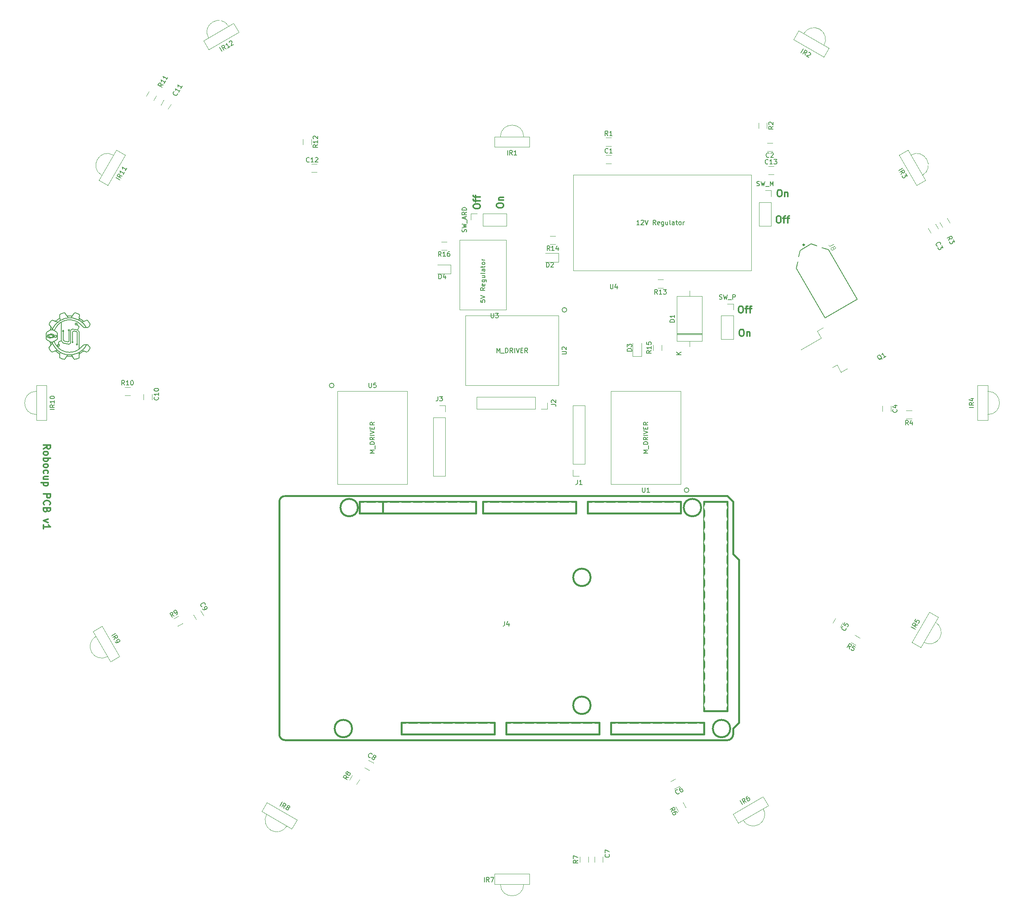
<source format=gto>
G04 #@! TF.GenerationSoftware,KiCad,Pcbnew,5.1.5+dfsg1-2build2*
G04 #@! TF.CreationDate,2022-01-24T10:52:28+01:00*
G04 #@! TF.ProjectId,Robocup_PCB,526f626f-6375-4705-9f50-43422e6b6963,v1*
G04 #@! TF.SameCoordinates,Original*
G04 #@! TF.FileFunction,Legend,Top*
G04 #@! TF.FilePolarity,Positive*
%FSLAX46Y46*%
G04 Gerber Fmt 4.6, Leading zero omitted, Abs format (unit mm)*
G04 Created by KiCad (PCBNEW 5.1.5+dfsg1-2build2) date 2022-01-24 10:52:28*
%MOMM*%
%LPD*%
G04 APERTURE LIST*
%ADD10C,0.200000*%
%ADD11C,0.300000*%
%ADD12C,0.120000*%
%ADD13C,0.381000*%
%ADD14C,0.127000*%
%ADD15C,0.152400*%
%ADD16C,0.150000*%
%ADD17C,0.203200*%
%ADD18C,0.015000*%
%ADD19C,0.100000*%
%ADD20O,2.700000X2.700000*%
%ADD21R,2.700000X2.700000*%
%ADD22C,1.624000*%
%ADD23O,1.800000X1.800000*%
%ADD24R,1.800000X1.800000*%
%ADD25C,3.297860*%
%ADD26O,1.624000X2.297100*%
%ADD27O,2.098980X1.636700*%
%ADD28O,2.098980X1.639240*%
%ADD29O,1.624000X2.299640*%
%ADD30C,5.616000*%
G04 APERTURE END LIST*
D10*
X123135010Y-115998060D02*
X123086890Y-116031060D01*
X123153200Y-115985860D02*
X123153140Y-115985860D01*
X123362870Y-115829360D02*
X123283970Y-115887060D01*
X124693770Y-115594960D02*
X124594970Y-115712560D01*
X125006670Y-114892120D02*
X125023570Y-114958090D01*
X123521870Y-115719860D02*
X123445070Y-115771260D01*
X124735670Y-114477020D02*
X124823470Y-114574950D01*
X124354670Y-115874660D02*
X124292670Y-115875160D01*
X124963870Y-114790120D02*
X125006670Y-114892120D01*
X123445070Y-115771260D02*
X123362870Y-115829360D01*
X124642870Y-114395590D02*
X124735670Y-114477020D01*
X123625270Y-115666060D02*
X123614870Y-115667360D01*
X123713270Y-115668660D02*
X123646870Y-115663260D01*
X123646870Y-115663260D02*
X123625270Y-115666060D01*
X124373970Y-115869560D02*
X124354670Y-115874660D01*
X124901170Y-114681890D02*
X124963870Y-114790120D01*
X123086890Y-116031060D02*
X123018320Y-116078760D01*
X123153140Y-115985860D02*
X123153140Y-115985860D01*
X123283970Y-115887060D02*
X123217040Y-115937160D01*
X124797670Y-115453560D02*
X124776870Y-115481760D01*
X123807870Y-115693260D02*
X123713270Y-115668660D01*
X124858870Y-115367760D02*
X124797670Y-115453560D01*
X124756570Y-115510460D02*
X124693770Y-115594960D01*
X124823470Y-114574950D02*
X124901170Y-114681890D01*
X124007170Y-115777260D02*
X123906770Y-115731960D01*
X124486270Y-115811560D02*
X124403770Y-115861660D01*
X124776870Y-115481760D02*
X124756570Y-115510460D01*
X123170610Y-115972460D02*
X123153200Y-115985860D01*
X122676140Y-116417160D02*
X122669630Y-116514760D01*
X122691930Y-116352460D02*
X122676140Y-116417160D01*
X122701320Y-116332960D02*
X122691930Y-116352460D01*
X123584870Y-115682360D02*
X123521870Y-115719860D01*
X123906770Y-115731960D02*
X123807870Y-115693260D01*
X124403770Y-115861660D02*
X124373970Y-115869560D01*
X124594970Y-115712560D02*
X124486270Y-115811560D01*
X123018320Y-116078760D02*
X122938830Y-116135360D01*
X125023570Y-114958090D02*
X125024570Y-114980340D01*
X122705930Y-116323360D02*
X122701320Y-116332960D01*
X124292670Y-115875160D02*
X124202670Y-115856460D01*
X124941170Y-115237980D02*
X124858870Y-115367760D01*
X124106670Y-115821260D02*
X124007170Y-115777260D01*
X124202670Y-115856460D02*
X124106670Y-115821260D01*
X122729640Y-116299660D02*
X122705930Y-116323360D01*
X122784970Y-116251760D02*
X122729640Y-116299660D01*
X123217040Y-115937160D02*
X123170610Y-115972460D01*
X125026070Y-115011090D02*
X125003170Y-115104750D01*
X123153140Y-115985860D02*
X123135010Y-115998060D01*
X125024570Y-114980340D02*
X125026070Y-115011090D01*
X125003170Y-115104750D02*
X124941170Y-115237980D01*
X122857890Y-116194960D02*
X122784970Y-116251760D01*
X123614870Y-115667360D02*
X123584870Y-115682360D01*
X122938830Y-116135360D02*
X122857890Y-116194960D01*
X121109960Y-107979470D02*
X121037040Y-107985700D01*
X121573110Y-107410680D02*
X121510829Y-107478220D01*
X122729750Y-107878770D02*
X122719710Y-107787470D01*
X121037040Y-107985700D02*
X120944690Y-107988750D01*
X122672560Y-107685900D02*
X122599430Y-107622860D01*
X120844170Y-107989400D02*
X120746560Y-107988430D01*
X122714760Y-108089220D02*
X122725940Y-107980980D01*
X121671320Y-107356910D02*
X121642450Y-107367820D01*
X123110990Y-108791260D02*
X123042680Y-108743090D01*
X122329310Y-107492549D02*
X122229420Y-107458910D01*
X120944690Y-107988750D02*
X120844170Y-107989400D01*
X122725940Y-107980980D02*
X122729750Y-107878770D01*
X120012890Y-107965580D02*
X119993850Y-107955160D01*
X122702400Y-108402270D02*
X122696490Y-108304660D01*
X122727030Y-108486750D02*
X122717750Y-108467090D01*
X122717750Y-108467090D02*
X122702400Y-108402270D01*
X123158950Y-108824580D02*
X123110990Y-108791260D01*
X121171530Y-107958860D02*
X121152380Y-107969160D01*
X120128290Y-107982890D02*
X120055320Y-107976160D01*
X120220680Y-107986470D02*
X120128290Y-107982890D01*
X122599430Y-107622860D02*
X122471610Y-107550220D01*
X121152380Y-107969160D02*
X121143100Y-107974150D01*
X121642450Y-107367820D02*
X121623790Y-107374870D01*
X120582820Y-107984410D02*
X120560900Y-107984950D01*
X122731580Y-108496290D02*
X122727030Y-108486750D01*
X120582820Y-107984410D02*
X120582820Y-107984410D01*
X121623790Y-107374870D02*
X121573110Y-107410680D01*
X122162580Y-107437430D02*
X122062100Y-107405690D01*
X122719710Y-107787470D02*
X122700130Y-107728610D01*
X122810210Y-108568500D02*
X122755140Y-108520220D01*
X121767450Y-107349800D02*
X121671320Y-107356910D01*
X122229420Y-107458910D02*
X122195890Y-107448550D01*
X122689260Y-107711840D02*
X122672560Y-107685900D01*
X120746560Y-107988430D02*
X120663070Y-107986750D01*
X120321260Y-107987770D02*
X120220680Y-107986470D01*
X120560900Y-107984950D02*
X120502580Y-107986250D01*
X120663070Y-107986750D02*
X120604750Y-107985110D01*
X121453320Y-107562750D02*
X121398100Y-107656500D01*
X122702780Y-108198700D02*
X122714760Y-108089220D01*
X122755140Y-108520220D02*
X122731580Y-108496290D01*
X123177010Y-108837000D02*
X123158950Y-108824580D01*
X121510829Y-107478220D02*
X121453320Y-107562750D01*
X121913330Y-107367590D02*
X121767450Y-107349800D01*
X121398100Y-107656500D02*
X121342750Y-107751770D01*
X122195890Y-107448550D02*
X122162580Y-107437430D01*
X123042680Y-108743090D02*
X122963420Y-108685900D01*
X119993850Y-107955160D02*
X119943390Y-107911700D01*
X120022170Y-107970620D02*
X120012890Y-107965580D01*
X122882790Y-108625730D02*
X122810210Y-108568500D01*
X120418990Y-107987380D02*
X120321260Y-107987770D01*
X122963420Y-108685900D02*
X122882790Y-108625730D01*
X120055320Y-107976160D02*
X120022170Y-107970620D01*
X120502580Y-107986250D02*
X120418990Y-107987380D01*
X122700130Y-107728610D02*
X122689260Y-107711840D01*
X121284970Y-107840750D02*
X121222310Y-107915770D01*
X121222310Y-107915770D02*
X121171530Y-107958860D01*
X122471610Y-107550220D02*
X122329310Y-107492549D01*
X120582820Y-107984410D02*
X120582820Y-107984410D01*
X121143100Y-107974150D02*
X121109960Y-107979470D01*
X121342750Y-107751770D02*
X121284970Y-107840750D01*
X122696490Y-108304660D02*
X122702780Y-108198700D01*
X120604750Y-107985110D02*
X120582820Y-107984410D01*
X122062100Y-107405690D02*
X121913330Y-107367590D01*
X123977870Y-110527820D02*
X124086970Y-110528410D01*
X123784170Y-110513220D02*
X123809470Y-110517290D01*
X123267770Y-110120090D02*
X123337570Y-110194150D01*
X124377370Y-108955590D02*
X124315370Y-108954730D01*
X123564770Y-110435470D02*
X123630470Y-110474090D01*
X124496370Y-110516520D02*
X124562270Y-110493250D01*
X123708870Y-110498620D02*
X123784170Y-110513220D01*
X123502370Y-110374440D02*
X123516370Y-110390930D01*
X123829470Y-109133390D02*
X123734670Y-109157320D01*
X124225270Y-108972800D02*
X124129070Y-109007360D01*
X124315370Y-108954730D02*
X124225270Y-108972800D01*
X123516370Y-110390930D02*
X123564770Y-110435470D01*
X123337570Y-110194150D02*
X123403870Y-110265220D01*
X124508470Y-109019730D02*
X124426370Y-108968940D01*
X123630470Y-110474090D02*
X123708870Y-110498620D01*
X123492170Y-110362500D02*
X123502370Y-110374440D01*
X123177010Y-108837000D02*
X123177010Y-108837000D01*
X123240540Y-108886000D02*
X123194320Y-108850450D01*
X123928570Y-109095300D02*
X123829470Y-109133390D01*
X124086970Y-110528410D02*
X124199070Y-110527000D01*
X125022970Y-109942520D02*
X125040170Y-109876660D01*
X124473870Y-110518320D02*
X124496370Y-110516520D01*
X123385470Y-108994610D02*
X123307070Y-108936440D01*
X124796970Y-109351540D02*
X124776670Y-109322950D01*
X123467170Y-109053150D02*
X123385470Y-108994610D01*
X124029270Y-109050760D02*
X123928570Y-109095300D01*
X125041370Y-109854470D02*
X125043070Y-109823650D01*
X124915970Y-110152050D02*
X124979470Y-110044250D01*
X123827370Y-110520160D02*
X123881970Y-110524390D01*
X124713970Y-109238150D02*
X124616070Y-109119870D01*
X123403870Y-110265220D02*
X123460770Y-110327340D01*
X123177010Y-108837000D02*
X123177010Y-108837000D01*
X123307070Y-108936440D02*
X123240540Y-108886000D01*
X123194320Y-108850450D02*
X123177010Y-108837000D01*
X123543670Y-109104950D02*
X123467170Y-109053150D01*
X125043070Y-109823650D02*
X125020970Y-109729690D01*
X124655670Y-110436550D02*
X124749070Y-110355770D01*
X125040170Y-109876660D02*
X125041370Y-109854470D01*
X124979470Y-110044250D02*
X125022970Y-109942520D01*
X124837570Y-110258440D02*
X124915970Y-110152050D01*
X123606370Y-109142770D02*
X123543670Y-109104950D01*
X124304070Y-110524440D02*
X124391670Y-110521570D01*
X123668270Y-109162300D02*
X123646770Y-109159430D01*
X124426370Y-108968940D02*
X124396670Y-108960860D01*
X124473870Y-110518320D02*
X124473870Y-110518320D01*
X123636370Y-109157970D02*
X123606370Y-109142770D01*
X124776670Y-109322950D02*
X124713970Y-109238150D01*
X124396670Y-108960860D02*
X124377370Y-108955590D01*
X124960270Y-109595730D02*
X124879070Y-109465409D01*
X124199070Y-110527000D02*
X124304070Y-110524440D01*
X123809470Y-110517290D02*
X123827370Y-110520160D01*
X124391670Y-110521570D02*
X124451670Y-110519230D01*
X124562270Y-110493250D02*
X124655670Y-110436550D01*
X125020970Y-109729690D02*
X124960270Y-109595730D01*
X123881970Y-110524390D02*
X123977870Y-110527820D01*
X123460770Y-110327340D02*
X123492170Y-110362500D01*
X123646770Y-109159430D02*
X123636370Y-109157970D01*
X124879070Y-109465409D02*
X124817970Y-109379650D01*
X124817970Y-109379650D02*
X124796970Y-109351540D01*
X124749070Y-110355770D02*
X124837570Y-110258440D01*
X124451670Y-110519230D02*
X124473870Y-110518320D01*
X123734670Y-109157320D02*
X123668270Y-109162300D01*
X124129070Y-109007360D02*
X124029270Y-109050760D01*
X124616070Y-109119870D02*
X124508470Y-109019730D01*
X123200440Y-110049190D02*
X123267770Y-110120090D01*
X118081250Y-109898690D02*
X118145280Y-109835110D01*
X116339170Y-115454060D02*
X116318240Y-115425960D01*
X123141470Y-109987440D02*
X123200440Y-110049190D01*
X123008610Y-109851870D02*
X123072140Y-109915890D01*
X116175930Y-115209720D02*
X116115210Y-115075770D01*
X121907380Y-109136590D02*
X122220030Y-109283020D01*
X116296040Y-114630680D02*
X116370150Y-114549140D01*
X116475460Y-114097860D02*
X116445570Y-114001770D01*
X117231040Y-111252090D02*
X117263060Y-111159050D01*
X116345140Y-113697840D02*
X116327010Y-113637289D01*
X116361530Y-113754110D02*
X116361530Y-113754110D01*
X116415070Y-113909000D02*
X116388110Y-113829840D01*
X116093140Y-114981860D02*
X116094820Y-114951090D01*
X116500580Y-114186830D02*
X116475460Y-114097860D01*
X116445570Y-114001770D02*
X116415070Y-113909000D01*
X116095900Y-114931080D02*
X116114720Y-114871940D01*
X116490060Y-114384690D02*
X116515760Y-114323220D01*
X118636430Y-109448380D02*
X118937700Y-109271730D01*
X116160250Y-114792140D02*
X116223400Y-114711680D01*
X116115210Y-115075770D02*
X116093140Y-114981860D01*
X116359630Y-115482560D02*
X116339170Y-115454060D01*
X116370150Y-114549140D02*
X116437490Y-114467090D01*
X121584510Y-109022440D02*
X121907380Y-109136590D01*
X116361530Y-113754110D02*
X116357180Y-113738969D01*
X123096710Y-109941010D02*
X123141470Y-109987440D01*
X119251390Y-109127470D02*
X119574960Y-109015550D01*
X123072140Y-109915890D02*
X123078380Y-109922070D01*
X116520220Y-115685560D02*
X116422240Y-115567260D01*
X122804950Y-109672660D02*
X123008610Y-109851870D01*
X119906010Y-108935900D02*
X120241900Y-108888590D01*
X116094820Y-114951090D02*
X116095900Y-114931080D01*
X118350140Y-109657320D02*
X118636430Y-109448380D01*
X116388110Y-113829840D02*
X116368900Y-113774769D01*
X122520060Y-109461730D02*
X122804950Y-109672660D01*
X116318240Y-115425960D02*
X116257200Y-115340040D01*
X116223400Y-114711680D02*
X116296040Y-114630680D01*
X116521680Y-114291480D02*
X116516750Y-114258270D01*
X116114720Y-114871940D02*
X116160250Y-114792140D01*
X116422240Y-115567260D02*
X116359630Y-115482560D01*
X122220030Y-109283020D02*
X122520060Y-109461730D01*
X121254060Y-108940570D02*
X121584510Y-109022440D01*
X120241900Y-108888590D02*
X120580220Y-108873620D01*
X119574960Y-109015550D02*
X119906010Y-108935900D01*
X116437490Y-114467090D02*
X116490060Y-114384690D01*
X116357180Y-113738969D02*
X116345140Y-113697840D01*
X116515760Y-114323220D02*
X116519720Y-114301900D01*
X117571320Y-110537410D02*
X117805100Y-110206680D01*
X117379970Y-110887130D02*
X117571320Y-110537410D01*
X117805100Y-110206680D02*
X118008010Y-109971440D01*
X118937700Y-109271730D02*
X119251390Y-109127470D01*
X116519720Y-114301900D02*
X116521680Y-114291480D01*
X116368900Y-113774769D02*
X116361530Y-113754110D01*
X123078380Y-109922070D02*
X123096710Y-109941010D01*
X116257200Y-115340040D02*
X116175930Y-115209720D01*
X117263060Y-111159050D02*
X117379970Y-110887130D01*
X120580220Y-108873620D02*
X120918430Y-108890930D01*
X120918430Y-108890930D02*
X121254060Y-108940570D01*
X116327010Y-113637289D02*
X116310150Y-113582120D01*
X118145280Y-109835110D02*
X118350140Y-109657320D01*
X118008010Y-109971440D02*
X118081250Y-109898690D01*
X116310150Y-113582120D02*
X116304400Y-113563769D01*
X116516750Y-114258270D02*
X116500580Y-114186830D01*
X116361530Y-113754110D02*
X116361530Y-113754110D01*
X116820890Y-115850660D02*
X116758880Y-115849760D01*
X117489460Y-115646160D02*
X117467970Y-115643160D01*
X117306739Y-115672060D02*
X117207670Y-115710060D01*
X117669030Y-115752360D02*
X117592600Y-115700460D01*
X118973670Y-117367960D02*
X118940360Y-117356960D01*
X117959240Y-115968560D02*
X117959240Y-115968560D01*
X117895760Y-115919560D02*
X117829190Y-115869060D01*
X117959240Y-115968560D02*
X117941990Y-115955060D01*
X118253500Y-116179760D02*
X118172830Y-116119560D01*
X118463740Y-117119460D02*
X118446970Y-117093560D01*
X118418540Y-116338260D02*
X118409210Y-116318760D01*
X118421530Y-116716260D02*
X118433510Y-116606660D01*
X119851280Y-116964560D02*
X119793490Y-117053660D01*
X119563180Y-117394760D02*
X119512510Y-117430460D01*
X116627810Y-115785660D02*
X116520220Y-115685560D01*
X116739570Y-115844560D02*
X116709830Y-115836460D01*
X117207670Y-115710060D02*
X117106970Y-115754660D01*
X117401569Y-115648160D02*
X117306739Y-115672060D01*
X118406560Y-116926660D02*
X118410350Y-116824460D01*
X118439820Y-116500760D02*
X118433900Y-116403160D01*
X117959240Y-115968560D02*
X117959240Y-115968560D01*
X118410350Y-116824460D02*
X118421530Y-116716260D01*
X118536820Y-117182560D02*
X118463740Y-117119460D01*
X119738150Y-117148860D02*
X119682920Y-117242660D01*
X119964720Y-116846460D02*
X119913930Y-116889560D01*
X118433900Y-116403160D02*
X118418540Y-116338260D01*
X118446970Y-117093560D02*
X118436130Y-117076760D01*
X116758880Y-115849760D02*
X116739570Y-115844560D01*
X117007200Y-115797960D02*
X116910950Y-115832560D01*
X118404710Y-116309160D02*
X118381170Y-116285260D01*
X117499930Y-115647560D02*
X117489460Y-115646160D01*
X118025320Y-116014260D02*
X117977360Y-115980960D01*
X117529880Y-115662660D02*
X117499930Y-115647560D01*
X119512510Y-117430460D02*
X119493790Y-117437560D01*
X117941990Y-115955060D02*
X117895760Y-115919560D01*
X118172830Y-116119560D02*
X118093630Y-116062460D01*
X119222960Y-117437860D02*
X119074140Y-117399760D01*
X117592600Y-115700460D02*
X117529880Y-115662660D01*
X119493790Y-117437560D02*
X119465040Y-117448460D01*
X116709830Y-115836460D02*
X116627810Y-115785660D01*
X116910950Y-115832560D02*
X116820890Y-115850660D01*
X117977360Y-115980960D02*
X117959240Y-115968560D01*
X118416600Y-117017960D02*
X118406560Y-116926660D01*
X119368850Y-117455660D02*
X119222960Y-117437860D01*
X117106970Y-115754660D02*
X117007200Y-115797960D01*
X118381170Y-116285260D02*
X118326100Y-116236860D01*
X119913930Y-116889560D02*
X119851280Y-116964560D01*
X117467970Y-115643160D02*
X117401569Y-115648160D01*
X117750740Y-115810860D02*
X117669030Y-115752360D01*
X117829190Y-115869060D02*
X117750740Y-115810860D01*
X118093630Y-116062460D02*
X118025320Y-116014260D01*
X118326100Y-116236860D02*
X118253500Y-116179760D01*
X118940360Y-117356960D02*
X118906880Y-117346460D01*
X118807000Y-117312960D02*
X118664640Y-117255260D01*
X119465040Y-117448460D02*
X119368850Y-117455660D01*
X119625420Y-117327160D02*
X119563180Y-117394760D01*
X118436130Y-117076760D02*
X118416600Y-117017960D01*
X119682920Y-117242660D02*
X119625420Y-117327160D01*
X119793490Y-117053660D02*
X119738150Y-117148860D01*
X118409210Y-116318760D02*
X118404710Y-116309160D01*
X118433510Y-116606660D02*
X118439820Y-116500760D01*
X118906880Y-117346460D02*
X118807000Y-117312960D01*
X119074140Y-117399760D02*
X118973670Y-117367960D01*
X118664640Y-117255260D02*
X118536820Y-117182560D01*
X122567960Y-117195560D02*
X122439490Y-117266860D01*
X121255080Y-116969060D02*
X121192960Y-116893660D01*
X121590699Y-117437360D02*
X121540290Y-117401160D01*
X121880400Y-117447360D02*
X121734310Y-117463660D01*
X122439490Y-117266860D02*
X122296700Y-117323560D01*
X122196710Y-117356960D02*
X122163220Y-117367560D01*
X120915610Y-116818860D02*
X120814970Y-116817660D01*
X121312259Y-117058560D02*
X121255080Y-116969060D01*
X122029500Y-117410360D02*
X121880400Y-117447360D01*
X122296700Y-117323560D02*
X122196710Y-117356960D01*
X120292080Y-116815960D02*
X120191560Y-116816560D01*
X120473180Y-116818560D02*
X120389680Y-116816860D01*
X120814970Y-116817660D02*
X120717320Y-116817960D01*
X120553420Y-116820960D02*
X120553420Y-116820960D01*
X122669420Y-117090660D02*
X122658400Y-117107460D01*
X119983820Y-116836160D02*
X119964720Y-116846460D01*
X121192960Y-116893660D02*
X121142450Y-116850160D01*
X122658400Y-117107460D02*
X122641530Y-117133260D01*
X121008010Y-116822560D02*
X120915610Y-116818860D01*
X119993140Y-116831160D02*
X119983820Y-116836160D01*
X120026290Y-116825860D02*
X119993140Y-116831160D01*
X120099210Y-116819660D02*
X120026290Y-116825860D01*
X120553360Y-116820960D02*
X120531500Y-116820160D01*
X121366900Y-117154160D02*
X121312259Y-117058560D01*
X121638170Y-117455660D02*
X121609360Y-117444560D01*
X121734310Y-117463660D02*
X121638170Y-117455660D01*
X122163220Y-117367560D02*
X122130030Y-117378860D01*
X120553420Y-116820960D02*
X120553360Y-116820960D01*
X121421470Y-117248260D02*
X121366900Y-117154160D01*
X120575390Y-116820360D02*
X120553420Y-116820960D01*
X122675220Y-116620760D02*
X122686440Y-116730260D01*
X122130030Y-117378860D02*
X122029500Y-117410360D01*
X121478450Y-117333160D02*
X121421470Y-117248260D01*
X122686440Y-116730260D02*
X122696860Y-116838560D01*
X122669630Y-116514760D02*
X122675220Y-116620760D01*
X121609360Y-117444560D02*
X121590699Y-117437360D01*
X120191560Y-116816560D02*
X120099210Y-116819660D01*
X120553360Y-116820960D02*
X120553360Y-116820960D01*
X121114070Y-116834760D02*
X121080990Y-116829260D01*
X121540290Y-117401160D02*
X121478450Y-117333160D01*
X121123350Y-116839860D02*
X121114070Y-116834760D01*
X120389680Y-116816860D02*
X120292080Y-116815960D01*
X120531500Y-116820160D02*
X120473180Y-116818560D01*
X122700010Y-116940760D02*
X122689380Y-117031960D01*
X120633710Y-116819160D02*
X120575390Y-116820360D01*
X122689380Y-117031960D02*
X122669420Y-117090660D01*
X120717320Y-116817960D02*
X120633710Y-116819160D01*
X122696860Y-116838560D02*
X122700010Y-116940760D01*
X122641530Y-117133260D02*
X122567960Y-117195560D01*
X121080990Y-116829260D02*
X121008010Y-116822560D01*
X121142450Y-116850160D02*
X121123350Y-116839860D01*
X121134150Y-113765610D02*
X121111640Y-113723660D01*
X119240540Y-111170270D02*
X119277170Y-111200720D01*
X121107950Y-113662579D02*
X121121290Y-113627470D01*
X121170720Y-113796040D02*
X121134150Y-113765610D01*
X121217810Y-113810640D02*
X121205820Y-113809390D01*
X119180540Y-111404050D02*
X119168490Y-111402860D01*
X119299680Y-111242650D02*
X119305750Y-111279700D01*
X119168490Y-111402860D02*
X119168490Y-111402860D01*
X119259530Y-111375470D02*
X119217600Y-111397980D01*
X119205440Y-111156930D02*
X119240540Y-111170270D01*
X117953710Y-114408340D02*
X117955760Y-114387730D01*
X121205820Y-113809390D02*
X121170720Y-113796040D01*
X121266900Y-113805690D02*
X121229850Y-113811830D01*
X119217600Y-111397980D02*
X119180540Y-111404050D01*
X121217810Y-113810640D02*
X121217810Y-113810640D01*
X121339329Y-113746610D02*
X121308850Y-113783180D01*
X121121290Y-113627470D02*
X121151720Y-113590860D01*
X121289860Y-113578000D02*
X121326470Y-113608479D01*
X119277170Y-111200720D02*
X119299680Y-111242650D01*
X119290010Y-111338840D02*
X119259530Y-111375470D01*
X117957880Y-114367050D02*
X117980830Y-114306730D01*
X118146680Y-114621450D02*
X118126070Y-114619330D01*
X121355070Y-113687480D02*
X121353820Y-113699520D01*
X121105500Y-113686609D02*
X121106690Y-113674620D01*
X119193390Y-111155750D02*
X119205440Y-111156930D01*
X121229850Y-113811830D02*
X121217810Y-113810640D01*
X121308850Y-113783180D02*
X121266900Y-113805690D01*
X121352630Y-113711510D02*
X121339329Y-113746610D01*
X117955760Y-114387730D02*
X117957880Y-114367050D01*
X117964130Y-114472040D02*
X117953710Y-114408340D01*
X118065740Y-114596390D02*
X118002860Y-114544080D01*
X118126070Y-114619330D02*
X118065740Y-114596390D01*
X121348990Y-113650429D02*
X121355070Y-113687480D01*
X121193670Y-113568340D02*
X121230720Y-113562259D01*
X121254750Y-113564699D02*
X121289860Y-113578000D01*
X121230720Y-113562259D02*
X121242710Y-113563510D01*
X121151720Y-113590860D02*
X121193670Y-113568340D01*
X119304500Y-111291750D02*
X119303310Y-111303750D01*
X121111640Y-113723660D02*
X121105500Y-113686609D01*
X119305750Y-111279700D02*
X119304500Y-111291750D01*
X118002860Y-114544080D02*
X117964130Y-114472040D01*
X121353820Y-113699520D02*
X121352630Y-113711510D01*
X121106690Y-113674620D02*
X121107950Y-113662579D01*
X118033130Y-114243840D02*
X118105180Y-114205110D01*
X117980830Y-114306730D02*
X118033130Y-114243840D01*
X121242710Y-113563510D02*
X121254750Y-113564699D01*
X119303310Y-111303750D02*
X119290010Y-111338840D01*
X121326470Y-113608479D02*
X121348990Y-113650429D01*
X123181740Y-109291000D02*
X123383170Y-109463039D01*
X120542080Y-108433790D02*
X120622260Y-108433790D01*
X123911670Y-110062260D02*
X124060570Y-110288390D01*
X117735000Y-115291200D02*
X117522170Y-115058250D01*
X118472640Y-115883860D02*
X118211350Y-115705060D01*
X124268670Y-114274660D02*
X124237570Y-114336880D01*
X120705390Y-116506260D02*
X120631390Y-116506260D01*
X123026720Y-115736060D02*
X122797180Y-115890460D01*
X122265110Y-108751820D02*
X122509700Y-108863480D01*
X120913990Y-108442900D02*
X121199310Y-108470140D01*
X119335920Y-116294160D02*
X119036000Y-116179460D01*
X120547400Y-116506260D02*
X120295330Y-116492360D01*
X120631390Y-116506260D02*
X120547400Y-116506260D01*
X124135470Y-114519450D02*
X123986270Y-114753400D01*
X120927330Y-116495760D02*
X120705390Y-116506260D01*
X122306240Y-116151760D02*
X122046320Y-116257160D01*
X123821870Y-114975770D02*
X123643070Y-115185900D01*
X123450370Y-115383120D02*
X123244720Y-115566760D01*
X120695240Y-108433790D02*
X120913990Y-108442900D01*
X121199310Y-108470140D02*
X121477680Y-108515070D01*
X124237570Y-114336880D02*
X124135470Y-114519450D01*
X123748770Y-109849090D02*
X123911670Y-110062260D01*
X122797180Y-115890460D02*
X122556780Y-116029260D01*
X116419850Y-114490050D02*
X116855350Y-113939970D01*
X119036000Y-116179460D02*
X118747920Y-116042360D01*
X117267990Y-115685860D02*
X117917400Y-115451560D01*
X118436010Y-107885340D02*
X118559760Y-108995260D01*
X122509700Y-108863480D02*
X122744390Y-108990820D01*
X123383170Y-109463039D02*
X123572370Y-109649180D01*
X116438180Y-110294190D02*
X116906720Y-110848880D01*
X123786370Y-109146300D02*
X123233650Y-109333040D01*
X123986270Y-114753400D02*
X123821870Y-114975770D01*
X120295330Y-116492360D02*
X119966670Y-116451760D01*
X122744390Y-108990820D02*
X122968630Y-109133440D01*
X121501219Y-116414560D02*
X121217540Y-116464960D01*
X124060570Y-110288390D02*
X124163370Y-110466340D01*
X123244720Y-115566760D02*
X123026720Y-115736060D01*
X121748510Y-108577230D02*
X122011150Y-108656290D01*
X123643070Y-115185900D02*
X123450370Y-115383120D01*
X123572370Y-109649180D02*
X123748770Y-109849090D01*
X117285350Y-109096440D02*
X118038780Y-109360500D01*
X119919200Y-107885340D02*
X120331900Y-108433790D01*
X121272880Y-107857140D02*
X120870320Y-108440410D01*
X122556780Y-116029260D02*
X122306240Y-116151760D01*
X122968630Y-109133440D02*
X123181740Y-109291000D01*
X118747920Y-116042360D02*
X118472640Y-115883860D01*
X122046320Y-116257160D02*
X121777760Y-116345060D01*
X117152540Y-114545820D02*
X116997970Y-114268540D01*
X117327670Y-114809390D02*
X117152540Y-114545820D01*
X116997970Y-114268540D02*
X116865000Y-113978700D01*
X119966670Y-116451760D02*
X119646460Y-116385260D01*
X121777760Y-116345060D02*
X121501219Y-116414560D01*
X124163370Y-110466340D02*
X124194770Y-110527110D01*
X122011150Y-108656290D02*
X122265110Y-108751820D01*
X121477680Y-108515070D02*
X121748510Y-108577230D01*
X117522170Y-115058250D02*
X117327670Y-114809390D01*
X122689260Y-108305320D02*
X122631710Y-108927070D01*
X116779220Y-113753720D02*
X116754690Y-113677440D01*
X118211350Y-115705060D02*
X117965150Y-115507160D01*
X120622260Y-108433790D02*
X120695240Y-108433790D01*
X116865000Y-113978700D02*
X116779220Y-113753720D01*
X117965150Y-115507160D02*
X117735000Y-115291200D01*
X121217540Y-116464960D02*
X120927330Y-116495760D01*
X119646460Y-116385260D02*
X119335920Y-116294160D01*
X118742820Y-113392500D02*
X118168110Y-113687040D01*
X122274930Y-114291860D02*
X122233000Y-114314370D01*
X118167350Y-114623510D02*
X118146680Y-114621450D01*
X122208810Y-114072140D02*
X122220850Y-114073330D01*
X118378350Y-114451150D02*
X118355390Y-114511480D01*
X118189490Y-114196820D02*
X118210150Y-114198870D01*
X118333360Y-114274120D02*
X118372110Y-114346160D01*
X122071600Y-114195230D02*
X122072790Y-114183250D01*
X118146680Y-114621450D02*
X118146680Y-114621450D01*
X118380400Y-114430540D02*
X118378350Y-114451150D01*
X118355390Y-114511480D02*
X118303100Y-114574360D01*
X118270490Y-114221820D02*
X118333360Y-114274120D01*
X118210150Y-114198870D02*
X118270490Y-114221820D01*
X120301360Y-108446260D02*
X120542080Y-108433790D01*
X119987290Y-108483110D02*
X120301360Y-108446260D01*
X119680970Y-108543330D02*
X119987290Y-108483110D01*
X122318720Y-114220130D02*
X122305380Y-114255250D01*
X118382530Y-114409860D02*
X118380400Y-114430540D01*
X122195950Y-114320450D02*
X122183900Y-114319260D01*
X119383330Y-108626070D02*
X119680970Y-108543330D01*
X117832610Y-109542450D02*
X118058420Y-109344380D01*
X122305380Y-114255250D02*
X122274930Y-114291860D01*
X122136810Y-114304720D02*
X122100180Y-114274290D01*
X122183900Y-114319260D02*
X122183900Y-114319260D01*
X122315080Y-114159050D02*
X122321170Y-114196110D01*
X119095360Y-108730400D02*
X119383330Y-108626070D01*
X118372110Y-114346160D02*
X118382530Y-114409860D01*
X122289750Y-111094650D02*
X122631760Y-110370090D01*
X122183900Y-114319260D02*
X122171900Y-114318070D01*
X117250310Y-110228660D02*
X117427609Y-109985550D01*
X118817960Y-108855290D02*
X119095360Y-108730400D01*
X122072790Y-114183250D02*
X122074040Y-114171200D01*
X118298540Y-109163230D02*
X118552010Y-108999870D01*
X116950670Y-110753510D02*
X117090960Y-110484950D01*
X122159750Y-114077020D02*
X122196810Y-114070940D01*
X118552010Y-108999870D02*
X118817960Y-108855290D01*
X122074040Y-114171200D02*
X122087390Y-114136090D01*
X118058420Y-109344380D02*
X118298540Y-109163230D01*
X117427609Y-109985550D02*
X117622060Y-109756480D01*
X122319920Y-114208150D02*
X122318720Y-114220130D01*
X122117820Y-114099540D02*
X122159750Y-114077020D01*
X118105180Y-114205110D02*
X118168880Y-114194690D01*
X117622060Y-109756480D02*
X117832610Y-109542450D01*
X117090960Y-110484950D02*
X117250310Y-110228660D01*
X122631760Y-110370090D02*
X122165890Y-109904270D01*
X116857630Y-110962330D02*
X116950670Y-110753510D01*
X118231040Y-114613090D02*
X118167350Y-114623510D01*
X118168880Y-114194690D02*
X118189490Y-114196820D01*
X118303100Y-114574360D02*
X118231040Y-114613090D01*
X122292570Y-114117110D02*
X122315080Y-114159050D01*
X122220850Y-114073330D02*
X122255950Y-114086680D01*
X122087390Y-114136090D02*
X122117820Y-114099540D01*
X122077670Y-114232290D02*
X122071600Y-114195230D01*
X122171900Y-114318070D02*
X122136810Y-114304720D01*
X122321170Y-114196110D02*
X122319920Y-114208150D01*
X122100180Y-114274290D02*
X122077670Y-114232290D01*
X116830170Y-111033340D02*
X116857630Y-110962330D01*
X122233000Y-114314370D02*
X122195950Y-114320450D01*
X122255950Y-114086680D02*
X122292570Y-114117110D01*
X122196810Y-114070940D02*
X122208810Y-114072140D01*
X118168110Y-113687040D02*
X118168110Y-114243630D01*
X118973010Y-107437909D02*
X118939600Y-107448499D01*
X117029600Y-108984140D02*
X116933630Y-108948930D01*
X118434820Y-108472470D02*
X118430260Y-108481970D01*
X117614400Y-109085480D02*
X117551360Y-109122970D01*
X117965750Y-108832930D02*
X117919250Y-108868250D01*
X118461080Y-108184660D02*
X118466670Y-108290660D01*
X119255830Y-107358110D02*
X119106810Y-107395110D01*
X117129100Y-109028190D02*
X117029600Y-108984140D01*
X117229530Y-109073380D02*
X117129100Y-109028190D01*
X119714820Y-107557110D02*
X119657810Y-107472200D01*
X117328319Y-109112120D02*
X117229530Y-109073380D01*
X117422939Y-109136650D02*
X117328319Y-109112120D01*
X117489350Y-109142120D02*
X117422939Y-109136650D01*
X117983110Y-108819580D02*
X117983110Y-108819580D01*
X118466890Y-107714610D02*
X118446920Y-107773360D01*
X118001280Y-108807270D02*
X117983110Y-108819580D01*
X118351280Y-108553690D02*
X118278360Y-108610380D01*
X118406610Y-108505730D02*
X118351280Y-108553690D01*
X118446920Y-107773360D02*
X118436290Y-107864620D01*
X119106810Y-107395110D02*
X119006280Y-107426620D01*
X117773420Y-108976000D02*
X117691280Y-109034110D01*
X119769400Y-107651230D02*
X119714820Y-107557110D01*
X119006280Y-107426620D02*
X118973010Y-107437909D01*
X118460060Y-108388160D02*
X118444260Y-108452890D01*
X118049400Y-108774340D02*
X118001280Y-108807270D01*
X118444260Y-108452890D02*
X118434820Y-108472470D01*
X119545610Y-107368090D02*
X119526950Y-107360930D01*
X119402000Y-107341720D02*
X119255830Y-107358110D01*
X117852310Y-108918330D02*
X117773420Y-108976000D01*
X119657810Y-107472200D02*
X119596010Y-107404220D01*
X118278360Y-108610380D02*
X118197400Y-108670010D01*
X118117930Y-108726590D02*
X118049400Y-108774340D01*
X118839610Y-107481860D02*
X118696860Y-107538500D01*
X117510830Y-109139360D02*
X117489350Y-109142120D01*
X117521360Y-109138000D02*
X117510830Y-109139360D01*
X118939600Y-107448499D02*
X118839610Y-107481860D01*
X119498190Y-107349800D02*
X119402000Y-107341720D01*
X117691280Y-109034110D02*
X117614400Y-109085480D01*
X118696860Y-107538500D02*
X118568390Y-107609790D01*
X117551360Y-109122970D02*
X117521360Y-109138000D01*
X119596010Y-107404220D02*
X119545610Y-107368090D01*
X117919250Y-108868250D02*
X117852310Y-108918330D01*
X117983110Y-108819580D02*
X117965750Y-108832930D01*
X117983110Y-108819580D02*
X117983110Y-108819580D01*
X119881220Y-107836250D02*
X119824040Y-107746830D01*
X118197400Y-108670010D02*
X118117930Y-108726590D01*
X119943390Y-107911700D02*
X119881220Y-107836250D01*
X118494780Y-107672070D02*
X118477850Y-107697900D01*
X118430260Y-108481970D02*
X118406610Y-108505730D01*
X118477850Y-107697900D02*
X118466890Y-107714610D01*
X118466670Y-108290660D02*
X118460060Y-108388160D01*
X118449850Y-108075120D02*
X118461080Y-108184660D01*
X118568390Y-107609790D02*
X118494780Y-107672070D01*
X118436290Y-107864620D02*
X118439380Y-107966770D01*
X118439380Y-107966770D02*
X118449850Y-108075120D01*
X119824040Y-107746830D02*
X119769400Y-107651230D01*
X119526950Y-107360930D02*
X119498190Y-107349800D01*
X122071260Y-109965800D02*
X122008760Y-109976050D01*
X122030470Y-109557220D02*
X122050760Y-109559220D01*
X120548320Y-111151830D02*
X120517830Y-111188400D01*
X120315680Y-111079840D02*
X120316930Y-111067790D01*
X120426790Y-111215860D02*
X120426790Y-111215860D01*
X120402650Y-110973550D02*
X120439710Y-110967480D01*
X120562810Y-111104750D02*
X120561610Y-111116730D01*
X120320630Y-111128890D02*
X120314490Y-111091830D01*
X121876990Y-109603390D02*
X121947740Y-109565410D01*
X121909000Y-109949470D02*
X121847250Y-109898150D01*
X120463740Y-110969930D02*
X120498850Y-110983220D01*
X120561610Y-111116730D02*
X120548320Y-111151830D01*
X120314490Y-111091830D02*
X120315680Y-111079840D01*
X120535460Y-111013700D02*
X120557970Y-111055640D01*
X120498850Y-110983220D02*
X120535460Y-111013700D01*
X120414810Y-111214610D02*
X120379690Y-111201260D01*
X120426790Y-111215860D02*
X120414810Y-111214610D01*
X119181400Y-111154500D02*
X119193390Y-111155750D01*
X122215900Y-109806830D02*
X122193390Y-109866080D01*
X119144350Y-111160570D02*
X119181400Y-111154500D01*
X121988470Y-109974040D02*
X121968240Y-109971980D01*
X120439710Y-110967480D02*
X120451700Y-110968730D01*
X122193390Y-109866080D02*
X122142010Y-109927820D01*
X121947740Y-109565410D02*
X122010240Y-109555149D01*
X119057380Y-111266860D02*
X119058630Y-111254800D01*
X119056180Y-111278840D02*
X119057380Y-111266860D01*
X122010240Y-109555149D02*
X122030470Y-109557220D01*
X121799080Y-109764840D02*
X121801080Y-109744610D01*
X120517830Y-111188400D02*
X120475890Y-111210910D01*
X120316930Y-111067790D02*
X120330280Y-111032690D01*
X121825670Y-109665120D02*
X121876990Y-109603390D01*
X121847250Y-109898150D02*
X121809280Y-109827340D01*
X120438830Y-111217050D02*
X120426790Y-111215860D01*
X120360710Y-110996070D02*
X120402650Y-110973550D01*
X119156500Y-111401620D02*
X119121400Y-111388270D01*
X119102420Y-111183080D02*
X119144350Y-111160570D01*
X119071970Y-111219700D02*
X119102420Y-111183080D01*
X119121400Y-111388270D02*
X119084830Y-111357830D01*
X122110000Y-109581729D02*
X122171750Y-109633070D01*
X120564060Y-111092690D02*
X120562810Y-111104750D01*
X120343140Y-111170820D02*
X120320630Y-111128890D01*
X122171750Y-109633070D02*
X122209720Y-109703800D01*
X122050760Y-109559220D02*
X122110000Y-109581729D01*
X121803150Y-109724320D02*
X121825670Y-109665120D01*
X121809280Y-109827340D02*
X121799080Y-109764840D01*
X119058630Y-111254800D02*
X119071970Y-111219700D01*
X119062320Y-111315900D02*
X119056180Y-111278840D01*
X119084830Y-111357830D02*
X119062320Y-111315900D01*
X119168490Y-111402860D02*
X119156500Y-111401620D01*
X121988470Y-109974040D02*
X121988470Y-109974040D01*
X122217920Y-109786590D02*
X122215900Y-109806830D01*
X120475890Y-111210910D02*
X120438830Y-111217050D01*
X120330280Y-111032690D02*
X120360710Y-110996070D01*
X122219970Y-109766300D02*
X122217920Y-109786590D01*
X121968240Y-109971980D02*
X121909000Y-109949470D01*
X120451700Y-110968730D02*
X120463740Y-110969930D01*
X122142010Y-109927820D02*
X122071260Y-109965800D01*
X122209720Y-109703800D02*
X122219970Y-109766300D01*
X120557970Y-111055640D02*
X120564060Y-111092690D01*
X120379690Y-111201260D02*
X120343140Y-111170820D01*
X122008760Y-109976050D02*
X121988470Y-109974040D01*
X121801080Y-109744610D02*
X121803150Y-109724320D01*
X120223780Y-113679500D02*
X119409260Y-113535899D01*
X116512400Y-110591400D02*
X116486900Y-110679720D01*
X116781670Y-108930690D02*
X116762290Y-108935840D01*
X116355290Y-111075390D02*
X116343630Y-111114620D01*
X116371460Y-111020700D02*
X116370640Y-111023470D01*
X116398360Y-110945570D02*
X116378890Y-111000190D01*
X116338530Y-109351930D02*
X116277260Y-109437690D01*
X120836250Y-113906230D02*
X120501820Y-114181680D01*
X122289750Y-111094650D02*
X121827010Y-111013050D01*
X116365970Y-111039260D02*
X116355290Y-111075390D01*
X116371460Y-111020700D02*
X116371460Y-111020700D01*
X116378890Y-111000190D02*
X116371460Y-111020700D01*
X116486900Y-110679720D02*
X116456580Y-110775040D01*
X120836250Y-111155190D02*
X120836250Y-113906230D01*
X122631710Y-111496940D02*
X122289750Y-111094650D01*
X120439260Y-113502040D02*
X120223780Y-113679500D01*
X116370640Y-111023470D02*
X116365970Y-111039260D01*
X116762290Y-108935840D02*
X116732510Y-108943770D01*
X116130950Y-109904270D02*
X116175970Y-109984360D01*
X116359310Y-109323700D02*
X116338530Y-109351930D01*
X121260829Y-111490480D02*
X121260829Y-113588840D01*
X116532210Y-110476930D02*
X116534110Y-110487290D01*
X121474540Y-111314480D02*
X121260829Y-111490480D01*
X116370640Y-111023470D02*
X116370640Y-111023470D01*
X116238580Y-110065250D02*
X116310700Y-110146730D01*
X116111580Y-109825070D02*
X116112560Y-109845020D01*
X116933630Y-108948930D02*
X116843680Y-108930260D01*
X121153140Y-110894230D02*
X120836250Y-111155190D01*
X116528960Y-110520370D02*
X116512400Y-110591400D01*
X119180970Y-113267340D02*
X119180970Y-111373510D01*
X120439260Y-111189970D02*
X120439260Y-113502040D01*
X121827010Y-111013050D02*
X121153140Y-110894230D01*
X122631710Y-115266200D02*
X122631710Y-111496940D01*
X116310700Y-110146730D02*
X116384210Y-110228700D01*
X116195070Y-109567410D02*
X116133130Y-109700660D01*
X116175970Y-109984360D02*
X116238580Y-110065250D01*
X116112560Y-109845020D02*
X116130950Y-109904270D01*
X116110110Y-109794300D02*
X116111580Y-109825070D01*
X119409260Y-113535899D02*
X119180970Y-113267340D01*
X116649930Y-108993790D02*
X116541320Y-109092910D01*
X116343630Y-111114620D02*
X116337390Y-111135770D01*
X116456580Y-110775040D02*
X116425650Y-110867050D01*
X116379600Y-109295010D02*
X116359310Y-109323700D01*
X122084510Y-111422010D02*
X121474540Y-111314480D01*
X116534110Y-110487290D02*
X116528960Y-110520370D01*
X122226970Y-111589610D02*
X122084510Y-111422010D01*
X116451040Y-110311180D02*
X116503070Y-110393910D01*
X116425650Y-110867050D02*
X116398360Y-110945570D01*
X116732510Y-108943770D02*
X116649930Y-108993790D01*
X116541320Y-109092910D02*
X116442470Y-109210480D01*
X116277260Y-109437690D02*
X116195070Y-109567410D01*
X116384210Y-110228700D02*
X116451040Y-110311180D01*
X122226970Y-114095250D02*
X122226970Y-111589610D01*
X116843680Y-108930260D02*
X116781670Y-108930690D01*
X116337390Y-111135770D02*
X116336080Y-111140010D01*
X116503070Y-110393910D02*
X116528360Y-110455540D01*
X116528360Y-110455540D02*
X116532210Y-110476930D01*
X116133130Y-109700660D02*
X116110110Y-109794300D01*
X116442470Y-109210480D02*
X116379600Y-109295010D01*
X118742820Y-113392500D02*
X118742820Y-109381380D01*
X119221880Y-113955980D02*
X118742820Y-113392500D01*
X120501820Y-114181680D02*
X119221880Y-113955980D01*
X117166810Y-112586620D02*
X117168710Y-112606540D01*
X117158460Y-112548750D02*
X117162640Y-112568070D01*
X117143970Y-112504750D02*
X117154880Y-112507360D01*
X117162640Y-112568070D02*
X117166810Y-112586620D01*
X117050280Y-112502580D02*
X117076470Y-112506760D01*
X117156560Y-112527110D02*
X117158460Y-112548750D01*
X117030850Y-112479410D02*
X117033610Y-112486040D01*
X117158010Y-112511690D02*
X117156560Y-112517880D01*
X117107290Y-112503340D02*
X117132360Y-112502260D01*
X117033610Y-112486040D02*
X117050280Y-112502580D01*
X117152760Y-112676840D02*
X117148470Y-112678090D01*
X117154880Y-112507360D02*
X117159110Y-112508760D01*
X117163610Y-112666750D02*
X117152760Y-112676840D01*
X117156560Y-112517880D02*
X117156560Y-112519940D01*
X117168710Y-112606540D02*
X117168710Y-112613200D01*
X117132360Y-112502260D02*
X117140330Y-112503720D01*
X117169250Y-112648640D02*
X117163610Y-112666750D01*
X117169580Y-112629000D02*
X117169250Y-112648640D01*
X117168710Y-112617110D02*
X117169580Y-112629000D01*
X117159110Y-112508760D02*
X117158010Y-112511690D01*
X117168710Y-112613200D02*
X117168710Y-112617110D01*
X117156560Y-112519940D02*
X117156560Y-112527110D01*
X117140330Y-112503720D02*
X117143970Y-112504750D01*
X117024930Y-112467480D02*
X117030850Y-112479410D01*
X117076470Y-112506760D02*
X117107290Y-112503340D01*
X116481920Y-112773800D02*
X116465360Y-112793650D01*
X116683200Y-112733910D02*
X116596760Y-112746450D01*
X117039260Y-112698870D02*
X116952830Y-112711400D01*
X116408830Y-112846500D02*
X116388060Y-112853870D01*
X117121290Y-112683790D02*
X117039260Y-112698870D01*
X116952830Y-112711400D02*
X116881650Y-112718400D01*
X116596760Y-112746450D02*
X116514740Y-112761590D01*
X116388060Y-112853870D02*
X116382080Y-112852410D01*
X116514740Y-112761590D02*
X116487500Y-112767290D01*
X116382080Y-112852410D02*
X116382080Y-112852410D01*
X116818010Y-112722690D02*
X116754380Y-112726930D01*
X116487500Y-112767290D02*
X116481920Y-112773800D01*
X116754380Y-112726930D02*
X116683200Y-112733910D01*
X116881650Y-112718400D02*
X116818010Y-112722690D01*
X116437860Y-112823500D02*
X116408830Y-112846500D01*
X116465360Y-112793650D02*
X116437860Y-112823500D01*
X117148470Y-112678090D02*
X117121290Y-112683790D01*
X115729310Y-112252090D02*
X115729310Y-112248300D01*
X115737930Y-112284220D02*
X115727630Y-112280750D01*
X115747380Y-112286440D02*
X115741460Y-112284760D01*
X115827890Y-112351370D02*
X115840690Y-112333470D01*
X115741460Y-112284760D02*
X115737930Y-112284220D01*
X115767610Y-112283020D02*
X115747380Y-112286440D01*
X115844760Y-112291200D02*
X115842810Y-112284760D01*
X115753830Y-112421200D02*
X115771030Y-112400480D01*
X115729310Y-112248300D02*
X115729310Y-112241080D01*
X115790670Y-112383180D02*
X115810420Y-112367380D01*
X115840690Y-112333470D02*
X115846500Y-112311830D01*
X115753610Y-112155040D02*
X115753610Y-112152970D01*
X115727630Y-112280750D02*
X115724750Y-112274070D01*
X115743580Y-112440190D02*
X115753830Y-112421200D01*
X115741460Y-112200120D02*
X115749820Y-112181570D01*
X115810420Y-112367380D02*
X115827890Y-112351370D01*
X115825880Y-112270480D02*
X115798260Y-112274120D01*
X115771030Y-112400480D02*
X115790670Y-112383180D01*
X115729310Y-112241080D02*
X115733110Y-112219430D01*
X115846500Y-112311830D02*
X115844760Y-112291200D01*
X115842810Y-112284760D02*
X115841350Y-112280250D01*
X115724750Y-112274070D02*
X115727250Y-112263650D01*
X115841350Y-112280250D02*
X115825880Y-112270480D01*
X115753610Y-112161650D02*
X115753610Y-112155040D01*
X115749820Y-112181570D02*
X115753610Y-112161650D01*
X115733110Y-112219430D02*
X115741460Y-112200120D01*
X115727250Y-112263650D02*
X115729310Y-112252090D01*
X115798260Y-112274120D02*
X115767610Y-112283020D01*
X117010180Y-112430090D02*
X117024930Y-112467480D01*
X117169850Y-112074690D02*
X117171320Y-112105830D01*
X115952830Y-112101820D02*
X116050060Y-112081250D01*
X116998950Y-112380020D02*
X117010180Y-112430090D01*
X117170500Y-112277430D02*
X117147880Y-112279760D01*
X117000630Y-112329940D02*
X116998950Y-112380020D01*
X117039420Y-112032090D02*
X117127320Y-112051300D01*
X117040010Y-112261320D02*
X117021250Y-112274660D01*
X116565460Y-111929180D02*
X116658780Y-111949360D01*
X117171320Y-112105830D02*
X117167460Y-112139190D01*
X117127320Y-112051300D02*
X117156560Y-112057700D01*
X117205220Y-112211250D02*
X117233110Y-112229800D01*
X117012350Y-112291910D02*
X117000630Y-112329940D01*
X117018700Y-112280690D02*
X117012350Y-112291910D01*
X116871130Y-111995370D02*
X116947080Y-112011910D01*
X117021250Y-112274660D02*
X117018700Y-112280690D01*
X117164700Y-112163120D02*
X117164700Y-112170270D01*
X116476600Y-111909970D02*
X116565460Y-111929180D01*
X116276350Y-112034430D02*
X116367880Y-112015390D01*
X117070400Y-112265500D02*
X117040010Y-112261320D01*
X116398310Y-112009040D02*
X116402260Y-112008220D01*
X117105390Y-112277270D02*
X117070400Y-112265500D01*
X117132030Y-112282150D02*
X117105390Y-112277270D01*
X117140330Y-112280690D02*
X117132030Y-112282150D01*
X117167460Y-112139190D02*
X117164700Y-112157090D01*
X116411060Y-111990260D02*
X116421150Y-111953260D01*
X116159060Y-112058620D02*
X116276350Y-112034430D01*
X117233110Y-112229800D02*
X117245750Y-112249700D01*
X117147880Y-112279760D02*
X117140330Y-112280690D01*
X117233860Y-112266410D02*
X117205220Y-112273090D01*
X116735330Y-111965910D02*
X116803310Y-111980660D01*
X117205220Y-112273090D02*
X117170500Y-112277430D01*
X117245750Y-112249700D02*
X117245750Y-112256380D01*
X117245750Y-112258870D02*
X117233860Y-112266410D01*
X117160790Y-112058900D02*
X117169850Y-112074690D01*
X117156560Y-112057700D02*
X117160790Y-112058900D01*
X116658780Y-111949360D02*
X116735330Y-111965910D01*
X116947080Y-112011910D02*
X117039420Y-112032090D01*
X116803310Y-111980660D02*
X116871130Y-111995370D01*
X116446970Y-111903620D02*
X116476600Y-111909970D01*
X115767890Y-112146900D02*
X115808200Y-112135070D01*
X115753610Y-112152970D02*
X115767890Y-112146900D01*
X115808200Y-112135070D02*
X115871010Y-112119870D01*
X116421150Y-111953260D02*
X116432000Y-111917790D01*
X116402260Y-112008220D02*
X116411060Y-111990260D01*
X116367880Y-112015390D02*
X116398310Y-112009040D01*
X117245750Y-112256380D02*
X117245750Y-112258870D01*
X117177390Y-112191930D02*
X117205220Y-112211250D01*
X117164700Y-112157090D02*
X117164700Y-112163120D01*
X116432000Y-111917790D02*
X116443930Y-111903080D01*
X117164700Y-112170270D02*
X117177390Y-112191930D01*
X116443930Y-111903080D02*
X116446970Y-111903620D01*
X116050060Y-112081250D02*
X116159060Y-112058620D01*
X115871010Y-112119870D02*
X115952830Y-112101820D01*
X117221710Y-113560410D02*
X117337060Y-113850290D01*
X117191710Y-113461300D02*
X117221710Y-113560410D01*
X120894350Y-115916760D02*
X121230290Y-115869460D01*
X123389870Y-114558300D02*
X123447270Y-114496570D01*
X119551740Y-115782960D02*
X119882200Y-115864860D01*
X117987070Y-114812040D02*
X118064060Y-114889570D01*
X124291870Y-114305370D02*
X124379470Y-114308790D01*
X124074870Y-114299880D02*
X124186970Y-114302070D01*
X123055000Y-114906720D02*
X123055690Y-114905470D01*
X121884900Y-115677960D02*
X122198600Y-115533660D01*
X118616190Y-115343680D02*
X118916210Y-115522360D01*
X123771970Y-114313020D02*
X123797270Y-114309160D01*
X123696570Y-114327070D02*
X123771970Y-114313020D01*
X118127640Y-114953540D02*
X118331310Y-115132730D01*
X123551970Y-114389250D02*
X123617970Y-114351050D01*
X122198600Y-115533660D02*
X122499820Y-115357020D01*
X121561290Y-115789860D02*
X121884900Y-115677960D01*
X123323170Y-114628940D02*
X123389870Y-114558300D01*
X118064060Y-114889570D02*
X118127640Y-114953540D01*
X123617970Y-114351050D02*
X123696570Y-114327070D01*
X123489170Y-114449840D02*
X123503370Y-114433410D01*
X123055690Y-114905470D02*
X123061990Y-114899290D01*
X123185040Y-114772980D02*
X123252870Y-114702570D01*
X123061990Y-114899290D02*
X123080490Y-114880450D01*
X117530740Y-114216940D02*
X117772990Y-114562750D01*
X120556030Y-115931760D02*
X120894350Y-115916760D01*
X120217810Y-115914460D02*
X120556030Y-115931760D01*
X118331310Y-115132730D02*
X118616190Y-115343680D01*
X123503370Y-114433410D02*
X123551970Y-114389250D01*
X122786170Y-115148040D02*
X122991030Y-114970250D01*
X119882200Y-115864860D02*
X120217810Y-115914460D01*
X123478870Y-114461680D02*
X123489170Y-114449840D01*
X123252870Y-114702570D02*
X123323170Y-114628940D01*
X124549870Y-114338250D02*
X124642870Y-114395590D01*
X117772990Y-114562750D02*
X117987070Y-114812040D01*
X124461670Y-114312690D02*
X124461670Y-114312690D01*
X124186970Y-114302070D02*
X124291870Y-114305370D01*
X123080490Y-114880450D02*
X123125580Y-114834290D01*
X124461670Y-114312690D02*
X124484170Y-114314590D01*
X123815270Y-114306400D02*
X123869770Y-114302550D01*
X118916210Y-115522360D02*
X119228880Y-115668860D01*
X124484170Y-114314590D02*
X124549870Y-114338250D01*
X124439470Y-114311550D02*
X124461670Y-114312690D01*
X123797270Y-114309160D02*
X123815270Y-114306400D01*
X122991030Y-114970250D02*
X123055000Y-114906720D01*
X122499820Y-115357020D02*
X122786170Y-115148040D01*
X124379470Y-114308790D02*
X124439470Y-114311550D01*
X123965770Y-114299790D02*
X124074870Y-114299880D01*
X123869770Y-114302550D02*
X123965770Y-114299790D01*
X117337060Y-113850290D02*
X117530740Y-114216940D01*
X121230290Y-115869460D02*
X121561290Y-115789860D01*
X123447270Y-114496570D02*
X123478870Y-114461680D01*
X119228880Y-115668860D02*
X119551740Y-115782960D01*
X123125580Y-114834290D02*
X123185040Y-114772980D01*
X117746010Y-112371450D02*
X117738100Y-112333090D01*
X116829460Y-111008330D02*
X116810150Y-111019450D01*
X115507680Y-112995150D02*
X115547010Y-113046580D01*
X117828430Y-113155250D02*
X117837110Y-113106320D01*
X116598830Y-113737180D02*
X116704460Y-113714820D01*
X117861960Y-111710050D02*
X117837110Y-111650260D01*
X117438290Y-112252040D02*
X117335000Y-112279650D01*
X122675930Y-116629060D02*
X122675930Y-115963160D01*
X117522010Y-112244230D02*
X117438290Y-112252040D01*
X117837110Y-111650260D02*
X117828430Y-111601330D01*
X116810150Y-111019450D02*
X116704460Y-111041800D01*
X115571860Y-111650260D02*
X115547010Y-111710050D01*
X117724210Y-112302760D02*
X117703970Y-112279650D01*
X117549890Y-112244230D02*
X117522010Y-112244230D01*
X117939320Y-111793440D02*
X117901290Y-111761430D01*
X117562530Y-112244230D02*
X117549890Y-112244230D01*
X117600350Y-112246020D02*
X117562530Y-112244230D01*
X116810150Y-113737180D02*
X116829460Y-113748340D01*
X116579460Y-113748340D02*
X116598830Y-113737180D01*
X116579460Y-111008330D02*
X115580490Y-111585050D01*
X121275260Y-116998960D02*
X120933630Y-116495360D01*
X117642560Y-112252040D02*
X117600350Y-112246020D01*
X117901290Y-112995150D02*
X117939320Y-112963190D01*
X117676900Y-112263000D02*
X117642560Y-112252040D01*
X117703970Y-112279650D02*
X117676900Y-112263000D01*
X117837110Y-113106320D02*
X117861960Y-113046580D01*
X116704460Y-111041800D02*
X116598830Y-111019450D01*
X117738100Y-112333090D02*
X117724210Y-112302760D01*
X117939320Y-112963190D02*
X117953430Y-112955050D01*
X115547010Y-111710050D02*
X115507680Y-111761430D01*
X115455490Y-112955050D02*
X115469650Y-112963190D01*
X117953430Y-112955050D02*
X117953430Y-111801580D01*
X117748570Y-112406770D02*
X117746010Y-112371450D01*
X115507680Y-111761430D02*
X115469650Y-111793380D01*
X117748570Y-112418540D02*
X117748570Y-112406770D01*
X116829460Y-113748340D02*
X117828430Y-113171580D01*
X123853770Y-115710060D02*
X123281470Y-115535760D01*
X115455490Y-111801580D02*
X115455490Y-112955050D01*
X117901290Y-111761430D02*
X117861960Y-111710050D01*
X117861960Y-113046580D02*
X117901290Y-112995150D01*
X115547010Y-113046580D02*
X115571860Y-113106320D01*
X119810100Y-117026460D02*
X120193010Y-116506160D01*
X117828430Y-111585050D02*
X116829460Y-111008330D01*
X117828430Y-111601330D02*
X117828430Y-111585050D01*
X117953430Y-111801580D02*
X117939320Y-111793440D01*
X115580490Y-113155250D02*
X115580490Y-113171580D01*
X115469650Y-111793380D02*
X115455490Y-111801580D01*
X115580490Y-111601330D02*
X115571860Y-111650260D01*
X116598830Y-111019450D02*
X116579460Y-111008330D01*
X117828430Y-113171580D02*
X117828430Y-113155250D01*
X117953430Y-112955050D02*
X117953430Y-112955050D01*
X115580490Y-111585050D02*
X115580490Y-111601330D01*
X115571860Y-113106320D02*
X115580490Y-113155250D01*
X116704460Y-113714820D02*
X116810150Y-113737180D01*
X115580490Y-113171580D02*
X116579460Y-113748340D01*
X115469650Y-112963190D02*
X115507680Y-112995150D01*
X118438240Y-116543860D02*
X118503460Y-115893860D01*
X115740060Y-112462820D02*
X115748290Y-112463470D01*
X116964070Y-112269130D02*
X116949250Y-112255340D01*
X116505790Y-112675000D02*
X116529390Y-112670070D01*
X115741460Y-112446970D02*
X115743580Y-112440190D01*
X116191440Y-112795070D02*
X116123740Y-112764950D01*
X115739720Y-112462590D02*
X115740170Y-112450500D01*
X116963080Y-112357680D02*
X116970030Y-112299890D01*
X115688240Y-112489020D02*
X115713420Y-112472090D01*
X115772560Y-112619610D02*
X115745530Y-112613200D01*
X116927670Y-112553200D02*
X116925430Y-112540400D01*
X115660350Y-112531890D02*
X115660350Y-112524010D01*
X116970030Y-112299890D02*
X116970030Y-112280690D01*
X116949250Y-112255340D02*
X116930700Y-112243040D01*
X116726280Y-112188940D02*
X116649330Y-112175050D01*
X115740170Y-112450500D02*
X115741460Y-112446970D01*
X115737390Y-112463190D02*
X115740060Y-112462820D01*
X116932430Y-112461450D02*
X116947740Y-112409910D01*
X115668430Y-112508220D02*
X115688240Y-112489020D01*
X115692310Y-112582270D02*
X115669680Y-112555590D01*
X115660350Y-112520050D02*
X115668430Y-112508220D01*
X115669680Y-112555590D02*
X115660350Y-112531890D01*
X116913280Y-112236090D02*
X116885780Y-112227680D01*
X116548380Y-112665940D02*
X116576040Y-112659910D01*
X116931030Y-112575180D02*
X116927670Y-112553200D01*
X115852740Y-112642550D02*
X115772560Y-112619610D01*
X115745530Y-112613200D02*
X115738970Y-112611300D01*
X116659710Y-112645000D02*
X116736420Y-112635500D01*
X115745530Y-112465690D02*
X115739720Y-112462590D01*
X115713420Y-112472090D02*
X115731210Y-112464070D01*
X115748290Y-112463470D02*
X115745530Y-112465690D01*
X116930700Y-112243040D02*
X116917850Y-112236950D01*
X116812380Y-112626010D02*
X116894290Y-112611090D01*
X116543650Y-112666860D02*
X116548380Y-112665940D01*
X116649330Y-112175050D02*
X116564380Y-112157520D01*
X115731210Y-112464070D02*
X115737390Y-112463190D01*
X116355130Y-112846330D02*
X116274930Y-112824300D01*
X116925430Y-112536160D02*
X116925430Y-112517440D01*
X115660350Y-112524010D02*
X115660350Y-112520050D01*
X116564380Y-112157520D02*
X116536220Y-112150970D01*
X115720250Y-112602080D02*
X115692310Y-112582270D01*
X115738970Y-112611300D02*
X115720250Y-112602080D01*
X116382080Y-112852410D02*
X116355130Y-112846330D01*
X116925430Y-112540400D02*
X116925430Y-112536160D01*
X116947740Y-112409910D02*
X116963080Y-112357680D01*
X116004000Y-112703480D02*
X115936290Y-112672770D01*
X116123740Y-112764950D02*
X116063830Y-112734300D01*
X116970030Y-112277760D02*
X116964070Y-112269130D01*
X116930580Y-112594870D02*
X116931030Y-112575180D01*
X116970030Y-112280690D02*
X116970030Y-112277760D01*
X116925430Y-112517440D02*
X116932430Y-112461450D01*
X116894290Y-112611090D02*
X116921360Y-112605120D01*
X116736420Y-112635500D02*
X116812380Y-112626010D01*
X116576040Y-112659910D02*
X116659710Y-112645000D01*
X116536220Y-112150970D02*
X116536220Y-112150970D01*
X116802500Y-112205110D02*
X116726280Y-112188940D01*
X116917850Y-112236950D02*
X116913280Y-112236090D01*
X116921360Y-112605120D02*
X116924080Y-112604580D01*
X115936290Y-112672770D02*
X115852740Y-112642550D01*
X116885780Y-112227680D02*
X116802500Y-112205110D01*
X116063830Y-112734300D02*
X116004000Y-112703480D01*
X116274930Y-112824300D02*
X116191440Y-112795070D01*
X116529390Y-112670070D02*
X116543650Y-112666860D01*
X116924080Y-112604580D02*
X116930580Y-112594870D01*
X116482240Y-112678470D02*
X116505790Y-112675000D01*
X117549890Y-112661870D02*
X117573060Y-112661870D01*
X116106380Y-112544300D02*
X116133560Y-112550930D01*
X117738100Y-112514730D02*
X117748570Y-112442580D01*
X116061780Y-112530840D02*
X116074960Y-112539200D01*
X116069920Y-112398800D02*
X116064320Y-112451040D01*
X116536220Y-112150970D02*
X116531180Y-112149940D01*
X116078000Y-112291260D02*
X116075500Y-112347260D01*
X116198710Y-112174940D02*
X116113750Y-112188340D01*
X117259150Y-112514730D02*
X117335000Y-112591890D01*
X117335000Y-112279650D02*
X117259150Y-112333090D01*
X116075500Y-112347260D02*
X116069920Y-112398800D01*
X116078000Y-112272610D02*
X116078000Y-112291260D01*
X116501760Y-112149940D02*
X116472360Y-112154010D01*
X116083260Y-112196110D02*
X116076320Y-112207010D01*
X116467260Y-112155040D02*
X116440190Y-112161590D01*
X116113750Y-112188340D02*
X116086140Y-112195570D01*
X116356970Y-112173320D02*
X116278250Y-112173750D01*
X117259150Y-112333090D02*
X117229580Y-112397160D01*
X116531180Y-112149940D02*
X116501760Y-112149940D01*
X117703970Y-112591890D02*
X117738100Y-112514730D01*
X116463200Y-112678090D02*
X116467810Y-112678950D01*
X116074960Y-112539200D02*
X116100290Y-112543270D01*
X116436010Y-112671410D02*
X116463200Y-112678090D01*
X116100290Y-112543270D02*
X116106380Y-112544300D01*
X117335000Y-112591890D02*
X117438290Y-112643200D01*
X117573060Y-112661870D02*
X117642560Y-112643200D01*
X116064320Y-112451040D02*
X116061780Y-112508820D01*
X116076420Y-112254260D02*
X116078000Y-112268000D01*
X116472360Y-112154010D02*
X116467260Y-112155040D01*
X116278250Y-112173750D02*
X116198710Y-112174940D01*
X117438290Y-112643200D02*
X117522010Y-112661870D01*
X116440190Y-112161590D02*
X116356970Y-112173320D01*
X117748570Y-112442580D02*
X117748570Y-112418540D01*
X117229580Y-112418540D02*
X117229580Y-112442580D01*
X117642560Y-112643200D02*
X117703970Y-112591890D01*
X116061780Y-112508820D02*
X116061780Y-112528080D01*
X116076320Y-112207010D02*
X116074470Y-112229520D01*
X116086140Y-112195570D02*
X116083260Y-112196110D01*
X117522010Y-112661870D02*
X117549890Y-112661870D01*
X116074470Y-112229520D02*
X116076420Y-112254260D01*
X117748570Y-112418540D02*
X117748570Y-112418540D01*
X117229580Y-112442580D02*
X117259150Y-112514730D01*
X117229580Y-112397160D02*
X117229580Y-112418540D01*
X116356150Y-112644620D02*
X116436010Y-112671410D01*
X116467810Y-112678950D02*
X116482240Y-112678470D01*
X116133560Y-112550930D02*
X116213470Y-112577720D01*
X116284810Y-112611190D02*
X116356150Y-112644620D01*
X116213470Y-112577720D02*
X116284810Y-112611190D01*
X116061780Y-112528080D02*
X116061780Y-112530840D01*
X116078000Y-112268000D02*
X116078000Y-112272610D01*
D11*
X114891428Y-137038000D02*
X115605714Y-136538000D01*
X114891428Y-136180857D02*
X116391428Y-136180857D01*
X116391428Y-136752285D01*
X116320000Y-136895142D01*
X116248571Y-136966571D01*
X116105714Y-137038000D01*
X115891428Y-137038000D01*
X115748571Y-136966571D01*
X115677142Y-136895142D01*
X115605714Y-136752285D01*
X115605714Y-136180857D01*
X114891428Y-137895142D02*
X114962857Y-137752285D01*
X115034285Y-137680857D01*
X115177142Y-137609428D01*
X115605714Y-137609428D01*
X115748571Y-137680857D01*
X115820000Y-137752285D01*
X115891428Y-137895142D01*
X115891428Y-138109428D01*
X115820000Y-138252285D01*
X115748571Y-138323714D01*
X115605714Y-138395142D01*
X115177142Y-138395142D01*
X115034285Y-138323714D01*
X114962857Y-138252285D01*
X114891428Y-138109428D01*
X114891428Y-137895142D01*
X114891428Y-139038000D02*
X116391428Y-139038000D01*
X115820000Y-139038000D02*
X115891428Y-139180857D01*
X115891428Y-139466571D01*
X115820000Y-139609428D01*
X115748571Y-139680857D01*
X115605714Y-139752285D01*
X115177142Y-139752285D01*
X115034285Y-139680857D01*
X114962857Y-139609428D01*
X114891428Y-139466571D01*
X114891428Y-139180857D01*
X114962857Y-139038000D01*
X114891428Y-140609428D02*
X114962857Y-140466571D01*
X115034285Y-140395142D01*
X115177142Y-140323714D01*
X115605714Y-140323714D01*
X115748571Y-140395142D01*
X115820000Y-140466571D01*
X115891428Y-140609428D01*
X115891428Y-140823714D01*
X115820000Y-140966571D01*
X115748571Y-141038000D01*
X115605714Y-141109428D01*
X115177142Y-141109428D01*
X115034285Y-141038000D01*
X114962857Y-140966571D01*
X114891428Y-140823714D01*
X114891428Y-140609428D01*
X114962857Y-142395142D02*
X114891428Y-142252285D01*
X114891428Y-141966571D01*
X114962857Y-141823714D01*
X115034285Y-141752285D01*
X115177142Y-141680857D01*
X115605714Y-141680857D01*
X115748571Y-141752285D01*
X115820000Y-141823714D01*
X115891428Y-141966571D01*
X115891428Y-142252285D01*
X115820000Y-142395142D01*
X115891428Y-143680857D02*
X114891428Y-143680857D01*
X115891428Y-143038000D02*
X115105714Y-143038000D01*
X114962857Y-143109428D01*
X114891428Y-143252285D01*
X114891428Y-143466571D01*
X114962857Y-143609428D01*
X115034285Y-143680857D01*
X115891428Y-144395142D02*
X114391428Y-144395142D01*
X115820000Y-144395142D02*
X115891428Y-144538000D01*
X115891428Y-144823714D01*
X115820000Y-144966571D01*
X115748571Y-145038000D01*
X115605714Y-145109428D01*
X115177142Y-145109428D01*
X115034285Y-145038000D01*
X114962857Y-144966571D01*
X114891428Y-144823714D01*
X114891428Y-144538000D01*
X114962857Y-144395142D01*
X114891428Y-146895142D02*
X116391428Y-146895142D01*
X116391428Y-147466571D01*
X116320000Y-147609428D01*
X116248571Y-147680857D01*
X116105714Y-147752285D01*
X115891428Y-147752285D01*
X115748571Y-147680857D01*
X115677142Y-147609428D01*
X115605714Y-147466571D01*
X115605714Y-146895142D01*
X115034285Y-149252285D02*
X114962857Y-149180857D01*
X114891428Y-148966571D01*
X114891428Y-148823714D01*
X114962857Y-148609428D01*
X115105714Y-148466571D01*
X115248571Y-148395142D01*
X115534285Y-148323714D01*
X115748571Y-148323714D01*
X116034285Y-148395142D01*
X116177142Y-148466571D01*
X116320000Y-148609428D01*
X116391428Y-148823714D01*
X116391428Y-148966571D01*
X116320000Y-149180857D01*
X116248571Y-149252285D01*
X115677142Y-150395142D02*
X115605714Y-150609428D01*
X115534285Y-150680857D01*
X115391428Y-150752285D01*
X115177142Y-150752285D01*
X115034285Y-150680857D01*
X114962857Y-150609428D01*
X114891428Y-150466571D01*
X114891428Y-149895142D01*
X116391428Y-149895142D01*
X116391428Y-150395142D01*
X116320000Y-150538000D01*
X116248571Y-150609428D01*
X116105714Y-150680857D01*
X115962857Y-150680857D01*
X115820000Y-150609428D01*
X115748571Y-150538000D01*
X115677142Y-150395142D01*
X115677142Y-149895142D01*
X115891428Y-152395142D02*
X114891428Y-152752285D01*
X115891428Y-153109428D01*
X114891428Y-154466571D02*
X114891428Y-153609428D01*
X114891428Y-154038000D02*
X116391428Y-154038000D01*
X116177142Y-153895142D01*
X116034285Y-153752285D01*
X115962857Y-153609428D01*
X213808571Y-84006428D02*
X213808571Y-83720714D01*
X213880000Y-83577857D01*
X214022857Y-83435000D01*
X214308571Y-83363571D01*
X214808571Y-83363571D01*
X215094285Y-83435000D01*
X215237142Y-83577857D01*
X215308571Y-83720714D01*
X215308571Y-84006428D01*
X215237142Y-84149285D01*
X215094285Y-84292142D01*
X214808571Y-84363571D01*
X214308571Y-84363571D01*
X214022857Y-84292142D01*
X213880000Y-84149285D01*
X213808571Y-84006428D01*
X214308571Y-82720714D02*
X215308571Y-82720714D01*
X214451428Y-82720714D02*
X214380000Y-82649285D01*
X214308571Y-82506428D01*
X214308571Y-82292142D01*
X214380000Y-82149285D01*
X214522857Y-82077857D01*
X215308571Y-82077857D01*
X208728571Y-84185000D02*
X208728571Y-83899285D01*
X208800000Y-83756428D01*
X208942857Y-83613571D01*
X209228571Y-83542142D01*
X209728571Y-83542142D01*
X210014285Y-83613571D01*
X210157142Y-83756428D01*
X210228571Y-83899285D01*
X210228571Y-84185000D01*
X210157142Y-84327857D01*
X210014285Y-84470714D01*
X209728571Y-84542142D01*
X209228571Y-84542142D01*
X208942857Y-84470714D01*
X208800000Y-84327857D01*
X208728571Y-84185000D01*
X209228571Y-83113571D02*
X209228571Y-82542142D01*
X210228571Y-82899285D02*
X208942857Y-82899285D01*
X208800000Y-82827857D01*
X208728571Y-82685000D01*
X208728571Y-82542142D01*
X209228571Y-82256428D02*
X209228571Y-81685000D01*
X210228571Y-82042142D02*
X208942857Y-82042142D01*
X208800000Y-81970714D01*
X208728571Y-81827857D01*
X208728571Y-81685000D01*
X275225000Y-86173571D02*
X275510714Y-86173571D01*
X275653571Y-86245000D01*
X275796428Y-86387857D01*
X275867857Y-86673571D01*
X275867857Y-87173571D01*
X275796428Y-87459285D01*
X275653571Y-87602142D01*
X275510714Y-87673571D01*
X275225000Y-87673571D01*
X275082142Y-87602142D01*
X274939285Y-87459285D01*
X274867857Y-87173571D01*
X274867857Y-86673571D01*
X274939285Y-86387857D01*
X275082142Y-86245000D01*
X275225000Y-86173571D01*
X276296428Y-86673571D02*
X276867857Y-86673571D01*
X276510714Y-87673571D02*
X276510714Y-86387857D01*
X276582142Y-86245000D01*
X276725000Y-86173571D01*
X276867857Y-86173571D01*
X277153571Y-86673571D02*
X277725000Y-86673571D01*
X277367857Y-87673571D02*
X277367857Y-86387857D01*
X277439285Y-86245000D01*
X277582142Y-86173571D01*
X277725000Y-86173571D01*
X275403571Y-80458571D02*
X275689285Y-80458571D01*
X275832142Y-80530000D01*
X275975000Y-80672857D01*
X276046428Y-80958571D01*
X276046428Y-81458571D01*
X275975000Y-81744285D01*
X275832142Y-81887142D01*
X275689285Y-81958571D01*
X275403571Y-81958571D01*
X275260714Y-81887142D01*
X275117857Y-81744285D01*
X275046428Y-81458571D01*
X275046428Y-80958571D01*
X275117857Y-80672857D01*
X275260714Y-80530000D01*
X275403571Y-80458571D01*
X276689285Y-80958571D02*
X276689285Y-81958571D01*
X276689285Y-81101428D02*
X276760714Y-81030000D01*
X276903571Y-80958571D01*
X277117857Y-80958571D01*
X277260714Y-81030000D01*
X277332142Y-81172857D01*
X277332142Y-81958571D01*
X267148571Y-110938571D02*
X267434285Y-110938571D01*
X267577142Y-111010000D01*
X267720000Y-111152857D01*
X267791428Y-111438571D01*
X267791428Y-111938571D01*
X267720000Y-112224285D01*
X267577142Y-112367142D01*
X267434285Y-112438571D01*
X267148571Y-112438571D01*
X267005714Y-112367142D01*
X266862857Y-112224285D01*
X266791428Y-111938571D01*
X266791428Y-111438571D01*
X266862857Y-111152857D01*
X267005714Y-111010000D01*
X267148571Y-110938571D01*
X268434285Y-111438571D02*
X268434285Y-112438571D01*
X268434285Y-111581428D02*
X268505714Y-111510000D01*
X268648571Y-111438571D01*
X268862857Y-111438571D01*
X269005714Y-111510000D01*
X269077142Y-111652857D01*
X269077142Y-112438571D01*
X266970000Y-105858571D02*
X267255714Y-105858571D01*
X267398571Y-105930000D01*
X267541428Y-106072857D01*
X267612857Y-106358571D01*
X267612857Y-106858571D01*
X267541428Y-107144285D01*
X267398571Y-107287142D01*
X267255714Y-107358571D01*
X266970000Y-107358571D01*
X266827142Y-107287142D01*
X266684285Y-107144285D01*
X266612857Y-106858571D01*
X266612857Y-106358571D01*
X266684285Y-106072857D01*
X266827142Y-105930000D01*
X266970000Y-105858571D01*
X268041428Y-106358571D02*
X268612857Y-106358571D01*
X268255714Y-107358571D02*
X268255714Y-106072857D01*
X268327142Y-105930000D01*
X268470000Y-105858571D01*
X268612857Y-105858571D01*
X268898571Y-106358571D02*
X269470000Y-106358571D01*
X269112857Y-107358571D02*
X269112857Y-106072857D01*
X269184285Y-105930000D01*
X269327142Y-105858571D01*
X269470000Y-105858571D01*
D12*
X181663885Y-209362403D02*
X182265949Y-208319597D01*
X183240051Y-210272403D02*
X183842115Y-209229597D01*
X237649936Y-72877000D02*
X238854064Y-72877000D01*
X237649936Y-74697000D02*
X238854064Y-74697000D01*
X274033064Y-72030000D02*
X272828936Y-72030000D01*
X274033064Y-70210000D02*
X272828936Y-70210000D01*
X309605051Y-87923597D02*
X310207115Y-88966403D01*
X308028885Y-88833597D02*
X308630949Y-89876403D01*
X299868000Y-127667936D02*
X299868000Y-128872064D01*
X298048000Y-127667936D02*
X298048000Y-128872064D01*
X289379115Y-174939597D02*
X288777051Y-175982403D01*
X287802949Y-174029597D02*
X287200885Y-175072403D01*
X253706403Y-210672051D02*
X252663597Y-211274115D01*
X252796403Y-209095885D02*
X251753597Y-209697949D01*
X235183000Y-227297064D02*
X235183000Y-226092936D01*
X237003000Y-227297064D02*
X237003000Y-226092936D01*
X185994403Y-207210115D02*
X184951597Y-206608051D01*
X186904403Y-205633949D02*
X185861597Y-205031885D01*
X148229949Y-174331403D02*
X147627885Y-173288597D01*
X149806115Y-173421403D02*
X149204051Y-172378597D01*
X136758000Y-126332064D02*
X136758000Y-125127936D01*
X138578000Y-126332064D02*
X138578000Y-125127936D01*
X140515885Y-61915403D02*
X141117949Y-60872597D01*
X142092051Y-62825403D02*
X142694115Y-61782597D01*
X174592064Y-76602000D02*
X173387936Y-76602000D01*
X174592064Y-74782000D02*
X173387936Y-74782000D01*
X273082936Y-75290000D02*
X274287064Y-75290000D01*
X273082936Y-77110000D02*
X274287064Y-77110000D01*
X253180000Y-113470000D02*
X258630000Y-113470000D01*
X258630000Y-113470000D02*
X258630000Y-103700000D01*
X258630000Y-103700000D02*
X253180000Y-103700000D01*
X253180000Y-103700000D02*
X253180000Y-113470000D01*
X255905000Y-114665000D02*
X255905000Y-113470000D01*
X255905000Y-102505000D02*
X255905000Y-103700000D01*
X253180000Y-111920500D02*
X258630000Y-111920500D01*
X253180000Y-111800500D02*
X258630000Y-111800500D01*
X253180000Y-112040500D02*
X258630000Y-112040500D01*
X224425000Y-96210000D02*
X227285000Y-96210000D01*
X227285000Y-96210000D02*
X227285000Y-94290000D01*
X227285000Y-94290000D02*
X224425000Y-94290000D01*
X243515000Y-113935000D02*
X243515000Y-116795000D01*
X243515000Y-116795000D02*
X245435000Y-116795000D01*
X245435000Y-116795000D02*
X245435000Y-113935000D01*
X200930000Y-98750000D02*
X203790000Y-98750000D01*
X203790000Y-98750000D02*
X203790000Y-96830000D01*
X203790000Y-96830000D02*
X200930000Y-96830000D01*
X213360000Y-71120000D02*
X213360000Y-68870000D01*
X220980000Y-71120000D02*
X220980000Y-68870000D01*
X213360000Y-71120000D02*
X220980000Y-71120000D01*
X213360000Y-68870000D02*
X220980000Y-68870000D01*
X219710000Y-68870000D02*
G75*
G03X214630000Y-68870000I-2540000J0D01*
G01*
X278640443Y-47625000D02*
X279765443Y-45676443D01*
X285239557Y-51435000D02*
X286364557Y-49486443D01*
X278640443Y-47625000D02*
X285239557Y-51435000D01*
X279765443Y-45676443D02*
X286364557Y-49486443D01*
X285264705Y-48851443D02*
G75*
G03X280865295Y-46311443I-2199705J1270000D01*
G01*
X301625000Y-72900443D02*
X303573557Y-71775443D01*
X305435000Y-79499557D02*
X307383557Y-78374557D01*
X301625000Y-72900443D02*
X305435000Y-79499557D01*
X303573557Y-71775443D02*
X307383557Y-78374557D01*
X306748557Y-77274705D02*
G75*
G03X304208557Y-72875295I-1270000J2199705D01*
G01*
X318770000Y-123190000D02*
X321020000Y-123190000D01*
X318770000Y-130810000D02*
X321020000Y-130810000D01*
X318770000Y-123190000D02*
X318770000Y-130810000D01*
X321020000Y-123190000D02*
X321020000Y-130810000D01*
X321020000Y-129540000D02*
G75*
G03X321020000Y-124460000I0J2540000D01*
G01*
X308270721Y-172667943D02*
X310219278Y-173792943D01*
X304460721Y-179267057D02*
X306409278Y-180392057D01*
X308270721Y-172667943D02*
X304460721Y-179267057D01*
X310219278Y-173792943D02*
X306409278Y-180392057D01*
X307044278Y-179292205D02*
G75*
G03X309584278Y-174892795I1270000J2199705D01*
G01*
X271977057Y-213020721D02*
X273102057Y-214969278D01*
X265377943Y-216830721D02*
X266502943Y-218779278D01*
X271977057Y-213020721D02*
X265377943Y-216830721D01*
X273102057Y-214969278D02*
X266502943Y-218779278D01*
X267602795Y-218144278D02*
G75*
G03X272002205Y-215604278I2199705J1270000D01*
G01*
X220980000Y-229870000D02*
X220980000Y-232120000D01*
X213360000Y-229870000D02*
X213360000Y-232120000D01*
X220980000Y-229870000D02*
X213360000Y-229870000D01*
X220980000Y-232120000D02*
X213360000Y-232120000D01*
X214630000Y-232120000D02*
G75*
G03X219710000Y-232120000I2540000J0D01*
G01*
X170232057Y-218100721D02*
X169107057Y-220049278D01*
X163632943Y-214290721D02*
X162507943Y-216239278D01*
X170232057Y-218100721D02*
X163632943Y-214290721D01*
X169107057Y-220049278D02*
X162507943Y-216239278D01*
X163607795Y-216874278D02*
G75*
G03X168007205Y-219414278I2199705J-1270000D01*
G01*
X131445000Y-182369557D02*
X129496443Y-183494557D01*
X127635000Y-175770443D02*
X125686443Y-176895443D01*
X131445000Y-182369557D02*
X127635000Y-175770443D01*
X129496443Y-183494557D02*
X125686443Y-176895443D01*
X126321443Y-177995295D02*
G75*
G03X128861443Y-182394705I1270000J-2199705D01*
G01*
X115570000Y-130810000D02*
X113320000Y-130810000D01*
X115570000Y-123190000D02*
X113320000Y-123190000D01*
X115570000Y-130810000D02*
X115570000Y-123190000D01*
X113320000Y-130810000D02*
X113320000Y-123190000D01*
X113320000Y-124460000D02*
G75*
G03X113320000Y-129540000I0J-2540000D01*
G01*
X128905000Y-79499557D02*
X126956443Y-78374557D01*
X132715000Y-72900443D02*
X130766443Y-71775443D01*
X128905000Y-79499557D02*
X132715000Y-72900443D01*
X126956443Y-78374557D02*
X130766443Y-71775443D01*
X130131443Y-72875295D02*
G75*
G03X127591443Y-77274705I-1270000J-2199705D01*
G01*
X150932943Y-49869279D02*
X149807943Y-47920722D01*
X157532057Y-46059279D02*
X156407057Y-44110722D01*
X150932943Y-49869279D02*
X157532057Y-46059279D01*
X149807943Y-47920722D02*
X156407057Y-44110722D01*
X155307205Y-44745722D02*
G75*
G03X150907795Y-47285722I-2199705J-1270000D01*
G01*
X233105000Y-140335000D02*
X230445000Y-140335000D01*
X233105000Y-140335000D02*
X233105000Y-127575000D01*
X233105000Y-127575000D02*
X230445000Y-127575000D01*
X230445000Y-140335000D02*
X230445000Y-127575000D01*
X230445000Y-142935000D02*
X230445000Y-141605000D01*
X231775000Y-142935000D02*
X230445000Y-142935000D01*
X222250000Y-125670000D02*
X222250000Y-128330000D01*
X222250000Y-125670000D02*
X209490000Y-125670000D01*
X209490000Y-125670000D02*
X209490000Y-128330000D01*
X222250000Y-128330000D02*
X209490000Y-128330000D01*
X224850000Y-128330000D02*
X223520000Y-128330000D01*
X224850000Y-127000000D02*
X224850000Y-128330000D01*
X199965000Y-130175000D02*
X202625000Y-130175000D01*
X199965000Y-130175000D02*
X199965000Y-142935000D01*
X199965000Y-142935000D02*
X202625000Y-142935000D01*
X202625000Y-130175000D02*
X202625000Y-142935000D01*
X202625000Y-127575000D02*
X202625000Y-128905000D01*
X201295000Y-127575000D02*
X202625000Y-127575000D01*
D13*
X167640000Y-147320000D02*
X264160000Y-147320000D01*
X166370000Y-199390000D02*
X166370000Y-148590000D01*
X167640000Y-200660000D02*
X264160000Y-200660000D01*
X264160000Y-147320000D02*
X265430000Y-148590000D01*
X265430000Y-148590000D02*
X265430000Y-160020000D01*
X265430000Y-160020000D02*
X266700000Y-161290000D01*
X266700000Y-161290000D02*
X266700000Y-196850000D01*
X266700000Y-196850000D02*
X265430000Y-198120000D01*
X265430000Y-198120000D02*
X265430000Y-199390000D01*
X188976000Y-148590000D02*
X183896000Y-148590000D01*
X183896000Y-148590000D02*
X183896000Y-151130000D01*
X183896000Y-151130000D02*
X188976000Y-151130000D01*
X183515000Y-149860000D02*
G75*
G03X183515000Y-149860000I-1905000J0D01*
G01*
X234315000Y-165100000D02*
G75*
G03X234315000Y-165100000I-1905000J0D01*
G01*
X258445000Y-149860000D02*
G75*
G03X258445000Y-149860000I-1905000J0D01*
G01*
X209296000Y-151130000D02*
X188976000Y-151130000D01*
X188976000Y-151130000D02*
X188976000Y-148590000D01*
X209296000Y-151130000D02*
X209296000Y-148590000D01*
X209296000Y-148590000D02*
X188976000Y-148590000D01*
X231140000Y-148590000D02*
X231140000Y-151130000D01*
X231140000Y-151130000D02*
X210820000Y-151130000D01*
X210820000Y-151130000D02*
X210820000Y-148590000D01*
X210820000Y-148590000D02*
X231140000Y-148590000D01*
X254000000Y-148590000D02*
X233680000Y-148590000D01*
X233680000Y-148590000D02*
X233680000Y-151130000D01*
X233680000Y-151130000D02*
X254000000Y-151130000D01*
X254000000Y-151130000D02*
X254000000Y-148590000D01*
X259080000Y-194310000D02*
X264160000Y-194310000D01*
X264160000Y-194310000D02*
X264160000Y-148590000D01*
X264160000Y-148590000D02*
X259080000Y-148590000D01*
X259080000Y-148590000D02*
X259080000Y-194310000D01*
X264795000Y-198120000D02*
G75*
G03X264795000Y-198120000I-1905000J0D01*
G01*
X234315000Y-193040000D02*
G75*
G03X234315000Y-193040000I-1905000J0D01*
G01*
X182245000Y-198120000D02*
G75*
G03X182245000Y-198120000I-1905000J0D01*
G01*
X259080000Y-199390000D02*
X238760000Y-199390000D01*
X238760000Y-196850000D02*
X259080000Y-196850000D01*
X236220000Y-196850000D02*
X215900000Y-196850000D01*
X215900000Y-199390000D02*
X236220000Y-199390000D01*
X193040000Y-199390000D02*
X213360000Y-199390000D01*
X213360000Y-196850000D02*
X193040000Y-196850000D01*
X236220000Y-199390000D02*
X236220000Y-196850000D01*
X238760000Y-199390000D02*
X238760000Y-196850000D01*
X215900000Y-196850000D02*
X215900000Y-199390000D01*
X213360000Y-196850000D02*
X213360000Y-199390000D01*
X259080000Y-196850000D02*
X259080000Y-199390000D01*
X193040000Y-199390000D02*
X193040000Y-196850000D01*
X264160000Y-200660000D02*
G75*
G03X265430000Y-199390000I0J1270000D01*
G01*
X166370000Y-199390000D02*
G75*
G03X167640000Y-200660000I1270000J0D01*
G01*
X167640000Y-147320000D02*
G75*
G03X166370000Y-148590000I0J-1270000D01*
G01*
D14*
X286247403Y-93556379D02*
X292497403Y-104381697D01*
X292497403Y-104381697D02*
X285482597Y-108431697D01*
X285482597Y-108431697D02*
X279232597Y-97606379D01*
X280027564Y-93683303D02*
X282452436Y-92283303D01*
X286247403Y-93556379D02*
X284816377Y-93077771D01*
X282452436Y-92283303D02*
X283741858Y-92716649D01*
X279232597Y-97606379D02*
X279533623Y-96127771D01*
X280027564Y-93683303D02*
X279758142Y-95016649D01*
D11*
X280978396Y-92470387D02*
G75*
G03X280978396Y-92470387I-149999J0D01*
G01*
D12*
X237649936Y-69067000D02*
X238854064Y-69067000D01*
X237649936Y-70887000D02*
X238854064Y-70887000D01*
X272817000Y-65818936D02*
X272817000Y-67023064D01*
X270997000Y-65818936D02*
X270997000Y-67023064D01*
X312145051Y-86653597D02*
X312747115Y-87696403D01*
X310568885Y-87563597D02*
X311170949Y-88606403D01*
X304422564Y-130450000D02*
X303218436Y-130450000D01*
X304422564Y-128630000D02*
X303218436Y-128630000D01*
X292166403Y-179905115D02*
X291123597Y-179303051D01*
X293076403Y-178328949D02*
X292033597Y-177726885D01*
X253512949Y-216241403D02*
X252910885Y-215198597D01*
X255089115Y-215331403D02*
X254487051Y-214288597D01*
X232008000Y-227297064D02*
X232008000Y-226092936D01*
X233828000Y-227297064D02*
X233828000Y-226092936D01*
X143295597Y-174137949D02*
X144338403Y-173535885D01*
X144205597Y-175714115D02*
X145248403Y-175112051D01*
X132620936Y-123550000D02*
X133825064Y-123550000D01*
X132620936Y-125370000D02*
X133825064Y-125370000D01*
X137340885Y-60010403D02*
X137942949Y-58967597D01*
X138917051Y-60920403D02*
X139519115Y-59877597D01*
X173376000Y-69374936D02*
X173376000Y-70579064D01*
X171556000Y-69374936D02*
X171556000Y-70579064D01*
X250157064Y-101875000D02*
X248952936Y-101875000D01*
X250157064Y-100055000D02*
X248952936Y-100055000D01*
X226662064Y-92350000D02*
X225457936Y-92350000D01*
X226662064Y-90530000D02*
X225457936Y-90530000D01*
X248010000Y-115537064D02*
X248010000Y-114332936D01*
X249830000Y-115537064D02*
X249830000Y-114332936D01*
X202949564Y-93620000D02*
X201745436Y-93620000D01*
X202949564Y-91800000D02*
X201745436Y-91800000D01*
X210820000Y-88325000D02*
X210820000Y-85665000D01*
X210820000Y-88325000D02*
X215960000Y-88325000D01*
X215960000Y-88325000D02*
X215960000Y-85665000D01*
X210820000Y-85665000D02*
X215960000Y-85665000D01*
X208220000Y-85665000D02*
X209550000Y-85665000D01*
X208220000Y-86995000D02*
X208220000Y-85665000D01*
X254000000Y-144780000D02*
X238760000Y-144780000D01*
X254000000Y-144780000D02*
X254000000Y-124460000D01*
X238760000Y-144780000D02*
X238760000Y-124460000D01*
X254000000Y-124460000D02*
X238760000Y-124460000D01*
D15*
X255778000Y-146050000D02*
G75*
G03X255778000Y-146050000I-508000J0D01*
G01*
D12*
X227330000Y-107950000D02*
X227330000Y-123190000D01*
X227330000Y-107950000D02*
X207010000Y-107950000D01*
X227330000Y-123190000D02*
X207010000Y-123190000D01*
X207010000Y-107950000D02*
X207010000Y-123190000D01*
D15*
X229108000Y-106680000D02*
G75*
G03X229108000Y-106680000I-508000J0D01*
G01*
D12*
X215900000Y-91440000D02*
X215900000Y-106680000D01*
X205740000Y-91440000D02*
X205740000Y-106680000D01*
X215900000Y-106680000D02*
X205740000Y-106680000D01*
X215900000Y-91440000D02*
X205740000Y-91440000D01*
X230505000Y-77152500D02*
X230505000Y-98107500D01*
X230505000Y-98107500D02*
X269367000Y-98107500D01*
X230505000Y-77152500D02*
X269367000Y-77152500D01*
X269367000Y-77152500D02*
X269367000Y-98107500D01*
X179070000Y-124460000D02*
X194310000Y-124460000D01*
X179070000Y-124460000D02*
X179070000Y-144780000D01*
X194310000Y-124460000D02*
X194310000Y-144780000D01*
X179070000Y-144780000D02*
X194310000Y-144780000D01*
D15*
X178308000Y-123190000D02*
G75*
G03X178308000Y-123190000I-508000J0D01*
G01*
D12*
X271085000Y-83185000D02*
X273745000Y-83185000D01*
X271085000Y-83185000D02*
X271085000Y-88325000D01*
X271085000Y-88325000D02*
X273745000Y-88325000D01*
X273745000Y-83185000D02*
X273745000Y-88325000D01*
X273745000Y-80585000D02*
X273745000Y-81915000D01*
X272415000Y-80585000D02*
X273745000Y-80585000D01*
X264160000Y-105350000D02*
X265490000Y-105350000D01*
X265490000Y-105350000D02*
X265490000Y-106680000D01*
X265490000Y-107950000D02*
X265490000Y-113090000D01*
X262830000Y-113090000D02*
X265490000Y-113090000D01*
X262830000Y-107950000D02*
X262830000Y-113090000D01*
X262830000Y-107950000D02*
X265490000Y-107950000D01*
X288065225Y-118710826D02*
X287112597Y-119260826D01*
X288970225Y-120278332D02*
X288065225Y-118710826D01*
X290269263Y-119528332D02*
X288970225Y-120278332D01*
X284675225Y-112839174D02*
X280236845Y-115401674D01*
X283770225Y-111271668D02*
X284675225Y-112839174D01*
X285069263Y-110521668D02*
X283770225Y-111271668D01*
D16*
X181485274Y-208756528D02*
X180906214Y-208807107D01*
X181199559Y-209251399D02*
X180333534Y-208751399D01*
X180524010Y-208421485D01*
X180612868Y-208362816D01*
X180677917Y-208345386D01*
X180784205Y-208351766D01*
X180907923Y-208423194D01*
X180966592Y-208512053D01*
X180984022Y-208577101D01*
X180977642Y-208683390D01*
X180787166Y-209013304D01*
X181276116Y-207975942D02*
X181187258Y-208034611D01*
X181122209Y-208052040D01*
X181015921Y-208045661D01*
X180974682Y-208021851D01*
X180916012Y-207932993D01*
X180898583Y-207867944D01*
X180904962Y-207761656D01*
X181000201Y-207596699D01*
X181089059Y-207538030D01*
X181154108Y-207520600D01*
X181260396Y-207526980D01*
X181301635Y-207550789D01*
X181360304Y-207639647D01*
X181377734Y-207704696D01*
X181371354Y-207810984D01*
X181276116Y-207975942D01*
X181269736Y-208082230D01*
X181287166Y-208147279D01*
X181345835Y-208236137D01*
X181510793Y-208331375D01*
X181617081Y-208337755D01*
X181682129Y-208320325D01*
X181770988Y-208261656D01*
X181866226Y-208096699D01*
X181872606Y-207990411D01*
X181855176Y-207925362D01*
X181796507Y-207836503D01*
X181631550Y-207741265D01*
X181525261Y-207734886D01*
X181460213Y-207752315D01*
X181371354Y-207810984D01*
X238085333Y-72324142D02*
X238037714Y-72371761D01*
X237894857Y-72419380D01*
X237799619Y-72419380D01*
X237656761Y-72371761D01*
X237561523Y-72276523D01*
X237513904Y-72181285D01*
X237466285Y-71990809D01*
X237466285Y-71847952D01*
X237513904Y-71657476D01*
X237561523Y-71562238D01*
X237656761Y-71467000D01*
X237799619Y-71419380D01*
X237894857Y-71419380D01*
X238037714Y-71467000D01*
X238085333Y-71514619D01*
X239037714Y-72419380D02*
X238466285Y-72419380D01*
X238752000Y-72419380D02*
X238752000Y-71419380D01*
X238656761Y-71562238D01*
X238561523Y-71657476D01*
X238466285Y-71705095D01*
X273264333Y-73297142D02*
X273216714Y-73344761D01*
X273073857Y-73392380D01*
X272978619Y-73392380D01*
X272835761Y-73344761D01*
X272740523Y-73249523D01*
X272692904Y-73154285D01*
X272645285Y-72963809D01*
X272645285Y-72820952D01*
X272692904Y-72630476D01*
X272740523Y-72535238D01*
X272835761Y-72440000D01*
X272978619Y-72392380D01*
X273073857Y-72392380D01*
X273216714Y-72440000D01*
X273264333Y-72487619D01*
X273645285Y-72487619D02*
X273692904Y-72440000D01*
X273788142Y-72392380D01*
X274026238Y-72392380D01*
X274121476Y-72440000D01*
X274169095Y-72487619D01*
X274216714Y-72582857D01*
X274216714Y-72678095D01*
X274169095Y-72820952D01*
X273597666Y-73392380D01*
X274216714Y-73392380D01*
X309995371Y-92744233D02*
X309930323Y-92726804D01*
X309817655Y-92626895D01*
X309770036Y-92544417D01*
X309739846Y-92396889D01*
X309774706Y-92266791D01*
X309833375Y-92177933D01*
X309974523Y-92041456D01*
X310098241Y-91970027D01*
X310287007Y-91916028D01*
X310393295Y-91909649D01*
X310523393Y-91944508D01*
X310636061Y-92044417D01*
X310683680Y-92126895D01*
X310713869Y-92274423D01*
X310696440Y-92339471D01*
X310945585Y-92580528D02*
X311255109Y-93116639D01*
X310758528Y-93018440D01*
X310829956Y-93142157D01*
X310836336Y-93248446D01*
X310818906Y-93313494D01*
X310760237Y-93402353D01*
X310554040Y-93521400D01*
X310447752Y-93527780D01*
X310382704Y-93510350D01*
X310293845Y-93451681D01*
X310150988Y-93204245D01*
X310144608Y-93097957D01*
X310162038Y-93032908D01*
X301135142Y-128436666D02*
X301182761Y-128484285D01*
X301230380Y-128627142D01*
X301230380Y-128722380D01*
X301182761Y-128865238D01*
X301087523Y-128960476D01*
X300992285Y-129008095D01*
X300801809Y-129055714D01*
X300658952Y-129055714D01*
X300468476Y-129008095D01*
X300373238Y-128960476D01*
X300278000Y-128865238D01*
X300230380Y-128722380D01*
X300230380Y-128627142D01*
X300278000Y-128484285D01*
X300325619Y-128436666D01*
X300563714Y-127579523D02*
X301230380Y-127579523D01*
X300182761Y-127817619D02*
X300897047Y-128055714D01*
X300897047Y-127436666D01*
X290092127Y-176238908D02*
X290109557Y-176303957D01*
X290079367Y-176451485D01*
X290031748Y-176533963D01*
X289919081Y-176633872D01*
X289788983Y-176668731D01*
X289682695Y-176662352D01*
X289493928Y-176608353D01*
X289370210Y-176536924D01*
X289229062Y-176400447D01*
X289170393Y-176311588D01*
X289135534Y-176181491D01*
X289165723Y-176033963D01*
X289213342Y-175951485D01*
X289326010Y-175851576D01*
X289391059Y-175834147D01*
X289760961Y-175002981D02*
X289522866Y-175415374D01*
X289911449Y-175694708D01*
X289894020Y-175629660D01*
X289900399Y-175523371D01*
X290019447Y-175317175D01*
X290108305Y-175258506D01*
X290173354Y-175241076D01*
X290279642Y-175247456D01*
X290485839Y-175366503D01*
X290544508Y-175455362D01*
X290561938Y-175520411D01*
X290555558Y-175626699D01*
X290436510Y-175832895D01*
X290347652Y-175891564D01*
X290282603Y-175908994D01*
X253674233Y-212153794D02*
X253656804Y-212218842D01*
X253556895Y-212331510D01*
X253474417Y-212379129D01*
X253326889Y-212409319D01*
X253196791Y-212374459D01*
X253107933Y-212315790D01*
X252971456Y-212174642D01*
X252900027Y-212050924D01*
X252846028Y-211862158D01*
X252839649Y-211755870D01*
X252874508Y-211625772D01*
X252974417Y-211513104D01*
X253056895Y-211465485D01*
X253204423Y-211435296D01*
X253269471Y-211452725D01*
X253964160Y-210941675D02*
X253799203Y-211036913D01*
X253740534Y-211125772D01*
X253723104Y-211190821D01*
X253712054Y-211362158D01*
X253766053Y-211550924D01*
X253956529Y-211880839D01*
X254045387Y-211939508D01*
X254110436Y-211956938D01*
X254216724Y-211950558D01*
X254381681Y-211855320D01*
X254440350Y-211766461D01*
X254457780Y-211701413D01*
X254451400Y-211595125D01*
X254332353Y-211388928D01*
X254243494Y-211330259D01*
X254178446Y-211312829D01*
X254072157Y-211319209D01*
X253907200Y-211414447D01*
X253848531Y-211503305D01*
X253831101Y-211568354D01*
X253837481Y-211674642D01*
X238355142Y-225591666D02*
X238402761Y-225639285D01*
X238450380Y-225782142D01*
X238450380Y-225877380D01*
X238402761Y-226020238D01*
X238307523Y-226115476D01*
X238212285Y-226163095D01*
X238021809Y-226210714D01*
X237878952Y-226210714D01*
X237688476Y-226163095D01*
X237593238Y-226115476D01*
X237498000Y-226020238D01*
X237450380Y-225877380D01*
X237450380Y-225782142D01*
X237498000Y-225639285D01*
X237545619Y-225591666D01*
X237450380Y-225258333D02*
X237450380Y-224591666D01*
X238450380Y-225020238D01*
X186240091Y-204441961D02*
X186175042Y-204459391D01*
X186027514Y-204429201D01*
X185945036Y-204381582D01*
X185845127Y-204268915D01*
X185810268Y-204138817D01*
X185816647Y-204032529D01*
X185870646Y-203843762D01*
X185942075Y-203720044D01*
X186078552Y-203578896D01*
X186167411Y-203520227D01*
X186297508Y-203485368D01*
X186445036Y-203515557D01*
X186527514Y-203563176D01*
X186627423Y-203675844D01*
X186644852Y-203740893D01*
X186973057Y-204315282D02*
X186914388Y-204226424D01*
X186896959Y-204161375D01*
X186903338Y-204055087D01*
X186927148Y-204013848D01*
X187016006Y-203955178D01*
X187081055Y-203937749D01*
X187187343Y-203944128D01*
X187352300Y-204039367D01*
X187410969Y-204128225D01*
X187428399Y-204193274D01*
X187422019Y-204299562D01*
X187398210Y-204340801D01*
X187309352Y-204399470D01*
X187244303Y-204416900D01*
X187138015Y-204410520D01*
X186973057Y-204315282D01*
X186866769Y-204308902D01*
X186801720Y-204326332D01*
X186712862Y-204385001D01*
X186617624Y-204549959D01*
X186611244Y-204656247D01*
X186628674Y-204721295D01*
X186687343Y-204810154D01*
X186852300Y-204905392D01*
X186958588Y-204911772D01*
X187023637Y-204894342D01*
X187112496Y-204835673D01*
X187207734Y-204670716D01*
X187214113Y-204564427D01*
X187196684Y-204499379D01*
X187138015Y-204410520D01*
X149467371Y-171484233D02*
X149402323Y-171466804D01*
X149289655Y-171366895D01*
X149242036Y-171284417D01*
X149211846Y-171136889D01*
X149246706Y-171006791D01*
X149305375Y-170917933D01*
X149446523Y-170781456D01*
X149570241Y-170710027D01*
X149759007Y-170656028D01*
X149865295Y-170649649D01*
X149995393Y-170684508D01*
X150108061Y-170784417D01*
X150155680Y-170866895D01*
X150185869Y-171014423D01*
X150168440Y-171079471D01*
X149622988Y-171944245D02*
X149718226Y-172109203D01*
X149807084Y-172167872D01*
X149872133Y-172185302D01*
X150043470Y-172196352D01*
X150232237Y-172142353D01*
X150562151Y-171951877D01*
X150620821Y-171863018D01*
X150638250Y-171797969D01*
X150631871Y-171691681D01*
X150536632Y-171526724D01*
X150447774Y-171468055D01*
X150382725Y-171450625D01*
X150276437Y-171457005D01*
X150070241Y-171576053D01*
X150011572Y-171664911D01*
X149994142Y-171729960D01*
X150000521Y-171836248D01*
X150095760Y-172001205D01*
X150184618Y-172059874D01*
X150249667Y-172077304D01*
X150355955Y-172070924D01*
X139930142Y-125737857D02*
X139977761Y-125785476D01*
X140025380Y-125928333D01*
X140025380Y-126023571D01*
X139977761Y-126166428D01*
X139882523Y-126261666D01*
X139787285Y-126309285D01*
X139596809Y-126356904D01*
X139453952Y-126356904D01*
X139263476Y-126309285D01*
X139168238Y-126261666D01*
X139073000Y-126166428D01*
X139025380Y-126023571D01*
X139025380Y-125928333D01*
X139073000Y-125785476D01*
X139120619Y-125737857D01*
X140025380Y-124785476D02*
X140025380Y-125356904D01*
X140025380Y-125071190D02*
X139025380Y-125071190D01*
X139168238Y-125166428D01*
X139263476Y-125261666D01*
X139311095Y-125356904D01*
X139025380Y-124166428D02*
X139025380Y-124071190D01*
X139073000Y-123975952D01*
X139120619Y-123928333D01*
X139215857Y-123880714D01*
X139406333Y-123833095D01*
X139644428Y-123833095D01*
X139834904Y-123880714D01*
X139930142Y-123928333D01*
X139977761Y-123975952D01*
X140025380Y-124071190D01*
X140025380Y-124166428D01*
X139977761Y-124261666D01*
X139930142Y-124309285D01*
X139834904Y-124356904D01*
X139644428Y-124404523D01*
X139406333Y-124404523D01*
X139215857Y-124356904D01*
X139120619Y-124309285D01*
X139073000Y-124261666D01*
X139025380Y-124166428D01*
X144132867Y-59409302D02*
X144150296Y-59474350D01*
X144120107Y-59621878D01*
X144072488Y-59704356D01*
X143959820Y-59804265D01*
X143829723Y-59839124D01*
X143723435Y-59832745D01*
X143534668Y-59778746D01*
X143410950Y-59707317D01*
X143269802Y-59570840D01*
X143211133Y-59481982D01*
X143176274Y-59351884D01*
X143206463Y-59204356D01*
X143254082Y-59121878D01*
X143366750Y-59021969D01*
X143431799Y-59004540D01*
X144691536Y-58632134D02*
X144405822Y-59127006D01*
X144548679Y-58879570D02*
X143682653Y-58379570D01*
X143758752Y-58533478D01*
X143793612Y-58663575D01*
X143787232Y-58769863D01*
X145167726Y-57807348D02*
X144882012Y-58302220D01*
X145024869Y-58054784D02*
X144158844Y-57554784D01*
X144234943Y-57708691D01*
X144269802Y-57838789D01*
X144263422Y-57945077D01*
X172882290Y-74314290D02*
X172834671Y-74361909D01*
X172691814Y-74409528D01*
X172596576Y-74409528D01*
X172453719Y-74361909D01*
X172358481Y-74266671D01*
X172310862Y-74171433D01*
X172263243Y-73980957D01*
X172263243Y-73838100D01*
X172310862Y-73647624D01*
X172358481Y-73552386D01*
X172453719Y-73457148D01*
X172596576Y-73409528D01*
X172691814Y-73409528D01*
X172834671Y-73457148D01*
X172882290Y-73504767D01*
X173834671Y-74409528D02*
X173263243Y-74409528D01*
X173548957Y-74409528D02*
X173548957Y-73409528D01*
X173453719Y-73552386D01*
X173358481Y-73647624D01*
X173263243Y-73695243D01*
X174215624Y-73504767D02*
X174263243Y-73457148D01*
X174358481Y-73409528D01*
X174596576Y-73409528D01*
X174691814Y-73457148D01*
X174739433Y-73504767D01*
X174787052Y-73600005D01*
X174787052Y-73695243D01*
X174739433Y-73838100D01*
X174168005Y-74409528D01*
X174787052Y-74409528D01*
X273042142Y-74737142D02*
X272994523Y-74784761D01*
X272851666Y-74832380D01*
X272756428Y-74832380D01*
X272613571Y-74784761D01*
X272518333Y-74689523D01*
X272470714Y-74594285D01*
X272423095Y-74403809D01*
X272423095Y-74260952D01*
X272470714Y-74070476D01*
X272518333Y-73975238D01*
X272613571Y-73880000D01*
X272756428Y-73832380D01*
X272851666Y-73832380D01*
X272994523Y-73880000D01*
X273042142Y-73927619D01*
X273994523Y-74832380D02*
X273423095Y-74832380D01*
X273708809Y-74832380D02*
X273708809Y-73832380D01*
X273613571Y-73975238D01*
X273518333Y-74070476D01*
X273423095Y-74118095D01*
X274327857Y-73832380D02*
X274946904Y-73832380D01*
X274613571Y-74213333D01*
X274756428Y-74213333D01*
X274851666Y-74260952D01*
X274899285Y-74308571D01*
X274946904Y-74403809D01*
X274946904Y-74641904D01*
X274899285Y-74737142D01*
X274851666Y-74784761D01*
X274756428Y-74832380D01*
X274470714Y-74832380D01*
X274375476Y-74784761D01*
X274327857Y-74737142D01*
X252632380Y-109323095D02*
X251632380Y-109323095D01*
X251632380Y-109085000D01*
X251680000Y-108942142D01*
X251775238Y-108846904D01*
X251870476Y-108799285D01*
X252060952Y-108751666D01*
X252203809Y-108751666D01*
X252394285Y-108799285D01*
X252489523Y-108846904D01*
X252584761Y-108942142D01*
X252632380Y-109085000D01*
X252632380Y-109323095D01*
X252632380Y-107799285D02*
X252632380Y-108370714D01*
X252632380Y-108085000D02*
X251632380Y-108085000D01*
X251775238Y-108180238D01*
X251870476Y-108275476D01*
X251918095Y-108370714D01*
X254057380Y-116466904D02*
X253057380Y-116466904D01*
X254057380Y-115895476D02*
X253485952Y-116324047D01*
X253057380Y-115895476D02*
X253628809Y-116466904D01*
X224686904Y-97352380D02*
X224686904Y-96352380D01*
X224925000Y-96352380D01*
X225067857Y-96400000D01*
X225163095Y-96495238D01*
X225210714Y-96590476D01*
X225258333Y-96780952D01*
X225258333Y-96923809D01*
X225210714Y-97114285D01*
X225163095Y-97209523D01*
X225067857Y-97304761D01*
X224925000Y-97352380D01*
X224686904Y-97352380D01*
X225639285Y-96447619D02*
X225686904Y-96400000D01*
X225782142Y-96352380D01*
X226020238Y-96352380D01*
X226115476Y-96400000D01*
X226163095Y-96447619D01*
X226210714Y-96542857D01*
X226210714Y-96638095D01*
X226163095Y-96780952D01*
X225591666Y-97352380D01*
X226210714Y-97352380D01*
X243277380Y-115673095D02*
X242277380Y-115673095D01*
X242277380Y-115435000D01*
X242325000Y-115292142D01*
X242420238Y-115196904D01*
X242515476Y-115149285D01*
X242705952Y-115101666D01*
X242848809Y-115101666D01*
X243039285Y-115149285D01*
X243134523Y-115196904D01*
X243229761Y-115292142D01*
X243277380Y-115435000D01*
X243277380Y-115673095D01*
X242277380Y-114768333D02*
X242277380Y-114149285D01*
X242658333Y-114482619D01*
X242658333Y-114339761D01*
X242705952Y-114244523D01*
X242753571Y-114196904D01*
X242848809Y-114149285D01*
X243086904Y-114149285D01*
X243182142Y-114196904D01*
X243229761Y-114244523D01*
X243277380Y-114339761D01*
X243277380Y-114625476D01*
X243229761Y-114720714D01*
X243182142Y-114768333D01*
X201191904Y-99892380D02*
X201191904Y-98892380D01*
X201430000Y-98892380D01*
X201572857Y-98940000D01*
X201668095Y-99035238D01*
X201715714Y-99130476D01*
X201763333Y-99320952D01*
X201763333Y-99463809D01*
X201715714Y-99654285D01*
X201668095Y-99749523D01*
X201572857Y-99844761D01*
X201430000Y-99892380D01*
X201191904Y-99892380D01*
X202620476Y-99225714D02*
X202620476Y-99892380D01*
X202382380Y-98844761D02*
X202144285Y-99559047D01*
X202763333Y-99559047D01*
X216193809Y-72842380D02*
X216193809Y-71842380D01*
X217241428Y-72842380D02*
X216908095Y-72366190D01*
X216670000Y-72842380D02*
X216670000Y-71842380D01*
X217050952Y-71842380D01*
X217146190Y-71890000D01*
X217193809Y-71937619D01*
X217241428Y-72032857D01*
X217241428Y-72175714D01*
X217193809Y-72270952D01*
X217146190Y-72318571D01*
X217050952Y-72366190D01*
X216670000Y-72366190D01*
X218193809Y-72842380D02*
X217622380Y-72842380D01*
X217908095Y-72842380D02*
X217908095Y-71842380D01*
X217812857Y-71985238D01*
X217717619Y-72080476D01*
X217622380Y-72128095D01*
X280233403Y-50533530D02*
X280733403Y-49667504D01*
X281140668Y-51057339D02*
X281090088Y-50478279D01*
X280645796Y-50771625D02*
X281145796Y-49905599D01*
X281475711Y-50096076D01*
X281534380Y-50184934D01*
X281551810Y-50249983D01*
X281545430Y-50356271D01*
X281474001Y-50479989D01*
X281385143Y-50538658D01*
X281320094Y-50556088D01*
X281213806Y-50549708D01*
X280883892Y-50359232D01*
X281922963Y-50464269D02*
X281988012Y-50446839D01*
X282094300Y-50453219D01*
X282300497Y-50572266D01*
X282359166Y-50661125D01*
X282376596Y-50726173D01*
X282370216Y-50832461D01*
X282322597Y-50914940D01*
X282209929Y-51014848D01*
X281429343Y-51224006D01*
X281965454Y-51533530D01*
X301550279Y-76215784D02*
X302416304Y-75715784D01*
X302074088Y-77123049D02*
X302319815Y-76596279D01*
X301788374Y-76628177D02*
X302654400Y-76128177D01*
X302844876Y-76458092D01*
X302851255Y-76564380D01*
X302833826Y-76629429D01*
X302775157Y-76718287D01*
X302651439Y-76789716D01*
X302545151Y-76796095D01*
X302480102Y-76778666D01*
X302391243Y-76719996D01*
X302200767Y-76390082D01*
X303106780Y-76911724D02*
X303416304Y-77447835D01*
X302919723Y-77349636D01*
X302991152Y-77473354D01*
X302997531Y-77579642D01*
X302980102Y-77644691D01*
X302921433Y-77733549D01*
X302715236Y-77852597D01*
X302608948Y-77858977D01*
X302543899Y-77841547D01*
X302455041Y-77782878D01*
X302312184Y-77535442D01*
X302305804Y-77429154D01*
X302323234Y-77364105D01*
X317952380Y-127976190D02*
X316952380Y-127976190D01*
X317952380Y-126928571D02*
X317476190Y-127261904D01*
X317952380Y-127500000D02*
X316952380Y-127500000D01*
X316952380Y-127119047D01*
X317000000Y-127023809D01*
X317047619Y-126976190D01*
X317142857Y-126928571D01*
X317285714Y-126928571D01*
X317380952Y-126976190D01*
X317428571Y-127023809D01*
X317476190Y-127119047D01*
X317476190Y-127500000D01*
X317285714Y-126071428D02*
X317952380Y-126071428D01*
X316904761Y-126309523D02*
X317619047Y-126547619D01*
X317619047Y-125928571D01*
X305169547Y-176404096D02*
X304303521Y-175904096D01*
X305693356Y-175496831D02*
X305114296Y-175547411D01*
X305407642Y-175991703D02*
X304541616Y-175491703D01*
X304732093Y-175161788D01*
X304820951Y-175103119D01*
X304886000Y-175085689D01*
X304992288Y-175092069D01*
X305116006Y-175163498D01*
X305174675Y-175252356D01*
X305192105Y-175317405D01*
X305185725Y-175423693D01*
X304995249Y-175753607D01*
X305279712Y-174213284D02*
X305041616Y-174625677D01*
X305430200Y-174905012D01*
X305412770Y-174839963D01*
X305419150Y-174733675D01*
X305538198Y-174527478D01*
X305627056Y-174468809D01*
X305692105Y-174451379D01*
X305798393Y-174457759D01*
X306004589Y-174576807D01*
X306063259Y-174665665D01*
X306080688Y-174730714D01*
X306074309Y-174837002D01*
X305955261Y-175043199D01*
X305866403Y-175101868D01*
X305801354Y-175119298D01*
X267423284Y-214705737D02*
X266923284Y-213839712D01*
X268330549Y-214181928D02*
X267803779Y-213936201D01*
X267835677Y-214467642D02*
X267335677Y-213601616D01*
X267665592Y-213411140D01*
X267771880Y-213404761D01*
X267836929Y-213422190D01*
X267925787Y-213480859D01*
X267997216Y-213604577D01*
X268003595Y-213710865D01*
X267986166Y-213775914D01*
X267927496Y-213864773D01*
X267597582Y-214055249D01*
X268572856Y-212887331D02*
X268407899Y-212982569D01*
X268349230Y-213071427D01*
X268331800Y-213136476D01*
X268320750Y-213307813D01*
X268374749Y-213496580D01*
X268565225Y-213826494D01*
X268654084Y-213885163D01*
X268719132Y-213902593D01*
X268825421Y-213896213D01*
X268990378Y-213800975D01*
X269049047Y-213712117D01*
X269066477Y-213647068D01*
X269060097Y-213540780D01*
X268941049Y-213334583D01*
X268852191Y-213275914D01*
X268787142Y-213258485D01*
X268680854Y-213264864D01*
X268515897Y-213360102D01*
X268457228Y-213448961D01*
X268439798Y-213514010D01*
X268446178Y-213620298D01*
X211113809Y-231592380D02*
X211113809Y-230592380D01*
X212161428Y-231592380D02*
X211828095Y-231116190D01*
X211590000Y-231592380D02*
X211590000Y-230592380D01*
X211970952Y-230592380D01*
X212066190Y-230640000D01*
X212113809Y-230687619D01*
X212161428Y-230782857D01*
X212161428Y-230925714D01*
X212113809Y-231020952D01*
X212066190Y-231068571D01*
X211970952Y-231116190D01*
X211590000Y-231116190D01*
X212494761Y-230592380D02*
X213161428Y-230592380D01*
X212732857Y-231592380D01*
X166495903Y-214999547D02*
X166995903Y-214133521D01*
X167403168Y-215523356D02*
X167352588Y-214944296D01*
X166908296Y-215237642D02*
X167408296Y-214371616D01*
X167738211Y-214562093D01*
X167796880Y-214650951D01*
X167814310Y-214716000D01*
X167807930Y-214822288D01*
X167736501Y-214946006D01*
X167647643Y-215004675D01*
X167582594Y-215022105D01*
X167476306Y-215015725D01*
X167146392Y-214825249D01*
X168183754Y-215314199D02*
X168125085Y-215225340D01*
X168107655Y-215160292D01*
X168114035Y-215054003D01*
X168137844Y-215012764D01*
X168226703Y-214954095D01*
X168291752Y-214936665D01*
X168398040Y-214943045D01*
X168562997Y-215038283D01*
X168621666Y-215127142D01*
X168639096Y-215192190D01*
X168632716Y-215298478D01*
X168608906Y-215339718D01*
X168520048Y-215398387D01*
X168454999Y-215415817D01*
X168348711Y-215409437D01*
X168183754Y-215314199D01*
X168077466Y-215307819D01*
X168012417Y-215325249D01*
X167923559Y-215383918D01*
X167828321Y-215548875D01*
X167821941Y-215655163D01*
X167839371Y-215720212D01*
X167898040Y-215809070D01*
X168062997Y-215904309D01*
X168169285Y-215910688D01*
X168234334Y-215893259D01*
X168323192Y-215834589D01*
X168418430Y-215669632D01*
X168424810Y-215563344D01*
X168407380Y-215498295D01*
X168348711Y-215409437D01*
X129759983Y-177815784D02*
X130626008Y-177315784D01*
X130283792Y-178723049D02*
X130529519Y-178196279D01*
X129998078Y-178228177D02*
X130864104Y-177728177D01*
X131054580Y-178058092D01*
X131060959Y-178164380D01*
X131043530Y-178229429D01*
X130984861Y-178318287D01*
X130861143Y-178389716D01*
X130754855Y-178396095D01*
X130689806Y-178378666D01*
X130600947Y-178319996D01*
X130410471Y-177990082D01*
X130521888Y-179135442D02*
X130617126Y-179300399D01*
X130705984Y-179359068D01*
X130771033Y-179376498D01*
X130942370Y-179387548D01*
X131131137Y-179333549D01*
X131461051Y-179143073D01*
X131519720Y-179054215D01*
X131537150Y-178989166D01*
X131530770Y-178882878D01*
X131435532Y-178717921D01*
X131346674Y-178659252D01*
X131281625Y-178641822D01*
X131175337Y-178648201D01*
X130969140Y-178767249D01*
X130910471Y-178856107D01*
X130893041Y-178921156D01*
X130899421Y-179027444D01*
X130994659Y-179192402D01*
X131083518Y-179251071D01*
X131148566Y-179268500D01*
X131254855Y-179262121D01*
X117292380Y-128452380D02*
X116292380Y-128452380D01*
X117292380Y-127404761D02*
X116816190Y-127738095D01*
X117292380Y-127976190D02*
X116292380Y-127976190D01*
X116292380Y-127595238D01*
X116340000Y-127500000D01*
X116387619Y-127452380D01*
X116482857Y-127404761D01*
X116625714Y-127404761D01*
X116720952Y-127452380D01*
X116768571Y-127500000D01*
X116816190Y-127595238D01*
X116816190Y-127976190D01*
X117292380Y-126452380D02*
X117292380Y-127023809D01*
X117292380Y-126738095D02*
X116292380Y-126738095D01*
X116435238Y-126833333D01*
X116530476Y-126928571D01*
X116578095Y-127023809D01*
X116292380Y-125833333D02*
X116292380Y-125738095D01*
X116340000Y-125642857D01*
X116387619Y-125595238D01*
X116482857Y-125547619D01*
X116673333Y-125500000D01*
X116911428Y-125500000D01*
X117101904Y-125547619D01*
X117197142Y-125595238D01*
X117244761Y-125642857D01*
X117292380Y-125738095D01*
X117292380Y-125833333D01*
X117244761Y-125928571D01*
X117197142Y-125976190D01*
X117101904Y-126023809D01*
X116911428Y-126071428D01*
X116673333Y-126071428D01*
X116482857Y-126023809D01*
X116387619Y-125976190D01*
X116340000Y-125928571D01*
X116292380Y-125833333D01*
X131575434Y-78318989D02*
X130709409Y-77818989D01*
X132099244Y-77411724D02*
X131520184Y-77462304D01*
X131813530Y-77906596D02*
X130947504Y-77406596D01*
X131137980Y-77076681D01*
X131226839Y-77018012D01*
X131291888Y-77000582D01*
X131398176Y-77006962D01*
X131521894Y-77078391D01*
X131580563Y-77167249D01*
X131597993Y-77232298D01*
X131591613Y-77338586D01*
X131401137Y-77668500D01*
X132575434Y-76586938D02*
X132289720Y-77081810D01*
X132432577Y-76834374D02*
X131566552Y-76334374D01*
X131642651Y-76488281D01*
X131677510Y-76618379D01*
X131671131Y-76724667D01*
X133051625Y-75762152D02*
X132765911Y-76257024D01*
X132908768Y-76009588D02*
X132042742Y-75509588D01*
X132118841Y-75663495D01*
X132153701Y-75793593D01*
X132147321Y-75899881D01*
X153835891Y-50182094D02*
X153335891Y-49316069D01*
X154743156Y-49658285D02*
X154216386Y-49412558D01*
X154248284Y-49943999D02*
X153748284Y-49077974D01*
X154078199Y-48887498D01*
X154184487Y-48881118D01*
X154249536Y-48898548D01*
X154338394Y-48957217D01*
X154409823Y-49080935D01*
X154416202Y-49187223D01*
X154398773Y-49252272D01*
X154340103Y-49341130D01*
X154010189Y-49531606D01*
X155567942Y-49182094D02*
X155073070Y-49467809D01*
X155320506Y-49324952D02*
X154820506Y-48458926D01*
X154809456Y-48630263D01*
X154774597Y-48760361D01*
X154715927Y-48849219D01*
X155445475Y-48208071D02*
X155462905Y-48143023D01*
X155521574Y-48054164D01*
X155727771Y-47935117D01*
X155834059Y-47928737D01*
X155899108Y-47946167D01*
X155987966Y-48004836D01*
X156035585Y-48087314D01*
X156065774Y-48234842D01*
X155856617Y-49015428D01*
X156392728Y-48705904D01*
X231441666Y-143827380D02*
X231441666Y-144541666D01*
X231394047Y-144684523D01*
X231298809Y-144779761D01*
X231155952Y-144827380D01*
X231060714Y-144827380D01*
X232441666Y-144827380D02*
X231870238Y-144827380D01*
X232155952Y-144827380D02*
X232155952Y-143827380D01*
X232060714Y-143970238D01*
X231965476Y-144065476D01*
X231870238Y-144113095D01*
X225742380Y-127333333D02*
X226456666Y-127333333D01*
X226599523Y-127380952D01*
X226694761Y-127476190D01*
X226742380Y-127619047D01*
X226742380Y-127714285D01*
X225837619Y-126904761D02*
X225790000Y-126857142D01*
X225742380Y-126761904D01*
X225742380Y-126523809D01*
X225790000Y-126428571D01*
X225837619Y-126380952D01*
X225932857Y-126333333D01*
X226028095Y-126333333D01*
X226170952Y-126380952D01*
X226742380Y-126952380D01*
X226742380Y-126333333D01*
X200961666Y-125587380D02*
X200961666Y-126301666D01*
X200914047Y-126444523D01*
X200818809Y-126539761D01*
X200675952Y-126587380D01*
X200580714Y-126587380D01*
X201342619Y-125587380D02*
X201961666Y-125587380D01*
X201628333Y-125968333D01*
X201771190Y-125968333D01*
X201866428Y-126015952D01*
X201914047Y-126063571D01*
X201961666Y-126158809D01*
X201961666Y-126396904D01*
X201914047Y-126492142D01*
X201866428Y-126539761D01*
X201771190Y-126587380D01*
X201485476Y-126587380D01*
X201390238Y-126539761D01*
X201342619Y-126492142D01*
D17*
X215561333Y-174703619D02*
X215561333Y-175429333D01*
X215512952Y-175574476D01*
X215416190Y-175671238D01*
X215271047Y-175719619D01*
X215174285Y-175719619D01*
X216480571Y-175042285D02*
X216480571Y-175719619D01*
X216238666Y-174655238D02*
X215996761Y-175380952D01*
X216625714Y-175380952D01*
D18*
X287322048Y-92344743D02*
X286703030Y-92702133D01*
X286555400Y-92732344D01*
X286425212Y-92697460D01*
X286312466Y-92597482D01*
X286264814Y-92514946D01*
X287260375Y-93095660D02*
X287253991Y-92989298D01*
X287271433Y-92924204D01*
X287330143Y-92835284D01*
X287371411Y-92811458D01*
X287477772Y-92805074D01*
X287542866Y-92822516D01*
X287631786Y-92881226D01*
X287727090Y-93046297D01*
X287733475Y-93152659D01*
X287716033Y-93217753D01*
X287657323Y-93306673D01*
X287616055Y-93330499D01*
X287509693Y-93336883D01*
X287444599Y-93319441D01*
X287355679Y-93260731D01*
X287260375Y-93095660D01*
X287171455Y-93036950D01*
X287106362Y-93019508D01*
X287000000Y-93025892D01*
X286834928Y-93121196D01*
X286776218Y-93210116D01*
X286758777Y-93275210D01*
X286765161Y-93381572D01*
X286860465Y-93546644D01*
X286949385Y-93605353D01*
X287014479Y-93622795D01*
X287120840Y-93616411D01*
X287285912Y-93521107D01*
X287344622Y-93432187D01*
X287362064Y-93367093D01*
X287355679Y-93260731D01*
D16*
X238085333Y-68609380D02*
X237752000Y-68133190D01*
X237513904Y-68609380D02*
X237513904Y-67609380D01*
X237894857Y-67609380D01*
X237990095Y-67657000D01*
X238037714Y-67704619D01*
X238085333Y-67799857D01*
X238085333Y-67942714D01*
X238037714Y-68037952D01*
X237990095Y-68085571D01*
X237894857Y-68133190D01*
X237513904Y-68133190D01*
X239037714Y-68609380D02*
X238466285Y-68609380D01*
X238752000Y-68609380D02*
X238752000Y-67609380D01*
X238656761Y-67752238D01*
X238561523Y-67847476D01*
X238466285Y-67895095D01*
X274179380Y-66587666D02*
X273703190Y-66921000D01*
X274179380Y-67159095D02*
X273179380Y-67159095D01*
X273179380Y-66778142D01*
X273227000Y-66682904D01*
X273274619Y-66635285D01*
X273369857Y-66587666D01*
X273512714Y-66587666D01*
X273607952Y-66635285D01*
X273655571Y-66682904D01*
X273703190Y-66778142D01*
X273703190Y-67159095D01*
X273274619Y-66206714D02*
X273227000Y-66159095D01*
X273179380Y-66063857D01*
X273179380Y-65825761D01*
X273227000Y-65730523D01*
X273274619Y-65682904D01*
X273369857Y-65635285D01*
X273465095Y-65635285D01*
X273607952Y-65682904D01*
X274179380Y-66254333D01*
X274179380Y-65635285D01*
X312452893Y-91521852D02*
X312698619Y-90995082D01*
X312167178Y-91026981D02*
X313033204Y-90526981D01*
X313223680Y-90856895D01*
X313230060Y-90963183D01*
X313212630Y-91028232D01*
X313153961Y-91117091D01*
X313030243Y-91188519D01*
X312923955Y-91194899D01*
X312858906Y-91177469D01*
X312770048Y-91118800D01*
X312579572Y-90788886D01*
X313485585Y-91310528D02*
X313795109Y-91846639D01*
X313298528Y-91748440D01*
X313369956Y-91872157D01*
X313376336Y-91978446D01*
X313358906Y-92043494D01*
X313300237Y-92132353D01*
X313094040Y-92251400D01*
X312987752Y-92257780D01*
X312922704Y-92240350D01*
X312833845Y-92181681D01*
X312690988Y-91934245D01*
X312684608Y-91827957D01*
X312702038Y-91762908D01*
X303653833Y-131812380D02*
X303320500Y-131336190D01*
X303082404Y-131812380D02*
X303082404Y-130812380D01*
X303463357Y-130812380D01*
X303558595Y-130860000D01*
X303606214Y-130907619D01*
X303653833Y-131002857D01*
X303653833Y-131145714D01*
X303606214Y-131240952D01*
X303558595Y-131288571D01*
X303463357Y-131336190D01*
X303082404Y-131336190D01*
X304510976Y-131145714D02*
X304510976Y-131812380D01*
X304272880Y-130764761D02*
X304034785Y-131479047D01*
X304653833Y-131479047D01*
X290819471Y-180700606D02*
X290768892Y-180121546D01*
X290324600Y-180414891D02*
X290824600Y-179548866D01*
X291154514Y-179739342D01*
X291213183Y-179828200D01*
X291230613Y-179893249D01*
X291224233Y-179999537D01*
X291152805Y-180123255D01*
X291063946Y-180181924D01*
X290998898Y-180199354D01*
X290892609Y-180192974D01*
X290562695Y-180002498D01*
X292103018Y-180286961D02*
X291690625Y-180048866D01*
X291411291Y-180437449D01*
X291476339Y-180420020D01*
X291582628Y-180426399D01*
X291788824Y-180545447D01*
X291847493Y-180634305D01*
X291864923Y-180699354D01*
X291858543Y-180805642D01*
X291739496Y-181011839D01*
X291650637Y-181070508D01*
X291585588Y-181087938D01*
X291479300Y-181081558D01*
X291273104Y-180962510D01*
X291214435Y-180873652D01*
X291197005Y-180808603D01*
X251948727Y-216256852D02*
X252194453Y-215730082D01*
X251663012Y-215761981D02*
X252529038Y-215261981D01*
X252719514Y-215591895D01*
X252725894Y-215698183D01*
X252708464Y-215763232D01*
X252649795Y-215852091D01*
X252526077Y-215923519D01*
X252419789Y-215929899D01*
X252354740Y-215912469D01*
X252265882Y-215853800D01*
X252075406Y-215523886D01*
X253243324Y-216499160D02*
X253148086Y-216334203D01*
X253059227Y-216275534D01*
X252994178Y-216258104D01*
X252822841Y-216247054D01*
X252634075Y-216301053D01*
X252304160Y-216491529D01*
X252245491Y-216580387D01*
X252228061Y-216645436D01*
X252234441Y-216751724D01*
X252329679Y-216916681D01*
X252418538Y-216975350D01*
X252483586Y-216992780D01*
X252589874Y-216986400D01*
X252796071Y-216867353D01*
X252854740Y-216778494D01*
X252872170Y-216713446D01*
X252865790Y-216607157D01*
X252770552Y-216442200D01*
X252681694Y-216383531D01*
X252616645Y-216366101D01*
X252510357Y-216372481D01*
X231550380Y-226861666D02*
X231074190Y-227195000D01*
X231550380Y-227433095D02*
X230550380Y-227433095D01*
X230550380Y-227052142D01*
X230598000Y-226956904D01*
X230645619Y-226909285D01*
X230740857Y-226861666D01*
X230883714Y-226861666D01*
X230978952Y-226909285D01*
X231026571Y-226956904D01*
X231074190Y-227052142D01*
X231074190Y-227433095D01*
X230550380Y-226528333D02*
X230550380Y-225861666D01*
X231550380Y-226290238D01*
X143443852Y-173523940D02*
X142917082Y-173278214D01*
X142948981Y-173809655D02*
X142448981Y-172943629D01*
X142778895Y-172753153D01*
X142885183Y-172746773D01*
X142950232Y-172764203D01*
X143039091Y-172822872D01*
X143110519Y-172946590D01*
X143116899Y-173052878D01*
X143099469Y-173117927D01*
X143040800Y-173206785D01*
X142710886Y-173397261D01*
X143856245Y-173285845D02*
X144021203Y-173190607D01*
X144079872Y-173101749D01*
X144097302Y-173036700D01*
X144108352Y-172865363D01*
X144054353Y-172676596D01*
X143863877Y-172346682D01*
X143775018Y-172288012D01*
X143709969Y-172270583D01*
X143603681Y-172276962D01*
X143438724Y-172372201D01*
X143380055Y-172461059D01*
X143362625Y-172526108D01*
X143369005Y-172632396D01*
X143488053Y-172838592D01*
X143576911Y-172897261D01*
X143641960Y-172914691D01*
X143748248Y-172908312D01*
X143913205Y-172813073D01*
X143971874Y-172724215D01*
X143989304Y-172659166D01*
X143982924Y-172552878D01*
X132580142Y-123092380D02*
X132246809Y-122616190D01*
X132008714Y-123092380D02*
X132008714Y-122092380D01*
X132389666Y-122092380D01*
X132484904Y-122140000D01*
X132532523Y-122187619D01*
X132580142Y-122282857D01*
X132580142Y-122425714D01*
X132532523Y-122520952D01*
X132484904Y-122568571D01*
X132389666Y-122616190D01*
X132008714Y-122616190D01*
X133532523Y-123092380D02*
X132961095Y-123092380D01*
X133246809Y-123092380D02*
X133246809Y-122092380D01*
X133151571Y-122235238D01*
X133056333Y-122330476D01*
X132961095Y-122378095D01*
X134151571Y-122092380D02*
X134246809Y-122092380D01*
X134342047Y-122140000D01*
X134389666Y-122187619D01*
X134437285Y-122282857D01*
X134484904Y-122473333D01*
X134484904Y-122711428D01*
X134437285Y-122901904D01*
X134389666Y-122997142D01*
X134342047Y-123044761D01*
X134246809Y-123092380D01*
X134151571Y-123092380D01*
X134056333Y-123044761D01*
X134008714Y-122997142D01*
X133961095Y-122901904D01*
X133913476Y-122711428D01*
X133913476Y-122473333D01*
X133961095Y-122282857D01*
X134008714Y-122187619D01*
X134056333Y-122140000D01*
X134151571Y-122092380D01*
X141040345Y-57551921D02*
X140461286Y-57602500D01*
X140754631Y-58046792D02*
X139888606Y-57546792D01*
X140079082Y-57216878D01*
X140167940Y-57158209D01*
X140232989Y-57140779D01*
X140339277Y-57147159D01*
X140462995Y-57218587D01*
X140521664Y-57307446D01*
X140539094Y-57372494D01*
X140532714Y-57478783D01*
X140342238Y-57808697D01*
X141516536Y-56727134D02*
X141230822Y-57222006D01*
X141373679Y-56974570D02*
X140507653Y-56474570D01*
X140583752Y-56628478D01*
X140618612Y-56758575D01*
X140612232Y-56864863D01*
X141992726Y-55902348D02*
X141707012Y-56397220D01*
X141849869Y-56149784D02*
X140983844Y-55649784D01*
X141059943Y-55803691D01*
X141094802Y-55933789D01*
X141088422Y-56040077D01*
X174738380Y-70619857D02*
X174262190Y-70953190D01*
X174738380Y-71191285D02*
X173738380Y-71191285D01*
X173738380Y-70810333D01*
X173786000Y-70715095D01*
X173833619Y-70667476D01*
X173928857Y-70619857D01*
X174071714Y-70619857D01*
X174166952Y-70667476D01*
X174214571Y-70715095D01*
X174262190Y-70810333D01*
X174262190Y-71191285D01*
X174738380Y-69667476D02*
X174738380Y-70238904D01*
X174738380Y-69953190D02*
X173738380Y-69953190D01*
X173881238Y-70048428D01*
X173976476Y-70143666D01*
X174024095Y-70238904D01*
X173833619Y-69286523D02*
X173786000Y-69238904D01*
X173738380Y-69143666D01*
X173738380Y-68905571D01*
X173786000Y-68810333D01*
X173833619Y-68762714D01*
X173928857Y-68715095D01*
X174024095Y-68715095D01*
X174166952Y-68762714D01*
X174738380Y-69334142D01*
X174738380Y-68715095D01*
X248912142Y-103237380D02*
X248578809Y-102761190D01*
X248340714Y-103237380D02*
X248340714Y-102237380D01*
X248721666Y-102237380D01*
X248816904Y-102285000D01*
X248864523Y-102332619D01*
X248912142Y-102427857D01*
X248912142Y-102570714D01*
X248864523Y-102665952D01*
X248816904Y-102713571D01*
X248721666Y-102761190D01*
X248340714Y-102761190D01*
X249864523Y-103237380D02*
X249293095Y-103237380D01*
X249578809Y-103237380D02*
X249578809Y-102237380D01*
X249483571Y-102380238D01*
X249388333Y-102475476D01*
X249293095Y-102523095D01*
X250197857Y-102237380D02*
X250816904Y-102237380D01*
X250483571Y-102618333D01*
X250626428Y-102618333D01*
X250721666Y-102665952D01*
X250769285Y-102713571D01*
X250816904Y-102808809D01*
X250816904Y-103046904D01*
X250769285Y-103142142D01*
X250721666Y-103189761D01*
X250626428Y-103237380D01*
X250340714Y-103237380D01*
X250245476Y-103189761D01*
X250197857Y-103142142D01*
X225417142Y-93712380D02*
X225083809Y-93236190D01*
X224845714Y-93712380D02*
X224845714Y-92712380D01*
X225226666Y-92712380D01*
X225321904Y-92760000D01*
X225369523Y-92807619D01*
X225417142Y-92902857D01*
X225417142Y-93045714D01*
X225369523Y-93140952D01*
X225321904Y-93188571D01*
X225226666Y-93236190D01*
X224845714Y-93236190D01*
X226369523Y-93712380D02*
X225798095Y-93712380D01*
X226083809Y-93712380D02*
X226083809Y-92712380D01*
X225988571Y-92855238D01*
X225893333Y-92950476D01*
X225798095Y-92998095D01*
X227226666Y-93045714D02*
X227226666Y-93712380D01*
X226988571Y-92664761D02*
X226750476Y-93379047D01*
X227369523Y-93379047D01*
X247552380Y-115577857D02*
X247076190Y-115911190D01*
X247552380Y-116149285D02*
X246552380Y-116149285D01*
X246552380Y-115768333D01*
X246600000Y-115673095D01*
X246647619Y-115625476D01*
X246742857Y-115577857D01*
X246885714Y-115577857D01*
X246980952Y-115625476D01*
X247028571Y-115673095D01*
X247076190Y-115768333D01*
X247076190Y-116149285D01*
X247552380Y-114625476D02*
X247552380Y-115196904D01*
X247552380Y-114911190D02*
X246552380Y-114911190D01*
X246695238Y-115006428D01*
X246790476Y-115101666D01*
X246838095Y-115196904D01*
X246552380Y-113720714D02*
X246552380Y-114196904D01*
X247028571Y-114244523D01*
X246980952Y-114196904D01*
X246933333Y-114101666D01*
X246933333Y-113863571D01*
X246980952Y-113768333D01*
X247028571Y-113720714D01*
X247123809Y-113673095D01*
X247361904Y-113673095D01*
X247457142Y-113720714D01*
X247504761Y-113768333D01*
X247552380Y-113863571D01*
X247552380Y-114101666D01*
X247504761Y-114196904D01*
X247457142Y-114244523D01*
X201704642Y-94982380D02*
X201371309Y-94506190D01*
X201133214Y-94982380D02*
X201133214Y-93982380D01*
X201514166Y-93982380D01*
X201609404Y-94030000D01*
X201657023Y-94077619D01*
X201704642Y-94172857D01*
X201704642Y-94315714D01*
X201657023Y-94410952D01*
X201609404Y-94458571D01*
X201514166Y-94506190D01*
X201133214Y-94506190D01*
X202657023Y-94982380D02*
X202085595Y-94982380D01*
X202371309Y-94982380D02*
X202371309Y-93982380D01*
X202276071Y-94125238D01*
X202180833Y-94220476D01*
X202085595Y-94268095D01*
X203514166Y-93982380D02*
X203323690Y-93982380D01*
X203228452Y-94030000D01*
X203180833Y-94077619D01*
X203085595Y-94220476D01*
X203037976Y-94410952D01*
X203037976Y-94791904D01*
X203085595Y-94887142D01*
X203133214Y-94934761D01*
X203228452Y-94982380D01*
X203418928Y-94982380D01*
X203514166Y-94934761D01*
X203561785Y-94887142D01*
X203609404Y-94791904D01*
X203609404Y-94553809D01*
X203561785Y-94458571D01*
X203514166Y-94410952D01*
X203418928Y-94363333D01*
X203228452Y-94363333D01*
X203133214Y-94410952D01*
X203085595Y-94458571D01*
X203037976Y-94553809D01*
X207184761Y-89661666D02*
X207232380Y-89518809D01*
X207232380Y-89280714D01*
X207184761Y-89185476D01*
X207137142Y-89137857D01*
X207041904Y-89090238D01*
X206946666Y-89090238D01*
X206851428Y-89137857D01*
X206803809Y-89185476D01*
X206756190Y-89280714D01*
X206708571Y-89471190D01*
X206660952Y-89566428D01*
X206613333Y-89614047D01*
X206518095Y-89661666D01*
X206422857Y-89661666D01*
X206327619Y-89614047D01*
X206280000Y-89566428D01*
X206232380Y-89471190D01*
X206232380Y-89233095D01*
X206280000Y-89090238D01*
X206232380Y-88756904D02*
X207232380Y-88518809D01*
X206518095Y-88328333D01*
X207232380Y-88137857D01*
X206232380Y-87899761D01*
X207327619Y-87756904D02*
X207327619Y-86995000D01*
X206946666Y-86804523D02*
X206946666Y-86328333D01*
X207232380Y-86899761D02*
X206232380Y-86566428D01*
X207232380Y-86233095D01*
X207232380Y-85328333D02*
X206756190Y-85661666D01*
X207232380Y-85899761D02*
X206232380Y-85899761D01*
X206232380Y-85518809D01*
X206280000Y-85423571D01*
X206327619Y-85375952D01*
X206422857Y-85328333D01*
X206565714Y-85328333D01*
X206660952Y-85375952D01*
X206708571Y-85423571D01*
X206756190Y-85518809D01*
X206756190Y-85899761D01*
X207232380Y-84899761D02*
X206232380Y-84899761D01*
X206232380Y-84661666D01*
X206280000Y-84518809D01*
X206375238Y-84423571D01*
X206470476Y-84375952D01*
X206660952Y-84328333D01*
X206803809Y-84328333D01*
X206994285Y-84375952D01*
X207089523Y-84423571D01*
X207184761Y-84518809D01*
X207232380Y-84661666D01*
X207232380Y-84899761D01*
X245618095Y-145502380D02*
X245618095Y-146311904D01*
X245665714Y-146407142D01*
X245713333Y-146454761D01*
X245808571Y-146502380D01*
X245999047Y-146502380D01*
X246094285Y-146454761D01*
X246141904Y-146407142D01*
X246189523Y-146311904D01*
X246189523Y-145502380D01*
X247189523Y-146502380D02*
X246618095Y-146502380D01*
X246903809Y-146502380D02*
X246903809Y-145502380D01*
X246808571Y-145645238D01*
X246713333Y-145740476D01*
X246618095Y-145788095D01*
X246832380Y-137953333D02*
X245832380Y-137953333D01*
X246546666Y-137620000D01*
X245832380Y-137286666D01*
X246832380Y-137286666D01*
X246927619Y-137048571D02*
X246927619Y-136286666D01*
X246832380Y-136048571D02*
X245832380Y-136048571D01*
X245832380Y-135810476D01*
X245880000Y-135667619D01*
X245975238Y-135572380D01*
X246070476Y-135524761D01*
X246260952Y-135477142D01*
X246403809Y-135477142D01*
X246594285Y-135524761D01*
X246689523Y-135572380D01*
X246784761Y-135667619D01*
X246832380Y-135810476D01*
X246832380Y-136048571D01*
X246832380Y-134477142D02*
X246356190Y-134810476D01*
X246832380Y-135048571D02*
X245832380Y-135048571D01*
X245832380Y-134667619D01*
X245880000Y-134572380D01*
X245927619Y-134524761D01*
X246022857Y-134477142D01*
X246165714Y-134477142D01*
X246260952Y-134524761D01*
X246308571Y-134572380D01*
X246356190Y-134667619D01*
X246356190Y-135048571D01*
X246832380Y-134048571D02*
X245832380Y-134048571D01*
X245832380Y-133715238D02*
X246832380Y-133381904D01*
X245832380Y-133048571D01*
X246308571Y-132715238D02*
X246308571Y-132381904D01*
X246832380Y-132239047D02*
X246832380Y-132715238D01*
X245832380Y-132715238D01*
X245832380Y-132239047D01*
X246832380Y-131239047D02*
X246356190Y-131572380D01*
X246832380Y-131810476D02*
X245832380Y-131810476D01*
X245832380Y-131429523D01*
X245880000Y-131334285D01*
X245927619Y-131286666D01*
X246022857Y-131239047D01*
X246165714Y-131239047D01*
X246260952Y-131286666D01*
X246308571Y-131334285D01*
X246356190Y-131429523D01*
X246356190Y-131810476D01*
X228052380Y-116331904D02*
X228861904Y-116331904D01*
X228957142Y-116284285D01*
X229004761Y-116236666D01*
X229052380Y-116141428D01*
X229052380Y-115950952D01*
X229004761Y-115855714D01*
X228957142Y-115808095D01*
X228861904Y-115760476D01*
X228052380Y-115760476D01*
X228147619Y-115331904D02*
X228100000Y-115284285D01*
X228052380Y-115189047D01*
X228052380Y-114950952D01*
X228100000Y-114855714D01*
X228147619Y-114808095D01*
X228242857Y-114760476D01*
X228338095Y-114760476D01*
X228480952Y-114808095D01*
X229052380Y-115379523D01*
X229052380Y-114760476D01*
X213836666Y-116022380D02*
X213836666Y-115022380D01*
X214170000Y-115736666D01*
X214503333Y-115022380D01*
X214503333Y-116022380D01*
X214741428Y-116117619D02*
X215503333Y-116117619D01*
X215741428Y-116022380D02*
X215741428Y-115022380D01*
X215979523Y-115022380D01*
X216122380Y-115070000D01*
X216217619Y-115165238D01*
X216265238Y-115260476D01*
X216312857Y-115450952D01*
X216312857Y-115593809D01*
X216265238Y-115784285D01*
X216217619Y-115879523D01*
X216122380Y-115974761D01*
X215979523Y-116022380D01*
X215741428Y-116022380D01*
X217312857Y-116022380D02*
X216979523Y-115546190D01*
X216741428Y-116022380D02*
X216741428Y-115022380D01*
X217122380Y-115022380D01*
X217217619Y-115070000D01*
X217265238Y-115117619D01*
X217312857Y-115212857D01*
X217312857Y-115355714D01*
X217265238Y-115450952D01*
X217217619Y-115498571D01*
X217122380Y-115546190D01*
X216741428Y-115546190D01*
X217741428Y-116022380D02*
X217741428Y-115022380D01*
X218074761Y-115022380D02*
X218408095Y-116022380D01*
X218741428Y-115022380D01*
X219074761Y-115498571D02*
X219408095Y-115498571D01*
X219550952Y-116022380D02*
X219074761Y-116022380D01*
X219074761Y-115022380D01*
X219550952Y-115022380D01*
X220550952Y-116022380D02*
X220217619Y-115546190D01*
X219979523Y-116022380D02*
X219979523Y-115022380D01*
X220360476Y-115022380D01*
X220455714Y-115070000D01*
X220503333Y-115117619D01*
X220550952Y-115212857D01*
X220550952Y-115355714D01*
X220503333Y-115450952D01*
X220455714Y-115498571D01*
X220360476Y-115546190D01*
X219979523Y-115546190D01*
X212598095Y-107402380D02*
X212598095Y-108211904D01*
X212645714Y-108307142D01*
X212693333Y-108354761D01*
X212788571Y-108402380D01*
X212979047Y-108402380D01*
X213074285Y-108354761D01*
X213121904Y-108307142D01*
X213169523Y-108211904D01*
X213169523Y-107402380D01*
X213550476Y-107402380D02*
X214169523Y-107402380D01*
X213836190Y-107783333D01*
X213979047Y-107783333D01*
X214074285Y-107830952D01*
X214121904Y-107878571D01*
X214169523Y-107973809D01*
X214169523Y-108211904D01*
X214121904Y-108307142D01*
X214074285Y-108354761D01*
X213979047Y-108402380D01*
X213693333Y-108402380D01*
X213598095Y-108354761D01*
X213550476Y-108307142D01*
X210272380Y-104496666D02*
X210272380Y-104972857D01*
X210748571Y-105020476D01*
X210700952Y-104972857D01*
X210653333Y-104877619D01*
X210653333Y-104639523D01*
X210700952Y-104544285D01*
X210748571Y-104496666D01*
X210843809Y-104449047D01*
X211081904Y-104449047D01*
X211177142Y-104496666D01*
X211224761Y-104544285D01*
X211272380Y-104639523D01*
X211272380Y-104877619D01*
X211224761Y-104972857D01*
X211177142Y-105020476D01*
X210272380Y-104163333D02*
X211272380Y-103830000D01*
X210272380Y-103496666D01*
X211272380Y-101830000D02*
X210796190Y-102163333D01*
X211272380Y-102401428D02*
X210272380Y-102401428D01*
X210272380Y-102020476D01*
X210320000Y-101925238D01*
X210367619Y-101877619D01*
X210462857Y-101830000D01*
X210605714Y-101830000D01*
X210700952Y-101877619D01*
X210748571Y-101925238D01*
X210796190Y-102020476D01*
X210796190Y-102401428D01*
X211224761Y-101020476D02*
X211272380Y-101115714D01*
X211272380Y-101306190D01*
X211224761Y-101401428D01*
X211129523Y-101449047D01*
X210748571Y-101449047D01*
X210653333Y-101401428D01*
X210605714Y-101306190D01*
X210605714Y-101115714D01*
X210653333Y-101020476D01*
X210748571Y-100972857D01*
X210843809Y-100972857D01*
X210939047Y-101449047D01*
X210605714Y-100115714D02*
X211415238Y-100115714D01*
X211510476Y-100163333D01*
X211558095Y-100210952D01*
X211605714Y-100306190D01*
X211605714Y-100449047D01*
X211558095Y-100544285D01*
X211224761Y-100115714D02*
X211272380Y-100210952D01*
X211272380Y-100401428D01*
X211224761Y-100496666D01*
X211177142Y-100544285D01*
X211081904Y-100591904D01*
X210796190Y-100591904D01*
X210700952Y-100544285D01*
X210653333Y-100496666D01*
X210605714Y-100401428D01*
X210605714Y-100210952D01*
X210653333Y-100115714D01*
X210605714Y-99210952D02*
X211272380Y-99210952D01*
X210605714Y-99639523D02*
X211129523Y-99639523D01*
X211224761Y-99591904D01*
X211272380Y-99496666D01*
X211272380Y-99353809D01*
X211224761Y-99258571D01*
X211177142Y-99210952D01*
X211272380Y-98591904D02*
X211224761Y-98687142D01*
X211129523Y-98734761D01*
X210272380Y-98734761D01*
X211272380Y-97782380D02*
X210748571Y-97782380D01*
X210653333Y-97830000D01*
X210605714Y-97925238D01*
X210605714Y-98115714D01*
X210653333Y-98210952D01*
X211224761Y-97782380D02*
X211272380Y-97877619D01*
X211272380Y-98115714D01*
X211224761Y-98210952D01*
X211129523Y-98258571D01*
X211034285Y-98258571D01*
X210939047Y-98210952D01*
X210891428Y-98115714D01*
X210891428Y-97877619D01*
X210843809Y-97782380D01*
X210605714Y-97449047D02*
X210605714Y-97068095D01*
X210272380Y-97306190D02*
X211129523Y-97306190D01*
X211224761Y-97258571D01*
X211272380Y-97163333D01*
X211272380Y-97068095D01*
X211272380Y-96591904D02*
X211224761Y-96687142D01*
X211177142Y-96734761D01*
X211081904Y-96782380D01*
X210796190Y-96782380D01*
X210700952Y-96734761D01*
X210653333Y-96687142D01*
X210605714Y-96591904D01*
X210605714Y-96449047D01*
X210653333Y-96353809D01*
X210700952Y-96306190D01*
X210796190Y-96258571D01*
X211081904Y-96258571D01*
X211177142Y-96306190D01*
X211224761Y-96353809D01*
X211272380Y-96449047D01*
X211272380Y-96591904D01*
X211272380Y-95830000D02*
X210605714Y-95830000D01*
X210796190Y-95830000D02*
X210700952Y-95782380D01*
X210653333Y-95734761D01*
X210605714Y-95639523D01*
X210605714Y-95544285D01*
X238633095Y-101052380D02*
X238633095Y-101861904D01*
X238680714Y-101957142D01*
X238728333Y-102004761D01*
X238823571Y-102052380D01*
X239014047Y-102052380D01*
X239109285Y-102004761D01*
X239156904Y-101957142D01*
X239204523Y-101861904D01*
X239204523Y-101052380D01*
X240109285Y-101385714D02*
X240109285Y-102052380D01*
X239871190Y-101004761D02*
X239633095Y-101719047D01*
X240252142Y-101719047D01*
X244959761Y-88082380D02*
X244388333Y-88082380D01*
X244674047Y-88082380D02*
X244674047Y-87082380D01*
X244578809Y-87225238D01*
X244483571Y-87320476D01*
X244388333Y-87368095D01*
X245340714Y-87177619D02*
X245388333Y-87130000D01*
X245483571Y-87082380D01*
X245721666Y-87082380D01*
X245816904Y-87130000D01*
X245864523Y-87177619D01*
X245912142Y-87272857D01*
X245912142Y-87368095D01*
X245864523Y-87510952D01*
X245293095Y-88082380D01*
X245912142Y-88082380D01*
X246197857Y-87082380D02*
X246531190Y-88082380D01*
X246864523Y-87082380D01*
X248531190Y-88082380D02*
X248197857Y-87606190D01*
X247959761Y-88082380D02*
X247959761Y-87082380D01*
X248340714Y-87082380D01*
X248435952Y-87130000D01*
X248483571Y-87177619D01*
X248531190Y-87272857D01*
X248531190Y-87415714D01*
X248483571Y-87510952D01*
X248435952Y-87558571D01*
X248340714Y-87606190D01*
X247959761Y-87606190D01*
X249340714Y-88034761D02*
X249245476Y-88082380D01*
X249055000Y-88082380D01*
X248959761Y-88034761D01*
X248912142Y-87939523D01*
X248912142Y-87558571D01*
X248959761Y-87463333D01*
X249055000Y-87415714D01*
X249245476Y-87415714D01*
X249340714Y-87463333D01*
X249388333Y-87558571D01*
X249388333Y-87653809D01*
X248912142Y-87749047D01*
X250245476Y-87415714D02*
X250245476Y-88225238D01*
X250197857Y-88320476D01*
X250150238Y-88368095D01*
X250055000Y-88415714D01*
X249912142Y-88415714D01*
X249816904Y-88368095D01*
X250245476Y-88034761D02*
X250150238Y-88082380D01*
X249959761Y-88082380D01*
X249864523Y-88034761D01*
X249816904Y-87987142D01*
X249769285Y-87891904D01*
X249769285Y-87606190D01*
X249816904Y-87510952D01*
X249864523Y-87463333D01*
X249959761Y-87415714D01*
X250150238Y-87415714D01*
X250245476Y-87463333D01*
X251150238Y-87415714D02*
X251150238Y-88082380D01*
X250721666Y-87415714D02*
X250721666Y-87939523D01*
X250769285Y-88034761D01*
X250864523Y-88082380D01*
X251007380Y-88082380D01*
X251102619Y-88034761D01*
X251150238Y-87987142D01*
X251769285Y-88082380D02*
X251674047Y-88034761D01*
X251626428Y-87939523D01*
X251626428Y-87082380D01*
X252578809Y-88082380D02*
X252578809Y-87558571D01*
X252531190Y-87463333D01*
X252435952Y-87415714D01*
X252245476Y-87415714D01*
X252150238Y-87463333D01*
X252578809Y-88034761D02*
X252483571Y-88082380D01*
X252245476Y-88082380D01*
X252150238Y-88034761D01*
X252102619Y-87939523D01*
X252102619Y-87844285D01*
X252150238Y-87749047D01*
X252245476Y-87701428D01*
X252483571Y-87701428D01*
X252578809Y-87653809D01*
X252912142Y-87415714D02*
X253293095Y-87415714D01*
X253055000Y-87082380D02*
X253055000Y-87939523D01*
X253102619Y-88034761D01*
X253197857Y-88082380D01*
X253293095Y-88082380D01*
X253769285Y-88082380D02*
X253674047Y-88034761D01*
X253626428Y-87987142D01*
X253578809Y-87891904D01*
X253578809Y-87606190D01*
X253626428Y-87510952D01*
X253674047Y-87463333D01*
X253769285Y-87415714D01*
X253912142Y-87415714D01*
X254007380Y-87463333D01*
X254055000Y-87510952D01*
X254102619Y-87606190D01*
X254102619Y-87891904D01*
X254055000Y-87987142D01*
X254007380Y-88034761D01*
X253912142Y-88082380D01*
X253769285Y-88082380D01*
X254531190Y-88082380D02*
X254531190Y-87415714D01*
X254531190Y-87606190D02*
X254578809Y-87510952D01*
X254626428Y-87463333D01*
X254721666Y-87415714D01*
X254816904Y-87415714D01*
X185928095Y-122642380D02*
X185928095Y-123451904D01*
X185975714Y-123547142D01*
X186023333Y-123594761D01*
X186118571Y-123642380D01*
X186309047Y-123642380D01*
X186404285Y-123594761D01*
X186451904Y-123547142D01*
X186499523Y-123451904D01*
X186499523Y-122642380D01*
X187451904Y-122642380D02*
X186975714Y-122642380D01*
X186928095Y-123118571D01*
X186975714Y-123070952D01*
X187070952Y-123023333D01*
X187309047Y-123023333D01*
X187404285Y-123070952D01*
X187451904Y-123118571D01*
X187499523Y-123213809D01*
X187499523Y-123451904D01*
X187451904Y-123547142D01*
X187404285Y-123594761D01*
X187309047Y-123642380D01*
X187070952Y-123642380D01*
X186975714Y-123594761D01*
X186928095Y-123547142D01*
X187142380Y-137953333D02*
X186142380Y-137953333D01*
X186856666Y-137620000D01*
X186142380Y-137286666D01*
X187142380Y-137286666D01*
X187237619Y-137048571D02*
X187237619Y-136286666D01*
X187142380Y-136048571D02*
X186142380Y-136048571D01*
X186142380Y-135810476D01*
X186190000Y-135667619D01*
X186285238Y-135572380D01*
X186380476Y-135524761D01*
X186570952Y-135477142D01*
X186713809Y-135477142D01*
X186904285Y-135524761D01*
X186999523Y-135572380D01*
X187094761Y-135667619D01*
X187142380Y-135810476D01*
X187142380Y-136048571D01*
X187142380Y-134477142D02*
X186666190Y-134810476D01*
X187142380Y-135048571D02*
X186142380Y-135048571D01*
X186142380Y-134667619D01*
X186190000Y-134572380D01*
X186237619Y-134524761D01*
X186332857Y-134477142D01*
X186475714Y-134477142D01*
X186570952Y-134524761D01*
X186618571Y-134572380D01*
X186666190Y-134667619D01*
X186666190Y-135048571D01*
X187142380Y-134048571D02*
X186142380Y-134048571D01*
X186142380Y-133715238D02*
X187142380Y-133381904D01*
X186142380Y-133048571D01*
X186618571Y-132715238D02*
X186618571Y-132381904D01*
X187142380Y-132239047D02*
X187142380Y-132715238D01*
X186142380Y-132715238D01*
X186142380Y-132239047D01*
X187142380Y-131239047D02*
X186666190Y-131572380D01*
X187142380Y-131810476D02*
X186142380Y-131810476D01*
X186142380Y-131429523D01*
X186190000Y-131334285D01*
X186237619Y-131286666D01*
X186332857Y-131239047D01*
X186475714Y-131239047D01*
X186570952Y-131286666D01*
X186618571Y-131334285D01*
X186666190Y-131429523D01*
X186666190Y-131810476D01*
X270605476Y-79549761D02*
X270748333Y-79597380D01*
X270986428Y-79597380D01*
X271081666Y-79549761D01*
X271129285Y-79502142D01*
X271176904Y-79406904D01*
X271176904Y-79311666D01*
X271129285Y-79216428D01*
X271081666Y-79168809D01*
X270986428Y-79121190D01*
X270795952Y-79073571D01*
X270700714Y-79025952D01*
X270653095Y-78978333D01*
X270605476Y-78883095D01*
X270605476Y-78787857D01*
X270653095Y-78692619D01*
X270700714Y-78645000D01*
X270795952Y-78597380D01*
X271034047Y-78597380D01*
X271176904Y-78645000D01*
X271510238Y-78597380D02*
X271748333Y-79597380D01*
X271938809Y-78883095D01*
X272129285Y-79597380D01*
X272367380Y-78597380D01*
X272510238Y-79692619D02*
X273272142Y-79692619D01*
X273510238Y-79597380D02*
X273510238Y-78597380D01*
X273843571Y-79311666D01*
X274176904Y-78597380D01*
X274176904Y-79597380D01*
X262421904Y-104314761D02*
X262564761Y-104362380D01*
X262802857Y-104362380D01*
X262898095Y-104314761D01*
X262945714Y-104267142D01*
X262993333Y-104171904D01*
X262993333Y-104076666D01*
X262945714Y-103981428D01*
X262898095Y-103933809D01*
X262802857Y-103886190D01*
X262612380Y-103838571D01*
X262517142Y-103790952D01*
X262469523Y-103743333D01*
X262421904Y-103648095D01*
X262421904Y-103552857D01*
X262469523Y-103457619D01*
X262517142Y-103410000D01*
X262612380Y-103362380D01*
X262850476Y-103362380D01*
X262993333Y-103410000D01*
X263326666Y-103362380D02*
X263564761Y-104362380D01*
X263755238Y-103648095D01*
X263945714Y-104362380D01*
X264183809Y-103362380D01*
X264326666Y-104457619D02*
X265088571Y-104457619D01*
X265326666Y-104362380D02*
X265326666Y-103362380D01*
X265707619Y-103362380D01*
X265802857Y-103410000D01*
X265850476Y-103457619D01*
X265898095Y-103552857D01*
X265898095Y-103695714D01*
X265850476Y-103790952D01*
X265802857Y-103838571D01*
X265707619Y-103886190D01*
X265326666Y-103886190D01*
X298006330Y-117361871D02*
X297900042Y-117368250D01*
X297769945Y-117333391D01*
X297574798Y-117281101D01*
X297468510Y-117287481D01*
X297386031Y-117335100D01*
X297546318Y-117517487D02*
X297440030Y-117523867D01*
X297309933Y-117489007D01*
X297173455Y-117347860D01*
X297006788Y-117059185D01*
X296952790Y-116870418D01*
X296987649Y-116740320D01*
X297046318Y-116651462D01*
X297211276Y-116556224D01*
X297317564Y-116549844D01*
X297447661Y-116584704D01*
X297584139Y-116725851D01*
X297750805Y-117014526D01*
X297804804Y-117203293D01*
X297769945Y-117333391D01*
X297711276Y-117422249D01*
X297546318Y-117517487D01*
X298742258Y-116827011D02*
X298247387Y-117112725D01*
X298494822Y-116969868D02*
X297994822Y-116103843D01*
X297983772Y-116275180D01*
X297948913Y-116405277D01*
X297890244Y-116494136D01*
%LPC*%
D19*
G36*
X183209776Y-206985160D02*
G01*
X183235607Y-206989860D01*
X183260853Y-206997070D01*
X183285271Y-207006719D01*
X183308626Y-207018715D01*
X184447374Y-207676171D01*
X184469440Y-207690399D01*
X184490006Y-207706721D01*
X184508873Y-207724980D01*
X184525859Y-207745000D01*
X184540801Y-207766590D01*
X184553555Y-207789539D01*
X184563998Y-207813629D01*
X184572030Y-207838625D01*
X184577572Y-207864289D01*
X184580573Y-207890373D01*
X184581003Y-207916625D01*
X184578857Y-207942792D01*
X184574157Y-207968624D01*
X184566948Y-207993870D01*
X184557298Y-208018288D01*
X184545302Y-208041643D01*
X184050346Y-208898931D01*
X184036118Y-208920998D01*
X184019796Y-208941563D01*
X184001537Y-208960430D01*
X183981516Y-208977416D01*
X183959927Y-208992358D01*
X183936978Y-209005112D01*
X183912888Y-209015555D01*
X183887891Y-209023587D01*
X183862228Y-209029130D01*
X183836144Y-209032130D01*
X183809892Y-209032560D01*
X183783724Y-209030414D01*
X183757893Y-209025714D01*
X183732647Y-209018504D01*
X183708229Y-209008855D01*
X183684874Y-208996859D01*
X182546126Y-208339403D01*
X182524060Y-208325175D01*
X182503494Y-208308853D01*
X182484627Y-208290594D01*
X182467641Y-208270574D01*
X182452699Y-208248984D01*
X182439945Y-208226035D01*
X182429502Y-208201945D01*
X182421470Y-208176949D01*
X182415928Y-208151285D01*
X182412927Y-208125201D01*
X182412497Y-208098949D01*
X182414643Y-208072782D01*
X182419343Y-208046950D01*
X182426552Y-208021704D01*
X182436202Y-207997286D01*
X182448198Y-207973931D01*
X182943154Y-207116643D01*
X182957382Y-207094576D01*
X182973704Y-207074011D01*
X182991963Y-207055144D01*
X183011984Y-207038158D01*
X183033573Y-207023216D01*
X183056522Y-207010462D01*
X183080612Y-207000019D01*
X183105609Y-206991987D01*
X183131272Y-206986444D01*
X183157356Y-206983444D01*
X183183608Y-206983014D01*
X183209776Y-206985160D01*
G37*
G36*
X181722276Y-209561586D02*
G01*
X181748107Y-209566286D01*
X181773353Y-209573496D01*
X181797771Y-209583145D01*
X181821126Y-209595141D01*
X182959874Y-210252597D01*
X182981940Y-210266825D01*
X183002506Y-210283147D01*
X183021373Y-210301406D01*
X183038359Y-210321426D01*
X183053301Y-210343016D01*
X183066055Y-210365965D01*
X183076498Y-210390055D01*
X183084530Y-210415051D01*
X183090072Y-210440715D01*
X183093073Y-210466799D01*
X183093503Y-210493051D01*
X183091357Y-210519218D01*
X183086657Y-210545050D01*
X183079448Y-210570296D01*
X183069798Y-210594714D01*
X183057802Y-210618069D01*
X182562846Y-211475357D01*
X182548618Y-211497424D01*
X182532296Y-211517989D01*
X182514037Y-211536856D01*
X182494016Y-211553842D01*
X182472427Y-211568784D01*
X182449478Y-211581538D01*
X182425388Y-211591981D01*
X182400391Y-211600013D01*
X182374728Y-211605556D01*
X182348644Y-211608556D01*
X182322392Y-211608986D01*
X182296224Y-211606840D01*
X182270393Y-211602140D01*
X182245147Y-211594930D01*
X182220729Y-211585281D01*
X182197374Y-211573285D01*
X181058626Y-210915829D01*
X181036560Y-210901601D01*
X181015994Y-210885279D01*
X180997127Y-210867020D01*
X180980141Y-210847000D01*
X180965199Y-210825410D01*
X180952445Y-210802461D01*
X180942002Y-210778371D01*
X180933970Y-210753375D01*
X180928428Y-210727711D01*
X180925427Y-210701627D01*
X180924997Y-210675375D01*
X180927143Y-210649208D01*
X180931843Y-210623376D01*
X180939052Y-210598130D01*
X180948702Y-210573712D01*
X180960698Y-210550357D01*
X181455654Y-209693069D01*
X181469882Y-209671002D01*
X181486204Y-209650437D01*
X181504463Y-209631570D01*
X181524484Y-209614584D01*
X181546073Y-209599642D01*
X181569022Y-209586888D01*
X181593112Y-209576445D01*
X181618109Y-209568413D01*
X181643772Y-209562870D01*
X181669856Y-209559870D01*
X181696108Y-209559440D01*
X181722276Y-209561586D01*
G37*
G36*
X240260680Y-72863288D02*
G01*
X240286651Y-72867141D01*
X240312120Y-72873520D01*
X240336841Y-72882366D01*
X240360575Y-72893591D01*
X240383095Y-72907089D01*
X240404184Y-72922730D01*
X240423638Y-72940362D01*
X240441270Y-72959816D01*
X240456911Y-72980905D01*
X240470409Y-73003425D01*
X240481634Y-73027159D01*
X240490480Y-73051880D01*
X240496859Y-73077349D01*
X240500712Y-73103320D01*
X240502000Y-73129544D01*
X240502000Y-74444456D01*
X240500712Y-74470680D01*
X240496859Y-74496651D01*
X240490480Y-74522120D01*
X240481634Y-74546841D01*
X240470409Y-74570575D01*
X240456911Y-74593095D01*
X240441270Y-74614184D01*
X240423638Y-74633638D01*
X240404184Y-74651270D01*
X240383095Y-74666911D01*
X240360575Y-74680409D01*
X240336841Y-74691634D01*
X240312120Y-74700480D01*
X240286651Y-74706859D01*
X240260680Y-74710712D01*
X240234456Y-74712000D01*
X239244544Y-74712000D01*
X239218320Y-74710712D01*
X239192349Y-74706859D01*
X239166880Y-74700480D01*
X239142159Y-74691634D01*
X239118425Y-74680409D01*
X239095905Y-74666911D01*
X239074816Y-74651270D01*
X239055362Y-74633638D01*
X239037730Y-74614184D01*
X239022089Y-74593095D01*
X239008591Y-74570575D01*
X238997366Y-74546841D01*
X238988520Y-74522120D01*
X238982141Y-74496651D01*
X238978288Y-74470680D01*
X238977000Y-74444456D01*
X238977000Y-73129544D01*
X238978288Y-73103320D01*
X238982141Y-73077349D01*
X238988520Y-73051880D01*
X238997366Y-73027159D01*
X239008591Y-73003425D01*
X239022089Y-72980905D01*
X239037730Y-72959816D01*
X239055362Y-72940362D01*
X239074816Y-72922730D01*
X239095905Y-72907089D01*
X239118425Y-72893591D01*
X239142159Y-72882366D01*
X239166880Y-72873520D01*
X239192349Y-72867141D01*
X239218320Y-72863288D01*
X239244544Y-72862000D01*
X240234456Y-72862000D01*
X240260680Y-72863288D01*
G37*
G36*
X237285680Y-72863288D02*
G01*
X237311651Y-72867141D01*
X237337120Y-72873520D01*
X237361841Y-72882366D01*
X237385575Y-72893591D01*
X237408095Y-72907089D01*
X237429184Y-72922730D01*
X237448638Y-72940362D01*
X237466270Y-72959816D01*
X237481911Y-72980905D01*
X237495409Y-73003425D01*
X237506634Y-73027159D01*
X237515480Y-73051880D01*
X237521859Y-73077349D01*
X237525712Y-73103320D01*
X237527000Y-73129544D01*
X237527000Y-74444456D01*
X237525712Y-74470680D01*
X237521859Y-74496651D01*
X237515480Y-74522120D01*
X237506634Y-74546841D01*
X237495409Y-74570575D01*
X237481911Y-74593095D01*
X237466270Y-74614184D01*
X237448638Y-74633638D01*
X237429184Y-74651270D01*
X237408095Y-74666911D01*
X237385575Y-74680409D01*
X237361841Y-74691634D01*
X237337120Y-74700480D01*
X237311651Y-74706859D01*
X237285680Y-74710712D01*
X237259456Y-74712000D01*
X236269544Y-74712000D01*
X236243320Y-74710712D01*
X236217349Y-74706859D01*
X236191880Y-74700480D01*
X236167159Y-74691634D01*
X236143425Y-74680409D01*
X236120905Y-74666911D01*
X236099816Y-74651270D01*
X236080362Y-74633638D01*
X236062730Y-74614184D01*
X236047089Y-74593095D01*
X236033591Y-74570575D01*
X236022366Y-74546841D01*
X236013520Y-74522120D01*
X236007141Y-74496651D01*
X236003288Y-74470680D01*
X236002000Y-74444456D01*
X236002000Y-73129544D01*
X236003288Y-73103320D01*
X236007141Y-73077349D01*
X236013520Y-73051880D01*
X236022366Y-73027159D01*
X236033591Y-73003425D01*
X236047089Y-72980905D01*
X236062730Y-72959816D01*
X236080362Y-72940362D01*
X236099816Y-72922730D01*
X236120905Y-72907089D01*
X236143425Y-72893591D01*
X236167159Y-72882366D01*
X236191880Y-72873520D01*
X236217349Y-72867141D01*
X236243320Y-72863288D01*
X236269544Y-72862000D01*
X237259456Y-72862000D01*
X237285680Y-72863288D01*
G37*
G36*
X272464680Y-70196288D02*
G01*
X272490651Y-70200141D01*
X272516120Y-70206520D01*
X272540841Y-70215366D01*
X272564575Y-70226591D01*
X272587095Y-70240089D01*
X272608184Y-70255730D01*
X272627638Y-70273362D01*
X272645270Y-70292816D01*
X272660911Y-70313905D01*
X272674409Y-70336425D01*
X272685634Y-70360159D01*
X272694480Y-70384880D01*
X272700859Y-70410349D01*
X272704712Y-70436320D01*
X272706000Y-70462544D01*
X272706000Y-71777456D01*
X272704712Y-71803680D01*
X272700859Y-71829651D01*
X272694480Y-71855120D01*
X272685634Y-71879841D01*
X272674409Y-71903575D01*
X272660911Y-71926095D01*
X272645270Y-71947184D01*
X272627638Y-71966638D01*
X272608184Y-71984270D01*
X272587095Y-71999911D01*
X272564575Y-72013409D01*
X272540841Y-72024634D01*
X272516120Y-72033480D01*
X272490651Y-72039859D01*
X272464680Y-72043712D01*
X272438456Y-72045000D01*
X271448544Y-72045000D01*
X271422320Y-72043712D01*
X271396349Y-72039859D01*
X271370880Y-72033480D01*
X271346159Y-72024634D01*
X271322425Y-72013409D01*
X271299905Y-71999911D01*
X271278816Y-71984270D01*
X271259362Y-71966638D01*
X271241730Y-71947184D01*
X271226089Y-71926095D01*
X271212591Y-71903575D01*
X271201366Y-71879841D01*
X271192520Y-71855120D01*
X271186141Y-71829651D01*
X271182288Y-71803680D01*
X271181000Y-71777456D01*
X271181000Y-70462544D01*
X271182288Y-70436320D01*
X271186141Y-70410349D01*
X271192520Y-70384880D01*
X271201366Y-70360159D01*
X271212591Y-70336425D01*
X271226089Y-70313905D01*
X271241730Y-70292816D01*
X271259362Y-70273362D01*
X271278816Y-70255730D01*
X271299905Y-70240089D01*
X271322425Y-70226591D01*
X271346159Y-70215366D01*
X271370880Y-70206520D01*
X271396349Y-70200141D01*
X271422320Y-70196288D01*
X271448544Y-70195000D01*
X272438456Y-70195000D01*
X272464680Y-70196288D01*
G37*
G36*
X275439680Y-70196288D02*
G01*
X275465651Y-70200141D01*
X275491120Y-70206520D01*
X275515841Y-70215366D01*
X275539575Y-70226591D01*
X275562095Y-70240089D01*
X275583184Y-70255730D01*
X275602638Y-70273362D01*
X275620270Y-70292816D01*
X275635911Y-70313905D01*
X275649409Y-70336425D01*
X275660634Y-70360159D01*
X275669480Y-70384880D01*
X275675859Y-70410349D01*
X275679712Y-70436320D01*
X275681000Y-70462544D01*
X275681000Y-71777456D01*
X275679712Y-71803680D01*
X275675859Y-71829651D01*
X275669480Y-71855120D01*
X275660634Y-71879841D01*
X275649409Y-71903575D01*
X275635911Y-71926095D01*
X275620270Y-71947184D01*
X275602638Y-71966638D01*
X275583184Y-71984270D01*
X275562095Y-71999911D01*
X275539575Y-72013409D01*
X275515841Y-72024634D01*
X275491120Y-72033480D01*
X275465651Y-72039859D01*
X275439680Y-72043712D01*
X275413456Y-72045000D01*
X274423544Y-72045000D01*
X274397320Y-72043712D01*
X274371349Y-72039859D01*
X274345880Y-72033480D01*
X274321159Y-72024634D01*
X274297425Y-72013409D01*
X274274905Y-71999911D01*
X274253816Y-71984270D01*
X274234362Y-71966638D01*
X274216730Y-71947184D01*
X274201089Y-71926095D01*
X274187591Y-71903575D01*
X274176366Y-71879841D01*
X274167520Y-71855120D01*
X274161141Y-71829651D01*
X274157288Y-71803680D01*
X274156000Y-71777456D01*
X274156000Y-70462544D01*
X274157288Y-70436320D01*
X274161141Y-70410349D01*
X274167520Y-70384880D01*
X274176366Y-70360159D01*
X274187591Y-70336425D01*
X274201089Y-70313905D01*
X274216730Y-70292816D01*
X274234362Y-70273362D01*
X274253816Y-70255730D01*
X274274905Y-70240089D01*
X274297425Y-70226591D01*
X274321159Y-70215366D01*
X274345880Y-70206520D01*
X274371349Y-70200141D01*
X274397320Y-70196288D01*
X274423544Y-70195000D01*
X275413456Y-70195000D01*
X275439680Y-70196288D01*
G37*
G36*
X310201144Y-89163870D02*
G01*
X310227228Y-89166871D01*
X310252892Y-89172413D01*
X310277888Y-89180445D01*
X310301978Y-89190888D01*
X310324927Y-89203642D01*
X310346517Y-89218584D01*
X310366537Y-89235570D01*
X310384796Y-89254437D01*
X310401118Y-89275003D01*
X310415346Y-89297069D01*
X310910302Y-90154357D01*
X310922298Y-90177712D01*
X310931947Y-90202130D01*
X310939157Y-90227376D01*
X310943857Y-90253207D01*
X310946003Y-90279375D01*
X310945573Y-90305627D01*
X310942573Y-90331711D01*
X310937030Y-90357374D01*
X310928998Y-90382371D01*
X310918555Y-90406461D01*
X310905801Y-90429410D01*
X310890859Y-90450999D01*
X310873873Y-90471020D01*
X310855006Y-90489279D01*
X310834441Y-90505601D01*
X310812374Y-90519829D01*
X309673626Y-91177285D01*
X309650271Y-91189281D01*
X309625853Y-91198931D01*
X309600607Y-91206140D01*
X309574775Y-91210840D01*
X309548608Y-91212986D01*
X309522356Y-91212556D01*
X309496272Y-91209555D01*
X309470608Y-91204013D01*
X309445612Y-91195981D01*
X309421522Y-91185538D01*
X309398573Y-91172784D01*
X309376983Y-91157842D01*
X309356963Y-91140856D01*
X309338704Y-91121989D01*
X309322382Y-91101423D01*
X309308154Y-91079357D01*
X308813198Y-90222069D01*
X308801202Y-90198714D01*
X308791553Y-90174296D01*
X308784343Y-90149050D01*
X308779643Y-90123219D01*
X308777497Y-90097051D01*
X308777927Y-90070799D01*
X308780927Y-90044715D01*
X308786470Y-90019052D01*
X308794502Y-89994055D01*
X308804945Y-89969965D01*
X308817699Y-89947016D01*
X308832641Y-89925427D01*
X308849627Y-89905406D01*
X308868494Y-89887147D01*
X308889059Y-89870825D01*
X308911126Y-89856597D01*
X310049874Y-89199141D01*
X310073229Y-89187145D01*
X310097647Y-89177495D01*
X310122893Y-89170286D01*
X310148725Y-89165586D01*
X310174892Y-89163440D01*
X310201144Y-89163870D01*
G37*
G36*
X308713644Y-86587444D02*
G01*
X308739728Y-86590445D01*
X308765392Y-86595987D01*
X308790388Y-86604019D01*
X308814478Y-86614462D01*
X308837427Y-86627216D01*
X308859017Y-86642158D01*
X308879037Y-86659144D01*
X308897296Y-86678011D01*
X308913618Y-86698577D01*
X308927846Y-86720643D01*
X309422802Y-87577931D01*
X309434798Y-87601286D01*
X309444447Y-87625704D01*
X309451657Y-87650950D01*
X309456357Y-87676781D01*
X309458503Y-87702949D01*
X309458073Y-87729201D01*
X309455073Y-87755285D01*
X309449530Y-87780948D01*
X309441498Y-87805945D01*
X309431055Y-87830035D01*
X309418301Y-87852984D01*
X309403359Y-87874573D01*
X309386373Y-87894594D01*
X309367506Y-87912853D01*
X309346941Y-87929175D01*
X309324874Y-87943403D01*
X308186126Y-88600859D01*
X308162771Y-88612855D01*
X308138353Y-88622505D01*
X308113107Y-88629714D01*
X308087275Y-88634414D01*
X308061108Y-88636560D01*
X308034856Y-88636130D01*
X308008772Y-88633129D01*
X307983108Y-88627587D01*
X307958112Y-88619555D01*
X307934022Y-88609112D01*
X307911073Y-88596358D01*
X307889483Y-88581416D01*
X307869463Y-88564430D01*
X307851204Y-88545563D01*
X307834882Y-88524997D01*
X307820654Y-88502931D01*
X307325698Y-87645643D01*
X307313702Y-87622288D01*
X307304053Y-87597870D01*
X307296843Y-87572624D01*
X307292143Y-87546793D01*
X307289997Y-87520625D01*
X307290427Y-87494373D01*
X307293427Y-87468289D01*
X307298970Y-87442626D01*
X307307002Y-87417629D01*
X307317445Y-87393539D01*
X307330199Y-87370590D01*
X307345141Y-87349001D01*
X307362127Y-87328980D01*
X307380994Y-87310721D01*
X307401559Y-87294399D01*
X307423626Y-87280171D01*
X308562374Y-86622715D01*
X308585729Y-86610719D01*
X308610147Y-86601069D01*
X308635393Y-86593860D01*
X308661225Y-86589160D01*
X308687392Y-86587014D01*
X308713644Y-86587444D01*
G37*
G36*
X299641680Y-128996288D02*
G01*
X299667651Y-129000141D01*
X299693120Y-129006520D01*
X299717841Y-129015366D01*
X299741575Y-129026591D01*
X299764095Y-129040089D01*
X299785184Y-129055730D01*
X299804638Y-129073362D01*
X299822270Y-129092816D01*
X299837911Y-129113905D01*
X299851409Y-129136425D01*
X299862634Y-129160159D01*
X299871480Y-129184880D01*
X299877859Y-129210349D01*
X299881712Y-129236320D01*
X299883000Y-129262544D01*
X299883000Y-130252456D01*
X299881712Y-130278680D01*
X299877859Y-130304651D01*
X299871480Y-130330120D01*
X299862634Y-130354841D01*
X299851409Y-130378575D01*
X299837911Y-130401095D01*
X299822270Y-130422184D01*
X299804638Y-130441638D01*
X299785184Y-130459270D01*
X299764095Y-130474911D01*
X299741575Y-130488409D01*
X299717841Y-130499634D01*
X299693120Y-130508480D01*
X299667651Y-130514859D01*
X299641680Y-130518712D01*
X299615456Y-130520000D01*
X298300544Y-130520000D01*
X298274320Y-130518712D01*
X298248349Y-130514859D01*
X298222880Y-130508480D01*
X298198159Y-130499634D01*
X298174425Y-130488409D01*
X298151905Y-130474911D01*
X298130816Y-130459270D01*
X298111362Y-130441638D01*
X298093730Y-130422184D01*
X298078089Y-130401095D01*
X298064591Y-130378575D01*
X298053366Y-130354841D01*
X298044520Y-130330120D01*
X298038141Y-130304651D01*
X298034288Y-130278680D01*
X298033000Y-130252456D01*
X298033000Y-129262544D01*
X298034288Y-129236320D01*
X298038141Y-129210349D01*
X298044520Y-129184880D01*
X298053366Y-129160159D01*
X298064591Y-129136425D01*
X298078089Y-129113905D01*
X298093730Y-129092816D01*
X298111362Y-129073362D01*
X298130816Y-129055730D01*
X298151905Y-129040089D01*
X298174425Y-129026591D01*
X298198159Y-129015366D01*
X298222880Y-129006520D01*
X298248349Y-129000141D01*
X298274320Y-128996288D01*
X298300544Y-128995000D01*
X299615456Y-128995000D01*
X299641680Y-128996288D01*
G37*
G36*
X299641680Y-126021288D02*
G01*
X299667651Y-126025141D01*
X299693120Y-126031520D01*
X299717841Y-126040366D01*
X299741575Y-126051591D01*
X299764095Y-126065089D01*
X299785184Y-126080730D01*
X299804638Y-126098362D01*
X299822270Y-126117816D01*
X299837911Y-126138905D01*
X299851409Y-126161425D01*
X299862634Y-126185159D01*
X299871480Y-126209880D01*
X299877859Y-126235349D01*
X299881712Y-126261320D01*
X299883000Y-126287544D01*
X299883000Y-127277456D01*
X299881712Y-127303680D01*
X299877859Y-127329651D01*
X299871480Y-127355120D01*
X299862634Y-127379841D01*
X299851409Y-127403575D01*
X299837911Y-127426095D01*
X299822270Y-127447184D01*
X299804638Y-127466638D01*
X299785184Y-127484270D01*
X299764095Y-127499911D01*
X299741575Y-127513409D01*
X299717841Y-127524634D01*
X299693120Y-127533480D01*
X299667651Y-127539859D01*
X299641680Y-127543712D01*
X299615456Y-127545000D01*
X298300544Y-127545000D01*
X298274320Y-127543712D01*
X298248349Y-127539859D01*
X298222880Y-127533480D01*
X298198159Y-127524634D01*
X298174425Y-127513409D01*
X298151905Y-127499911D01*
X298130816Y-127484270D01*
X298111362Y-127466638D01*
X298093730Y-127447184D01*
X298078089Y-127426095D01*
X298064591Y-127403575D01*
X298053366Y-127379841D01*
X298044520Y-127355120D01*
X298038141Y-127329651D01*
X298034288Y-127303680D01*
X298033000Y-127277456D01*
X298033000Y-126287544D01*
X298034288Y-126261320D01*
X298038141Y-126235349D01*
X298044520Y-126209880D01*
X298053366Y-126185159D01*
X298064591Y-126161425D01*
X298078089Y-126138905D01*
X298093730Y-126117816D01*
X298111362Y-126098362D01*
X298130816Y-126080730D01*
X298151905Y-126065089D01*
X298174425Y-126051591D01*
X298198159Y-126040366D01*
X298222880Y-126031520D01*
X298248349Y-126025141D01*
X298274320Y-126021288D01*
X298300544Y-126020000D01*
X299615456Y-126020000D01*
X299641680Y-126021288D01*
G37*
G36*
X287259276Y-175271586D02*
G01*
X287285107Y-175276286D01*
X287310353Y-175283496D01*
X287334771Y-175293145D01*
X287358126Y-175305141D01*
X288496874Y-175962597D01*
X288518940Y-175976825D01*
X288539506Y-175993147D01*
X288558373Y-176011406D01*
X288575359Y-176031426D01*
X288590301Y-176053016D01*
X288603055Y-176075965D01*
X288613498Y-176100055D01*
X288621530Y-176125051D01*
X288627072Y-176150715D01*
X288630073Y-176176799D01*
X288630503Y-176203051D01*
X288628357Y-176229218D01*
X288623657Y-176255050D01*
X288616448Y-176280296D01*
X288606798Y-176304714D01*
X288594802Y-176328069D01*
X288099846Y-177185357D01*
X288085618Y-177207424D01*
X288069296Y-177227989D01*
X288051037Y-177246856D01*
X288031016Y-177263842D01*
X288009427Y-177278784D01*
X287986478Y-177291538D01*
X287962388Y-177301981D01*
X287937391Y-177310013D01*
X287911728Y-177315556D01*
X287885644Y-177318556D01*
X287859392Y-177318986D01*
X287833224Y-177316840D01*
X287807393Y-177312140D01*
X287782147Y-177304930D01*
X287757729Y-177295281D01*
X287734374Y-177283285D01*
X286595626Y-176625829D01*
X286573560Y-176611601D01*
X286552994Y-176595279D01*
X286534127Y-176577020D01*
X286517141Y-176557000D01*
X286502199Y-176535410D01*
X286489445Y-176512461D01*
X286479002Y-176488371D01*
X286470970Y-176463375D01*
X286465428Y-176437711D01*
X286462427Y-176411627D01*
X286461997Y-176385375D01*
X286464143Y-176359208D01*
X286468843Y-176333376D01*
X286476052Y-176308130D01*
X286485702Y-176283712D01*
X286497698Y-176260357D01*
X286992654Y-175403069D01*
X287006882Y-175381002D01*
X287023204Y-175360437D01*
X287041463Y-175341570D01*
X287061484Y-175324584D01*
X287083073Y-175309642D01*
X287106022Y-175296888D01*
X287130112Y-175286445D01*
X287155109Y-175278413D01*
X287180772Y-175272870D01*
X287206856Y-175269870D01*
X287233108Y-175269440D01*
X287259276Y-175271586D01*
G37*
G36*
X288746776Y-172695160D02*
G01*
X288772607Y-172699860D01*
X288797853Y-172707070D01*
X288822271Y-172716719D01*
X288845626Y-172728715D01*
X289984374Y-173386171D01*
X290006440Y-173400399D01*
X290027006Y-173416721D01*
X290045873Y-173434980D01*
X290062859Y-173455000D01*
X290077801Y-173476590D01*
X290090555Y-173499539D01*
X290100998Y-173523629D01*
X290109030Y-173548625D01*
X290114572Y-173574289D01*
X290117573Y-173600373D01*
X290118003Y-173626625D01*
X290115857Y-173652792D01*
X290111157Y-173678624D01*
X290103948Y-173703870D01*
X290094298Y-173728288D01*
X290082302Y-173751643D01*
X289587346Y-174608931D01*
X289573118Y-174630998D01*
X289556796Y-174651563D01*
X289538537Y-174670430D01*
X289518516Y-174687416D01*
X289496927Y-174702358D01*
X289473978Y-174715112D01*
X289449888Y-174725555D01*
X289424891Y-174733587D01*
X289399228Y-174739130D01*
X289373144Y-174742130D01*
X289346892Y-174742560D01*
X289320724Y-174740414D01*
X289294893Y-174735714D01*
X289269647Y-174728504D01*
X289245229Y-174718855D01*
X289221874Y-174706859D01*
X288083126Y-174049403D01*
X288061060Y-174035175D01*
X288040494Y-174018853D01*
X288021627Y-174000594D01*
X288004641Y-173980574D01*
X287989699Y-173958984D01*
X287976945Y-173936035D01*
X287966502Y-173911945D01*
X287958470Y-173886949D01*
X287952928Y-173861285D01*
X287949927Y-173835201D01*
X287949497Y-173808949D01*
X287951643Y-173782782D01*
X287956343Y-173756950D01*
X287963552Y-173731704D01*
X287973202Y-173707286D01*
X287985198Y-173683931D01*
X288480154Y-172826643D01*
X288494382Y-172804576D01*
X288510704Y-172784011D01*
X288528963Y-172765144D01*
X288548984Y-172748158D01*
X288570573Y-172733216D01*
X288593522Y-172720462D01*
X288617612Y-172710019D01*
X288642609Y-172701987D01*
X288668272Y-172696444D01*
X288694356Y-172693444D01*
X288720608Y-172693014D01*
X288746776Y-172695160D01*
G37*
G36*
X251559201Y-209844927D02*
G01*
X251585285Y-209847927D01*
X251610948Y-209853470D01*
X251635945Y-209861502D01*
X251660035Y-209871945D01*
X251682984Y-209884699D01*
X251704573Y-209899641D01*
X251724594Y-209916627D01*
X251742853Y-209935494D01*
X251759175Y-209956059D01*
X251773403Y-209978126D01*
X252430859Y-211116874D01*
X252442855Y-211140229D01*
X252452505Y-211164647D01*
X252459714Y-211189893D01*
X252464414Y-211215725D01*
X252466560Y-211241892D01*
X252466130Y-211268144D01*
X252463129Y-211294228D01*
X252457587Y-211319892D01*
X252449555Y-211344888D01*
X252439112Y-211368978D01*
X252426358Y-211391927D01*
X252411416Y-211413517D01*
X252394430Y-211433537D01*
X252375563Y-211451796D01*
X252354997Y-211468118D01*
X252332931Y-211482346D01*
X251475643Y-211977302D01*
X251452288Y-211989298D01*
X251427870Y-211998947D01*
X251402624Y-212006157D01*
X251376793Y-212010857D01*
X251350625Y-212013003D01*
X251324373Y-212012573D01*
X251298289Y-212009573D01*
X251272626Y-212004030D01*
X251247629Y-211995998D01*
X251223539Y-211985555D01*
X251200590Y-211972801D01*
X251179001Y-211957859D01*
X251158980Y-211940873D01*
X251140721Y-211922006D01*
X251124399Y-211901441D01*
X251110171Y-211879374D01*
X250452715Y-210740626D01*
X250440719Y-210717271D01*
X250431069Y-210692853D01*
X250423860Y-210667607D01*
X250419160Y-210641775D01*
X250417014Y-210615608D01*
X250417444Y-210589356D01*
X250420445Y-210563272D01*
X250425987Y-210537608D01*
X250434019Y-210512612D01*
X250444462Y-210488522D01*
X250457216Y-210465573D01*
X250472158Y-210443983D01*
X250489144Y-210423963D01*
X250508011Y-210405704D01*
X250528577Y-210389382D01*
X250550643Y-210375154D01*
X251407931Y-209880198D01*
X251431286Y-209868202D01*
X251455704Y-209858553D01*
X251480950Y-209851343D01*
X251506781Y-209846643D01*
X251532949Y-209844497D01*
X251559201Y-209844927D01*
G37*
G36*
X254135627Y-208357427D02*
G01*
X254161711Y-208360427D01*
X254187374Y-208365970D01*
X254212371Y-208374002D01*
X254236461Y-208384445D01*
X254259410Y-208397199D01*
X254280999Y-208412141D01*
X254301020Y-208429127D01*
X254319279Y-208447994D01*
X254335601Y-208468559D01*
X254349829Y-208490626D01*
X255007285Y-209629374D01*
X255019281Y-209652729D01*
X255028931Y-209677147D01*
X255036140Y-209702393D01*
X255040840Y-209728225D01*
X255042986Y-209754392D01*
X255042556Y-209780644D01*
X255039555Y-209806728D01*
X255034013Y-209832392D01*
X255025981Y-209857388D01*
X255015538Y-209881478D01*
X255002784Y-209904427D01*
X254987842Y-209926017D01*
X254970856Y-209946037D01*
X254951989Y-209964296D01*
X254931423Y-209980618D01*
X254909357Y-209994846D01*
X254052069Y-210489802D01*
X254028714Y-210501798D01*
X254004296Y-210511447D01*
X253979050Y-210518657D01*
X253953219Y-210523357D01*
X253927051Y-210525503D01*
X253900799Y-210525073D01*
X253874715Y-210522073D01*
X253849052Y-210516530D01*
X253824055Y-210508498D01*
X253799965Y-210498055D01*
X253777016Y-210485301D01*
X253755427Y-210470359D01*
X253735406Y-210453373D01*
X253717147Y-210434506D01*
X253700825Y-210413941D01*
X253686597Y-210391874D01*
X253029141Y-209253126D01*
X253017145Y-209229771D01*
X253007495Y-209205353D01*
X253000286Y-209180107D01*
X252995586Y-209154275D01*
X252993440Y-209128108D01*
X252993870Y-209101856D01*
X252996871Y-209075772D01*
X253002413Y-209050108D01*
X253010445Y-209025112D01*
X253020888Y-209001022D01*
X253033642Y-208978073D01*
X253048584Y-208956483D01*
X253065570Y-208936463D01*
X253084437Y-208918204D01*
X253105003Y-208901882D01*
X253127069Y-208887654D01*
X253984357Y-208392698D01*
X254007712Y-208380702D01*
X254032130Y-208371053D01*
X254057376Y-208363843D01*
X254083207Y-208359143D01*
X254109375Y-208356997D01*
X254135627Y-208357427D01*
G37*
G36*
X236776680Y-224446288D02*
G01*
X236802651Y-224450141D01*
X236828120Y-224456520D01*
X236852841Y-224465366D01*
X236876575Y-224476591D01*
X236899095Y-224490089D01*
X236920184Y-224505730D01*
X236939638Y-224523362D01*
X236957270Y-224542816D01*
X236972911Y-224563905D01*
X236986409Y-224586425D01*
X236997634Y-224610159D01*
X237006480Y-224634880D01*
X237012859Y-224660349D01*
X237016712Y-224686320D01*
X237018000Y-224712544D01*
X237018000Y-225702456D01*
X237016712Y-225728680D01*
X237012859Y-225754651D01*
X237006480Y-225780120D01*
X236997634Y-225804841D01*
X236986409Y-225828575D01*
X236972911Y-225851095D01*
X236957270Y-225872184D01*
X236939638Y-225891638D01*
X236920184Y-225909270D01*
X236899095Y-225924911D01*
X236876575Y-225938409D01*
X236852841Y-225949634D01*
X236828120Y-225958480D01*
X236802651Y-225964859D01*
X236776680Y-225968712D01*
X236750456Y-225970000D01*
X235435544Y-225970000D01*
X235409320Y-225968712D01*
X235383349Y-225964859D01*
X235357880Y-225958480D01*
X235333159Y-225949634D01*
X235309425Y-225938409D01*
X235286905Y-225924911D01*
X235265816Y-225909270D01*
X235246362Y-225891638D01*
X235228730Y-225872184D01*
X235213089Y-225851095D01*
X235199591Y-225828575D01*
X235188366Y-225804841D01*
X235179520Y-225780120D01*
X235173141Y-225754651D01*
X235169288Y-225728680D01*
X235168000Y-225702456D01*
X235168000Y-224712544D01*
X235169288Y-224686320D01*
X235173141Y-224660349D01*
X235179520Y-224634880D01*
X235188366Y-224610159D01*
X235199591Y-224586425D01*
X235213089Y-224563905D01*
X235228730Y-224542816D01*
X235246362Y-224523362D01*
X235265816Y-224505730D01*
X235286905Y-224490089D01*
X235309425Y-224476591D01*
X235333159Y-224465366D01*
X235357880Y-224456520D01*
X235383349Y-224450141D01*
X235409320Y-224446288D01*
X235435544Y-224445000D01*
X236750456Y-224445000D01*
X236776680Y-224446288D01*
G37*
G36*
X236776680Y-227421288D02*
G01*
X236802651Y-227425141D01*
X236828120Y-227431520D01*
X236852841Y-227440366D01*
X236876575Y-227451591D01*
X236899095Y-227465089D01*
X236920184Y-227480730D01*
X236939638Y-227498362D01*
X236957270Y-227517816D01*
X236972911Y-227538905D01*
X236986409Y-227561425D01*
X236997634Y-227585159D01*
X237006480Y-227609880D01*
X237012859Y-227635349D01*
X237016712Y-227661320D01*
X237018000Y-227687544D01*
X237018000Y-228677456D01*
X237016712Y-228703680D01*
X237012859Y-228729651D01*
X237006480Y-228755120D01*
X236997634Y-228779841D01*
X236986409Y-228803575D01*
X236972911Y-228826095D01*
X236957270Y-228847184D01*
X236939638Y-228866638D01*
X236920184Y-228884270D01*
X236899095Y-228899911D01*
X236876575Y-228913409D01*
X236852841Y-228924634D01*
X236828120Y-228933480D01*
X236802651Y-228939859D01*
X236776680Y-228943712D01*
X236750456Y-228945000D01*
X235435544Y-228945000D01*
X235409320Y-228943712D01*
X235383349Y-228939859D01*
X235357880Y-228933480D01*
X235333159Y-228924634D01*
X235309425Y-228913409D01*
X235286905Y-228899911D01*
X235265816Y-228884270D01*
X235246362Y-228866638D01*
X235228730Y-228847184D01*
X235213089Y-228826095D01*
X235199591Y-228803575D01*
X235188366Y-228779841D01*
X235179520Y-228755120D01*
X235173141Y-228729651D01*
X235169288Y-228703680D01*
X235168000Y-228677456D01*
X235168000Y-227687544D01*
X235169288Y-227661320D01*
X235173141Y-227635349D01*
X235179520Y-227609880D01*
X235188366Y-227585159D01*
X235199591Y-227561425D01*
X235213089Y-227538905D01*
X235228730Y-227517816D01*
X235246362Y-227498362D01*
X235265816Y-227480730D01*
X235286905Y-227465089D01*
X235309425Y-227451591D01*
X235333159Y-227440366D01*
X235357880Y-227431520D01*
X235383349Y-227425141D01*
X235409320Y-227421288D01*
X235435544Y-227420000D01*
X236750456Y-227420000D01*
X236776680Y-227421288D01*
G37*
G36*
X184574792Y-204295143D02*
G01*
X184600624Y-204299843D01*
X184625870Y-204307052D01*
X184650288Y-204316702D01*
X184673643Y-204328698D01*
X185530931Y-204823654D01*
X185552998Y-204837882D01*
X185573563Y-204854204D01*
X185592430Y-204872463D01*
X185609416Y-204892484D01*
X185624358Y-204914073D01*
X185637112Y-204937022D01*
X185647555Y-204961112D01*
X185655587Y-204986109D01*
X185661130Y-205011772D01*
X185664130Y-205037856D01*
X185664560Y-205064108D01*
X185662414Y-205090276D01*
X185657714Y-205116107D01*
X185650504Y-205141353D01*
X185640855Y-205165771D01*
X185628859Y-205189126D01*
X184971403Y-206327874D01*
X184957175Y-206349940D01*
X184940853Y-206370506D01*
X184922594Y-206389373D01*
X184902574Y-206406359D01*
X184880984Y-206421301D01*
X184858035Y-206434055D01*
X184833945Y-206444498D01*
X184808949Y-206452530D01*
X184783285Y-206458072D01*
X184757201Y-206461073D01*
X184730949Y-206461503D01*
X184704782Y-206459357D01*
X184678950Y-206454657D01*
X184653704Y-206447448D01*
X184629286Y-206437798D01*
X184605931Y-206425802D01*
X183748643Y-205930846D01*
X183726576Y-205916618D01*
X183706011Y-205900296D01*
X183687144Y-205882037D01*
X183670158Y-205862016D01*
X183655216Y-205840427D01*
X183642462Y-205817478D01*
X183632019Y-205793388D01*
X183623987Y-205768391D01*
X183618444Y-205742728D01*
X183615444Y-205716644D01*
X183615014Y-205690392D01*
X183617160Y-205664224D01*
X183621860Y-205638393D01*
X183629070Y-205613147D01*
X183638719Y-205588729D01*
X183650715Y-205565374D01*
X184308171Y-204426626D01*
X184322399Y-204404560D01*
X184338721Y-204383994D01*
X184356980Y-204365127D01*
X184377000Y-204348141D01*
X184398590Y-204333199D01*
X184421539Y-204320445D01*
X184445629Y-204310002D01*
X184470625Y-204301970D01*
X184496289Y-204296428D01*
X184522373Y-204293427D01*
X184548625Y-204292997D01*
X184574792Y-204295143D01*
G37*
G36*
X187151218Y-205782643D02*
G01*
X187177050Y-205787343D01*
X187202296Y-205794552D01*
X187226714Y-205804202D01*
X187250069Y-205816198D01*
X188107357Y-206311154D01*
X188129424Y-206325382D01*
X188149989Y-206341704D01*
X188168856Y-206359963D01*
X188185842Y-206379984D01*
X188200784Y-206401573D01*
X188213538Y-206424522D01*
X188223981Y-206448612D01*
X188232013Y-206473609D01*
X188237556Y-206499272D01*
X188240556Y-206525356D01*
X188240986Y-206551608D01*
X188238840Y-206577776D01*
X188234140Y-206603607D01*
X188226930Y-206628853D01*
X188217281Y-206653271D01*
X188205285Y-206676626D01*
X187547829Y-207815374D01*
X187533601Y-207837440D01*
X187517279Y-207858006D01*
X187499020Y-207876873D01*
X187479000Y-207893859D01*
X187457410Y-207908801D01*
X187434461Y-207921555D01*
X187410371Y-207931998D01*
X187385375Y-207940030D01*
X187359711Y-207945572D01*
X187333627Y-207948573D01*
X187307375Y-207949003D01*
X187281208Y-207946857D01*
X187255376Y-207942157D01*
X187230130Y-207934948D01*
X187205712Y-207925298D01*
X187182357Y-207913302D01*
X186325069Y-207418346D01*
X186303002Y-207404118D01*
X186282437Y-207387796D01*
X186263570Y-207369537D01*
X186246584Y-207349516D01*
X186231642Y-207327927D01*
X186218888Y-207304978D01*
X186208445Y-207280888D01*
X186200413Y-207255891D01*
X186194870Y-207230228D01*
X186191870Y-207204144D01*
X186191440Y-207177892D01*
X186193586Y-207151724D01*
X186198286Y-207125893D01*
X186205496Y-207100647D01*
X186215145Y-207076229D01*
X186227141Y-207052874D01*
X186884597Y-205914126D01*
X186898825Y-205892060D01*
X186915147Y-205871494D01*
X186933406Y-205852627D01*
X186953426Y-205835641D01*
X186975016Y-205820699D01*
X186997965Y-205807945D01*
X187022055Y-205797502D01*
X187047051Y-205789470D01*
X187072715Y-205783928D01*
X187098799Y-205780927D01*
X187125051Y-205780497D01*
X187151218Y-205782643D01*
G37*
G36*
X148312644Y-171042444D02*
G01*
X148338728Y-171045445D01*
X148364392Y-171050987D01*
X148389388Y-171059019D01*
X148413478Y-171069462D01*
X148436427Y-171082216D01*
X148458017Y-171097158D01*
X148478037Y-171114144D01*
X148496296Y-171133011D01*
X148512618Y-171153577D01*
X148526846Y-171175643D01*
X149021802Y-172032931D01*
X149033798Y-172056286D01*
X149043447Y-172080704D01*
X149050657Y-172105950D01*
X149055357Y-172131781D01*
X149057503Y-172157949D01*
X149057073Y-172184201D01*
X149054073Y-172210285D01*
X149048530Y-172235948D01*
X149040498Y-172260945D01*
X149030055Y-172285035D01*
X149017301Y-172307984D01*
X149002359Y-172329573D01*
X148985373Y-172349594D01*
X148966506Y-172367853D01*
X148945941Y-172384175D01*
X148923874Y-172398403D01*
X147785126Y-173055859D01*
X147761771Y-173067855D01*
X147737353Y-173077505D01*
X147712107Y-173084714D01*
X147686275Y-173089414D01*
X147660108Y-173091560D01*
X147633856Y-173091130D01*
X147607772Y-173088129D01*
X147582108Y-173082587D01*
X147557112Y-173074555D01*
X147533022Y-173064112D01*
X147510073Y-173051358D01*
X147488483Y-173036416D01*
X147468463Y-173019430D01*
X147450204Y-173000563D01*
X147433882Y-172979997D01*
X147419654Y-172957931D01*
X146924698Y-172100643D01*
X146912702Y-172077288D01*
X146903053Y-172052870D01*
X146895843Y-172027624D01*
X146891143Y-172001793D01*
X146888997Y-171975625D01*
X146889427Y-171949373D01*
X146892427Y-171923289D01*
X146897970Y-171897626D01*
X146906002Y-171872629D01*
X146916445Y-171848539D01*
X146929199Y-171825590D01*
X146944141Y-171804001D01*
X146961127Y-171783980D01*
X146979994Y-171765721D01*
X147000559Y-171749399D01*
X147022626Y-171735171D01*
X148161374Y-171077715D01*
X148184729Y-171065719D01*
X148209147Y-171056069D01*
X148234393Y-171048860D01*
X148260225Y-171044160D01*
X148286392Y-171042014D01*
X148312644Y-171042444D01*
G37*
G36*
X149800144Y-173618870D02*
G01*
X149826228Y-173621871D01*
X149851892Y-173627413D01*
X149876888Y-173635445D01*
X149900978Y-173645888D01*
X149923927Y-173658642D01*
X149945517Y-173673584D01*
X149965537Y-173690570D01*
X149983796Y-173709437D01*
X150000118Y-173730003D01*
X150014346Y-173752069D01*
X150509302Y-174609357D01*
X150521298Y-174632712D01*
X150530947Y-174657130D01*
X150538157Y-174682376D01*
X150542857Y-174708207D01*
X150545003Y-174734375D01*
X150544573Y-174760627D01*
X150541573Y-174786711D01*
X150536030Y-174812374D01*
X150527998Y-174837371D01*
X150517555Y-174861461D01*
X150504801Y-174884410D01*
X150489859Y-174905999D01*
X150472873Y-174926020D01*
X150454006Y-174944279D01*
X150433441Y-174960601D01*
X150411374Y-174974829D01*
X149272626Y-175632285D01*
X149249271Y-175644281D01*
X149224853Y-175653931D01*
X149199607Y-175661140D01*
X149173775Y-175665840D01*
X149147608Y-175667986D01*
X149121356Y-175667556D01*
X149095272Y-175664555D01*
X149069608Y-175659013D01*
X149044612Y-175650981D01*
X149020522Y-175640538D01*
X148997573Y-175627784D01*
X148975983Y-175612842D01*
X148955963Y-175595856D01*
X148937704Y-175576989D01*
X148921382Y-175556423D01*
X148907154Y-175534357D01*
X148412198Y-174677069D01*
X148400202Y-174653714D01*
X148390553Y-174629296D01*
X148383343Y-174604050D01*
X148378643Y-174578219D01*
X148376497Y-174552051D01*
X148376927Y-174525799D01*
X148379927Y-174499715D01*
X148385470Y-174474052D01*
X148393502Y-174449055D01*
X148403945Y-174424965D01*
X148416699Y-174402016D01*
X148431641Y-174380427D01*
X148448627Y-174360406D01*
X148467494Y-174342147D01*
X148488059Y-174325825D01*
X148510126Y-174311597D01*
X149648874Y-173654141D01*
X149672229Y-173642145D01*
X149696647Y-173632495D01*
X149721893Y-173625286D01*
X149747725Y-173620586D01*
X149773892Y-173618440D01*
X149800144Y-173618870D01*
G37*
G36*
X138351680Y-123481288D02*
G01*
X138377651Y-123485141D01*
X138403120Y-123491520D01*
X138427841Y-123500366D01*
X138451575Y-123511591D01*
X138474095Y-123525089D01*
X138495184Y-123540730D01*
X138514638Y-123558362D01*
X138532270Y-123577816D01*
X138547911Y-123598905D01*
X138561409Y-123621425D01*
X138572634Y-123645159D01*
X138581480Y-123669880D01*
X138587859Y-123695349D01*
X138591712Y-123721320D01*
X138593000Y-123747544D01*
X138593000Y-124737456D01*
X138591712Y-124763680D01*
X138587859Y-124789651D01*
X138581480Y-124815120D01*
X138572634Y-124839841D01*
X138561409Y-124863575D01*
X138547911Y-124886095D01*
X138532270Y-124907184D01*
X138514638Y-124926638D01*
X138495184Y-124944270D01*
X138474095Y-124959911D01*
X138451575Y-124973409D01*
X138427841Y-124984634D01*
X138403120Y-124993480D01*
X138377651Y-124999859D01*
X138351680Y-125003712D01*
X138325456Y-125005000D01*
X137010544Y-125005000D01*
X136984320Y-125003712D01*
X136958349Y-124999859D01*
X136932880Y-124993480D01*
X136908159Y-124984634D01*
X136884425Y-124973409D01*
X136861905Y-124959911D01*
X136840816Y-124944270D01*
X136821362Y-124926638D01*
X136803730Y-124907184D01*
X136788089Y-124886095D01*
X136774591Y-124863575D01*
X136763366Y-124839841D01*
X136754520Y-124815120D01*
X136748141Y-124789651D01*
X136744288Y-124763680D01*
X136743000Y-124737456D01*
X136743000Y-123747544D01*
X136744288Y-123721320D01*
X136748141Y-123695349D01*
X136754520Y-123669880D01*
X136763366Y-123645159D01*
X136774591Y-123621425D01*
X136788089Y-123598905D01*
X136803730Y-123577816D01*
X136821362Y-123558362D01*
X136840816Y-123540730D01*
X136861905Y-123525089D01*
X136884425Y-123511591D01*
X136908159Y-123500366D01*
X136932880Y-123491520D01*
X136958349Y-123485141D01*
X136984320Y-123481288D01*
X137010544Y-123480000D01*
X138325456Y-123480000D01*
X138351680Y-123481288D01*
G37*
G36*
X138351680Y-126456288D02*
G01*
X138377651Y-126460141D01*
X138403120Y-126466520D01*
X138427841Y-126475366D01*
X138451575Y-126486591D01*
X138474095Y-126500089D01*
X138495184Y-126515730D01*
X138514638Y-126533362D01*
X138532270Y-126552816D01*
X138547911Y-126573905D01*
X138561409Y-126596425D01*
X138572634Y-126620159D01*
X138581480Y-126644880D01*
X138587859Y-126670349D01*
X138591712Y-126696320D01*
X138593000Y-126722544D01*
X138593000Y-127712456D01*
X138591712Y-127738680D01*
X138587859Y-127764651D01*
X138581480Y-127790120D01*
X138572634Y-127814841D01*
X138561409Y-127838575D01*
X138547911Y-127861095D01*
X138532270Y-127882184D01*
X138514638Y-127901638D01*
X138495184Y-127919270D01*
X138474095Y-127934911D01*
X138451575Y-127948409D01*
X138427841Y-127959634D01*
X138403120Y-127968480D01*
X138377651Y-127974859D01*
X138351680Y-127978712D01*
X138325456Y-127980000D01*
X137010544Y-127980000D01*
X136984320Y-127978712D01*
X136958349Y-127974859D01*
X136932880Y-127968480D01*
X136908159Y-127959634D01*
X136884425Y-127948409D01*
X136861905Y-127934911D01*
X136840816Y-127919270D01*
X136821362Y-127901638D01*
X136803730Y-127882184D01*
X136788089Y-127861095D01*
X136774591Y-127838575D01*
X136763366Y-127814841D01*
X136754520Y-127790120D01*
X136748141Y-127764651D01*
X136744288Y-127738680D01*
X136743000Y-127712456D01*
X136743000Y-126722544D01*
X136744288Y-126696320D01*
X136748141Y-126670349D01*
X136754520Y-126644880D01*
X136763366Y-126620159D01*
X136774591Y-126596425D01*
X136788089Y-126573905D01*
X136803730Y-126552816D01*
X136821362Y-126533362D01*
X136840816Y-126515730D01*
X136861905Y-126500089D01*
X136884425Y-126486591D01*
X136908159Y-126475366D01*
X136932880Y-126466520D01*
X136958349Y-126460141D01*
X136984320Y-126456288D01*
X137010544Y-126455000D01*
X138325456Y-126455000D01*
X138351680Y-126456288D01*
G37*
G36*
X142061776Y-59538160D02*
G01*
X142087607Y-59542860D01*
X142112853Y-59550070D01*
X142137271Y-59559719D01*
X142160626Y-59571715D01*
X143299374Y-60229171D01*
X143321440Y-60243399D01*
X143342006Y-60259721D01*
X143360873Y-60277980D01*
X143377859Y-60298000D01*
X143392801Y-60319590D01*
X143405555Y-60342539D01*
X143415998Y-60366629D01*
X143424030Y-60391625D01*
X143429572Y-60417289D01*
X143432573Y-60443373D01*
X143433003Y-60469625D01*
X143430857Y-60495792D01*
X143426157Y-60521624D01*
X143418948Y-60546870D01*
X143409298Y-60571288D01*
X143397302Y-60594643D01*
X142902346Y-61451931D01*
X142888118Y-61473998D01*
X142871796Y-61494563D01*
X142853537Y-61513430D01*
X142833516Y-61530416D01*
X142811927Y-61545358D01*
X142788978Y-61558112D01*
X142764888Y-61568555D01*
X142739891Y-61576587D01*
X142714228Y-61582130D01*
X142688144Y-61585130D01*
X142661892Y-61585560D01*
X142635724Y-61583414D01*
X142609893Y-61578714D01*
X142584647Y-61571504D01*
X142560229Y-61561855D01*
X142536874Y-61549859D01*
X141398126Y-60892403D01*
X141376060Y-60878175D01*
X141355494Y-60861853D01*
X141336627Y-60843594D01*
X141319641Y-60823574D01*
X141304699Y-60801984D01*
X141291945Y-60779035D01*
X141281502Y-60754945D01*
X141273470Y-60729949D01*
X141267928Y-60704285D01*
X141264927Y-60678201D01*
X141264497Y-60651949D01*
X141266643Y-60625782D01*
X141271343Y-60599950D01*
X141278552Y-60574704D01*
X141288202Y-60550286D01*
X141300198Y-60526931D01*
X141795154Y-59669643D01*
X141809382Y-59647576D01*
X141825704Y-59627011D01*
X141843963Y-59608144D01*
X141863984Y-59591158D01*
X141885573Y-59576216D01*
X141908522Y-59563462D01*
X141932612Y-59553019D01*
X141957609Y-59544987D01*
X141983272Y-59539444D01*
X142009356Y-59536444D01*
X142035608Y-59536014D01*
X142061776Y-59538160D01*
G37*
G36*
X140574276Y-62114586D02*
G01*
X140600107Y-62119286D01*
X140625353Y-62126496D01*
X140649771Y-62136145D01*
X140673126Y-62148141D01*
X141811874Y-62805597D01*
X141833940Y-62819825D01*
X141854506Y-62836147D01*
X141873373Y-62854406D01*
X141890359Y-62874426D01*
X141905301Y-62896016D01*
X141918055Y-62918965D01*
X141928498Y-62943055D01*
X141936530Y-62968051D01*
X141942072Y-62993715D01*
X141945073Y-63019799D01*
X141945503Y-63046051D01*
X141943357Y-63072218D01*
X141938657Y-63098050D01*
X141931448Y-63123296D01*
X141921798Y-63147714D01*
X141909802Y-63171069D01*
X141414846Y-64028357D01*
X141400618Y-64050424D01*
X141384296Y-64070989D01*
X141366037Y-64089856D01*
X141346016Y-64106842D01*
X141324427Y-64121784D01*
X141301478Y-64134538D01*
X141277388Y-64144981D01*
X141252391Y-64153013D01*
X141226728Y-64158556D01*
X141200644Y-64161556D01*
X141174392Y-64161986D01*
X141148224Y-64159840D01*
X141122393Y-64155140D01*
X141097147Y-64147930D01*
X141072729Y-64138281D01*
X141049374Y-64126285D01*
X139910626Y-63468829D01*
X139888560Y-63454601D01*
X139867994Y-63438279D01*
X139849127Y-63420020D01*
X139832141Y-63400000D01*
X139817199Y-63378410D01*
X139804445Y-63355461D01*
X139794002Y-63331371D01*
X139785970Y-63306375D01*
X139780428Y-63280711D01*
X139777427Y-63254627D01*
X139776997Y-63228375D01*
X139779143Y-63202208D01*
X139783843Y-63176376D01*
X139791052Y-63151130D01*
X139800702Y-63126712D01*
X139812698Y-63103357D01*
X140307654Y-62246069D01*
X140321882Y-62224002D01*
X140338204Y-62203437D01*
X140356463Y-62184570D01*
X140376484Y-62167584D01*
X140398073Y-62152642D01*
X140421022Y-62139888D01*
X140445112Y-62129445D01*
X140470109Y-62121413D01*
X140495772Y-62115870D01*
X140521856Y-62112870D01*
X140548108Y-62112440D01*
X140574276Y-62114586D01*
G37*
G36*
X173023680Y-74768288D02*
G01*
X173049651Y-74772141D01*
X173075120Y-74778520D01*
X173099841Y-74787366D01*
X173123575Y-74798591D01*
X173146095Y-74812089D01*
X173167184Y-74827730D01*
X173186638Y-74845362D01*
X173204270Y-74864816D01*
X173219911Y-74885905D01*
X173233409Y-74908425D01*
X173244634Y-74932159D01*
X173253480Y-74956880D01*
X173259859Y-74982349D01*
X173263712Y-75008320D01*
X173265000Y-75034544D01*
X173265000Y-76349456D01*
X173263712Y-76375680D01*
X173259859Y-76401651D01*
X173253480Y-76427120D01*
X173244634Y-76451841D01*
X173233409Y-76475575D01*
X173219911Y-76498095D01*
X173204270Y-76519184D01*
X173186638Y-76538638D01*
X173167184Y-76556270D01*
X173146095Y-76571911D01*
X173123575Y-76585409D01*
X173099841Y-76596634D01*
X173075120Y-76605480D01*
X173049651Y-76611859D01*
X173023680Y-76615712D01*
X172997456Y-76617000D01*
X172007544Y-76617000D01*
X171981320Y-76615712D01*
X171955349Y-76611859D01*
X171929880Y-76605480D01*
X171905159Y-76596634D01*
X171881425Y-76585409D01*
X171858905Y-76571911D01*
X171837816Y-76556270D01*
X171818362Y-76538638D01*
X171800730Y-76519184D01*
X171785089Y-76498095D01*
X171771591Y-76475575D01*
X171760366Y-76451841D01*
X171751520Y-76427120D01*
X171745141Y-76401651D01*
X171741288Y-76375680D01*
X171740000Y-76349456D01*
X171740000Y-75034544D01*
X171741288Y-75008320D01*
X171745141Y-74982349D01*
X171751520Y-74956880D01*
X171760366Y-74932159D01*
X171771591Y-74908425D01*
X171785089Y-74885905D01*
X171800730Y-74864816D01*
X171818362Y-74845362D01*
X171837816Y-74827730D01*
X171858905Y-74812089D01*
X171881425Y-74798591D01*
X171905159Y-74787366D01*
X171929880Y-74778520D01*
X171955349Y-74772141D01*
X171981320Y-74768288D01*
X172007544Y-74767000D01*
X172997456Y-74767000D01*
X173023680Y-74768288D01*
G37*
G36*
X175998680Y-74768288D02*
G01*
X176024651Y-74772141D01*
X176050120Y-74778520D01*
X176074841Y-74787366D01*
X176098575Y-74798591D01*
X176121095Y-74812089D01*
X176142184Y-74827730D01*
X176161638Y-74845362D01*
X176179270Y-74864816D01*
X176194911Y-74885905D01*
X176208409Y-74908425D01*
X176219634Y-74932159D01*
X176228480Y-74956880D01*
X176234859Y-74982349D01*
X176238712Y-75008320D01*
X176240000Y-75034544D01*
X176240000Y-76349456D01*
X176238712Y-76375680D01*
X176234859Y-76401651D01*
X176228480Y-76427120D01*
X176219634Y-76451841D01*
X176208409Y-76475575D01*
X176194911Y-76498095D01*
X176179270Y-76519184D01*
X176161638Y-76538638D01*
X176142184Y-76556270D01*
X176121095Y-76571911D01*
X176098575Y-76585409D01*
X176074841Y-76596634D01*
X176050120Y-76605480D01*
X176024651Y-76611859D01*
X175998680Y-76615712D01*
X175972456Y-76617000D01*
X174982544Y-76617000D01*
X174956320Y-76615712D01*
X174930349Y-76611859D01*
X174904880Y-76605480D01*
X174880159Y-76596634D01*
X174856425Y-76585409D01*
X174833905Y-76571911D01*
X174812816Y-76556270D01*
X174793362Y-76538638D01*
X174775730Y-76519184D01*
X174760089Y-76498095D01*
X174746591Y-76475575D01*
X174735366Y-76451841D01*
X174726520Y-76427120D01*
X174720141Y-76401651D01*
X174716288Y-76375680D01*
X174715000Y-76349456D01*
X174715000Y-75034544D01*
X174716288Y-75008320D01*
X174720141Y-74982349D01*
X174726520Y-74956880D01*
X174735366Y-74932159D01*
X174746591Y-74908425D01*
X174760089Y-74885905D01*
X174775730Y-74864816D01*
X174793362Y-74845362D01*
X174812816Y-74827730D01*
X174833905Y-74812089D01*
X174856425Y-74798591D01*
X174880159Y-74787366D01*
X174904880Y-74778520D01*
X174930349Y-74772141D01*
X174956320Y-74768288D01*
X174982544Y-74767000D01*
X175972456Y-74767000D01*
X175998680Y-74768288D01*
G37*
G36*
X275693680Y-75276288D02*
G01*
X275719651Y-75280141D01*
X275745120Y-75286520D01*
X275769841Y-75295366D01*
X275793575Y-75306591D01*
X275816095Y-75320089D01*
X275837184Y-75335730D01*
X275856638Y-75353362D01*
X275874270Y-75372816D01*
X275889911Y-75393905D01*
X275903409Y-75416425D01*
X275914634Y-75440159D01*
X275923480Y-75464880D01*
X275929859Y-75490349D01*
X275933712Y-75516320D01*
X275935000Y-75542544D01*
X275935000Y-76857456D01*
X275933712Y-76883680D01*
X275929859Y-76909651D01*
X275923480Y-76935120D01*
X275914634Y-76959841D01*
X275903409Y-76983575D01*
X275889911Y-77006095D01*
X275874270Y-77027184D01*
X275856638Y-77046638D01*
X275837184Y-77064270D01*
X275816095Y-77079911D01*
X275793575Y-77093409D01*
X275769841Y-77104634D01*
X275745120Y-77113480D01*
X275719651Y-77119859D01*
X275693680Y-77123712D01*
X275667456Y-77125000D01*
X274677544Y-77125000D01*
X274651320Y-77123712D01*
X274625349Y-77119859D01*
X274599880Y-77113480D01*
X274575159Y-77104634D01*
X274551425Y-77093409D01*
X274528905Y-77079911D01*
X274507816Y-77064270D01*
X274488362Y-77046638D01*
X274470730Y-77027184D01*
X274455089Y-77006095D01*
X274441591Y-76983575D01*
X274430366Y-76959841D01*
X274421520Y-76935120D01*
X274415141Y-76909651D01*
X274411288Y-76883680D01*
X274410000Y-76857456D01*
X274410000Y-75542544D01*
X274411288Y-75516320D01*
X274415141Y-75490349D01*
X274421520Y-75464880D01*
X274430366Y-75440159D01*
X274441591Y-75416425D01*
X274455089Y-75393905D01*
X274470730Y-75372816D01*
X274488362Y-75353362D01*
X274507816Y-75335730D01*
X274528905Y-75320089D01*
X274551425Y-75306591D01*
X274575159Y-75295366D01*
X274599880Y-75286520D01*
X274625349Y-75280141D01*
X274651320Y-75276288D01*
X274677544Y-75275000D01*
X275667456Y-75275000D01*
X275693680Y-75276288D01*
G37*
G36*
X272718680Y-75276288D02*
G01*
X272744651Y-75280141D01*
X272770120Y-75286520D01*
X272794841Y-75295366D01*
X272818575Y-75306591D01*
X272841095Y-75320089D01*
X272862184Y-75335730D01*
X272881638Y-75353362D01*
X272899270Y-75372816D01*
X272914911Y-75393905D01*
X272928409Y-75416425D01*
X272939634Y-75440159D01*
X272948480Y-75464880D01*
X272954859Y-75490349D01*
X272958712Y-75516320D01*
X272960000Y-75542544D01*
X272960000Y-76857456D01*
X272958712Y-76883680D01*
X272954859Y-76909651D01*
X272948480Y-76935120D01*
X272939634Y-76959841D01*
X272928409Y-76983575D01*
X272914911Y-77006095D01*
X272899270Y-77027184D01*
X272881638Y-77046638D01*
X272862184Y-77064270D01*
X272841095Y-77079911D01*
X272818575Y-77093409D01*
X272794841Y-77104634D01*
X272770120Y-77113480D01*
X272744651Y-77119859D01*
X272718680Y-77123712D01*
X272692456Y-77125000D01*
X271702544Y-77125000D01*
X271676320Y-77123712D01*
X271650349Y-77119859D01*
X271624880Y-77113480D01*
X271600159Y-77104634D01*
X271576425Y-77093409D01*
X271553905Y-77079911D01*
X271532816Y-77064270D01*
X271513362Y-77046638D01*
X271495730Y-77027184D01*
X271480089Y-77006095D01*
X271466591Y-76983575D01*
X271455366Y-76959841D01*
X271446520Y-76935120D01*
X271440141Y-76909651D01*
X271436288Y-76883680D01*
X271435000Y-76857456D01*
X271435000Y-75542544D01*
X271436288Y-75516320D01*
X271440141Y-75490349D01*
X271446520Y-75464880D01*
X271455366Y-75440159D01*
X271466591Y-75416425D01*
X271480089Y-75393905D01*
X271495730Y-75372816D01*
X271513362Y-75353362D01*
X271532816Y-75335730D01*
X271553905Y-75320089D01*
X271576425Y-75306591D01*
X271600159Y-75295366D01*
X271624880Y-75286520D01*
X271650349Y-75280141D01*
X271676320Y-75276288D01*
X271702544Y-75275000D01*
X272692456Y-75275000D01*
X272718680Y-75276288D01*
G37*
D20*
X255905000Y-100965000D03*
D21*
X255905000Y-116205000D03*
D19*
G36*
X224779897Y-94501308D02*
G01*
X224806275Y-94505221D01*
X224832143Y-94511701D01*
X224857252Y-94520685D01*
X224881358Y-94532086D01*
X224904232Y-94545796D01*
X224925651Y-94561682D01*
X224945410Y-94579590D01*
X224963318Y-94599349D01*
X224979204Y-94620768D01*
X224992914Y-94643642D01*
X225004315Y-94667748D01*
X225013299Y-94692857D01*
X225019779Y-94718725D01*
X225023692Y-94745103D01*
X225025000Y-94771738D01*
X225025000Y-95728262D01*
X225023692Y-95754897D01*
X225019779Y-95781275D01*
X225013299Y-95807143D01*
X225004315Y-95832252D01*
X224992914Y-95856358D01*
X224979204Y-95879232D01*
X224963318Y-95900651D01*
X224945410Y-95920410D01*
X224925651Y-95938318D01*
X224904232Y-95954204D01*
X224881358Y-95967914D01*
X224857252Y-95979315D01*
X224832143Y-95988299D01*
X224806275Y-95994779D01*
X224779897Y-95998692D01*
X224753262Y-96000000D01*
X224046738Y-96000000D01*
X224020103Y-95998692D01*
X223993725Y-95994779D01*
X223967857Y-95988299D01*
X223942748Y-95979315D01*
X223918642Y-95967914D01*
X223895768Y-95954204D01*
X223874349Y-95938318D01*
X223854590Y-95920410D01*
X223836682Y-95900651D01*
X223820796Y-95879232D01*
X223807086Y-95856358D01*
X223795685Y-95832252D01*
X223786701Y-95807143D01*
X223780221Y-95781275D01*
X223776308Y-95754897D01*
X223775000Y-95728262D01*
X223775000Y-94771738D01*
X223776308Y-94745103D01*
X223780221Y-94718725D01*
X223786701Y-94692857D01*
X223795685Y-94667748D01*
X223807086Y-94643642D01*
X223820796Y-94620768D01*
X223836682Y-94599349D01*
X223854590Y-94579590D01*
X223874349Y-94561682D01*
X223895768Y-94545796D01*
X223918642Y-94532086D01*
X223942748Y-94520685D01*
X223967857Y-94511701D01*
X223993725Y-94505221D01*
X224020103Y-94501308D01*
X224046738Y-94500000D01*
X224753262Y-94500000D01*
X224779897Y-94501308D01*
G37*
G36*
X226829897Y-94501308D02*
G01*
X226856275Y-94505221D01*
X226882143Y-94511701D01*
X226907252Y-94520685D01*
X226931358Y-94532086D01*
X226954232Y-94545796D01*
X226975651Y-94561682D01*
X226995410Y-94579590D01*
X227013318Y-94599349D01*
X227029204Y-94620768D01*
X227042914Y-94643642D01*
X227054315Y-94667748D01*
X227063299Y-94692857D01*
X227069779Y-94718725D01*
X227073692Y-94745103D01*
X227075000Y-94771738D01*
X227075000Y-95728262D01*
X227073692Y-95754897D01*
X227069779Y-95781275D01*
X227063299Y-95807143D01*
X227054315Y-95832252D01*
X227042914Y-95856358D01*
X227029204Y-95879232D01*
X227013318Y-95900651D01*
X226995410Y-95920410D01*
X226975651Y-95938318D01*
X226954232Y-95954204D01*
X226931358Y-95967914D01*
X226907252Y-95979315D01*
X226882143Y-95988299D01*
X226856275Y-95994779D01*
X226829897Y-95998692D01*
X226803262Y-96000000D01*
X226096738Y-96000000D01*
X226070103Y-95998692D01*
X226043725Y-95994779D01*
X226017857Y-95988299D01*
X225992748Y-95979315D01*
X225968642Y-95967914D01*
X225945768Y-95954204D01*
X225924349Y-95938318D01*
X225904590Y-95920410D01*
X225886682Y-95900651D01*
X225870796Y-95879232D01*
X225857086Y-95856358D01*
X225845685Y-95832252D01*
X225836701Y-95807143D01*
X225830221Y-95781275D01*
X225826308Y-95754897D01*
X225825000Y-95728262D01*
X225825000Y-94771738D01*
X225826308Y-94745103D01*
X225830221Y-94718725D01*
X225836701Y-94692857D01*
X225845685Y-94667748D01*
X225857086Y-94643642D01*
X225870796Y-94620768D01*
X225886682Y-94599349D01*
X225904590Y-94579590D01*
X225924349Y-94561682D01*
X225945768Y-94545796D01*
X225968642Y-94532086D01*
X225992748Y-94520685D01*
X226017857Y-94511701D01*
X226043725Y-94505221D01*
X226070103Y-94501308D01*
X226096738Y-94500000D01*
X226803262Y-94500000D01*
X226829897Y-94501308D01*
G37*
G36*
X244979897Y-113286308D02*
G01*
X245006275Y-113290221D01*
X245032143Y-113296701D01*
X245057252Y-113305685D01*
X245081358Y-113317086D01*
X245104232Y-113330796D01*
X245125651Y-113346682D01*
X245145410Y-113364590D01*
X245163318Y-113384349D01*
X245179204Y-113405768D01*
X245192914Y-113428642D01*
X245204315Y-113452748D01*
X245213299Y-113477857D01*
X245219779Y-113503725D01*
X245223692Y-113530103D01*
X245225000Y-113556738D01*
X245225000Y-114263262D01*
X245223692Y-114289897D01*
X245219779Y-114316275D01*
X245213299Y-114342143D01*
X245204315Y-114367252D01*
X245192914Y-114391358D01*
X245179204Y-114414232D01*
X245163318Y-114435651D01*
X245145410Y-114455410D01*
X245125651Y-114473318D01*
X245104232Y-114489204D01*
X245081358Y-114502914D01*
X245057252Y-114514315D01*
X245032143Y-114523299D01*
X245006275Y-114529779D01*
X244979897Y-114533692D01*
X244953262Y-114535000D01*
X243996738Y-114535000D01*
X243970103Y-114533692D01*
X243943725Y-114529779D01*
X243917857Y-114523299D01*
X243892748Y-114514315D01*
X243868642Y-114502914D01*
X243845768Y-114489204D01*
X243824349Y-114473318D01*
X243804590Y-114455410D01*
X243786682Y-114435651D01*
X243770796Y-114414232D01*
X243757086Y-114391358D01*
X243745685Y-114367252D01*
X243736701Y-114342143D01*
X243730221Y-114316275D01*
X243726308Y-114289897D01*
X243725000Y-114263262D01*
X243725000Y-113556738D01*
X243726308Y-113530103D01*
X243730221Y-113503725D01*
X243736701Y-113477857D01*
X243745685Y-113452748D01*
X243757086Y-113428642D01*
X243770796Y-113405768D01*
X243786682Y-113384349D01*
X243804590Y-113364590D01*
X243824349Y-113346682D01*
X243845768Y-113330796D01*
X243868642Y-113317086D01*
X243892748Y-113305685D01*
X243917857Y-113296701D01*
X243943725Y-113290221D01*
X243970103Y-113286308D01*
X243996738Y-113285000D01*
X244953262Y-113285000D01*
X244979897Y-113286308D01*
G37*
G36*
X244979897Y-115336308D02*
G01*
X245006275Y-115340221D01*
X245032143Y-115346701D01*
X245057252Y-115355685D01*
X245081358Y-115367086D01*
X245104232Y-115380796D01*
X245125651Y-115396682D01*
X245145410Y-115414590D01*
X245163318Y-115434349D01*
X245179204Y-115455768D01*
X245192914Y-115478642D01*
X245204315Y-115502748D01*
X245213299Y-115527857D01*
X245219779Y-115553725D01*
X245223692Y-115580103D01*
X245225000Y-115606738D01*
X245225000Y-116313262D01*
X245223692Y-116339897D01*
X245219779Y-116366275D01*
X245213299Y-116392143D01*
X245204315Y-116417252D01*
X245192914Y-116441358D01*
X245179204Y-116464232D01*
X245163318Y-116485651D01*
X245145410Y-116505410D01*
X245125651Y-116523318D01*
X245104232Y-116539204D01*
X245081358Y-116552914D01*
X245057252Y-116564315D01*
X245032143Y-116573299D01*
X245006275Y-116579779D01*
X244979897Y-116583692D01*
X244953262Y-116585000D01*
X243996738Y-116585000D01*
X243970103Y-116583692D01*
X243943725Y-116579779D01*
X243917857Y-116573299D01*
X243892748Y-116564315D01*
X243868642Y-116552914D01*
X243845768Y-116539204D01*
X243824349Y-116523318D01*
X243804590Y-116505410D01*
X243786682Y-116485651D01*
X243770796Y-116464232D01*
X243757086Y-116441358D01*
X243745685Y-116417252D01*
X243736701Y-116392143D01*
X243730221Y-116366275D01*
X243726308Y-116339897D01*
X243725000Y-116313262D01*
X243725000Y-115606738D01*
X243726308Y-115580103D01*
X243730221Y-115553725D01*
X243736701Y-115527857D01*
X243745685Y-115502748D01*
X243757086Y-115478642D01*
X243770796Y-115455768D01*
X243786682Y-115434349D01*
X243804590Y-115414590D01*
X243824349Y-115396682D01*
X243845768Y-115380796D01*
X243868642Y-115367086D01*
X243892748Y-115355685D01*
X243917857Y-115346701D01*
X243943725Y-115340221D01*
X243970103Y-115336308D01*
X243996738Y-115335000D01*
X244953262Y-115335000D01*
X244979897Y-115336308D01*
G37*
G36*
X201284897Y-97041308D02*
G01*
X201311275Y-97045221D01*
X201337143Y-97051701D01*
X201362252Y-97060685D01*
X201386358Y-97072086D01*
X201409232Y-97085796D01*
X201430651Y-97101682D01*
X201450410Y-97119590D01*
X201468318Y-97139349D01*
X201484204Y-97160768D01*
X201497914Y-97183642D01*
X201509315Y-97207748D01*
X201518299Y-97232857D01*
X201524779Y-97258725D01*
X201528692Y-97285103D01*
X201530000Y-97311738D01*
X201530000Y-98268262D01*
X201528692Y-98294897D01*
X201524779Y-98321275D01*
X201518299Y-98347143D01*
X201509315Y-98372252D01*
X201497914Y-98396358D01*
X201484204Y-98419232D01*
X201468318Y-98440651D01*
X201450410Y-98460410D01*
X201430651Y-98478318D01*
X201409232Y-98494204D01*
X201386358Y-98507914D01*
X201362252Y-98519315D01*
X201337143Y-98528299D01*
X201311275Y-98534779D01*
X201284897Y-98538692D01*
X201258262Y-98540000D01*
X200551738Y-98540000D01*
X200525103Y-98538692D01*
X200498725Y-98534779D01*
X200472857Y-98528299D01*
X200447748Y-98519315D01*
X200423642Y-98507914D01*
X200400768Y-98494204D01*
X200379349Y-98478318D01*
X200359590Y-98460410D01*
X200341682Y-98440651D01*
X200325796Y-98419232D01*
X200312086Y-98396358D01*
X200300685Y-98372252D01*
X200291701Y-98347143D01*
X200285221Y-98321275D01*
X200281308Y-98294897D01*
X200280000Y-98268262D01*
X200280000Y-97311738D01*
X200281308Y-97285103D01*
X200285221Y-97258725D01*
X200291701Y-97232857D01*
X200300685Y-97207748D01*
X200312086Y-97183642D01*
X200325796Y-97160768D01*
X200341682Y-97139349D01*
X200359590Y-97119590D01*
X200379349Y-97101682D01*
X200400768Y-97085796D01*
X200423642Y-97072086D01*
X200447748Y-97060685D01*
X200472857Y-97051701D01*
X200498725Y-97045221D01*
X200525103Y-97041308D01*
X200551738Y-97040000D01*
X201258262Y-97040000D01*
X201284897Y-97041308D01*
G37*
G36*
X203334897Y-97041308D02*
G01*
X203361275Y-97045221D01*
X203387143Y-97051701D01*
X203412252Y-97060685D01*
X203436358Y-97072086D01*
X203459232Y-97085796D01*
X203480651Y-97101682D01*
X203500410Y-97119590D01*
X203518318Y-97139349D01*
X203534204Y-97160768D01*
X203547914Y-97183642D01*
X203559315Y-97207748D01*
X203568299Y-97232857D01*
X203574779Y-97258725D01*
X203578692Y-97285103D01*
X203580000Y-97311738D01*
X203580000Y-98268262D01*
X203578692Y-98294897D01*
X203574779Y-98321275D01*
X203568299Y-98347143D01*
X203559315Y-98372252D01*
X203547914Y-98396358D01*
X203534204Y-98419232D01*
X203518318Y-98440651D01*
X203500410Y-98460410D01*
X203480651Y-98478318D01*
X203459232Y-98494204D01*
X203436358Y-98507914D01*
X203412252Y-98519315D01*
X203387143Y-98528299D01*
X203361275Y-98534779D01*
X203334897Y-98538692D01*
X203308262Y-98540000D01*
X202601738Y-98540000D01*
X202575103Y-98538692D01*
X202548725Y-98534779D01*
X202522857Y-98528299D01*
X202497748Y-98519315D01*
X202473642Y-98507914D01*
X202450768Y-98494204D01*
X202429349Y-98478318D01*
X202409590Y-98460410D01*
X202391682Y-98440651D01*
X202375796Y-98419232D01*
X202362086Y-98396358D01*
X202350685Y-98372252D01*
X202341701Y-98347143D01*
X202335221Y-98321275D01*
X202331308Y-98294897D01*
X202330000Y-98268262D01*
X202330000Y-97311738D01*
X202331308Y-97285103D01*
X202335221Y-97258725D01*
X202341701Y-97232857D01*
X202350685Y-97207748D01*
X202362086Y-97183642D01*
X202375796Y-97160768D01*
X202391682Y-97139349D01*
X202409590Y-97119590D01*
X202429349Y-97101682D01*
X202450768Y-97085796D01*
X202473642Y-97072086D01*
X202497748Y-97060685D01*
X202522857Y-97051701D01*
X202548725Y-97045221D01*
X202575103Y-97041308D01*
X202601738Y-97040000D01*
X203308262Y-97040000D01*
X203334897Y-97041308D01*
G37*
D22*
X219710000Y-69995000D03*
X217170000Y-69995000D03*
X214630000Y-69995000D03*
X284702205Y-49825721D03*
X282502500Y-48555721D03*
X280302795Y-47285721D03*
X305774279Y-77837205D03*
X304504279Y-75637500D03*
X303234279Y-73437795D03*
X319895000Y-129540000D03*
X319895000Y-127000000D03*
X319895000Y-124460000D03*
X306070000Y-178729705D03*
X307340000Y-176530000D03*
X308610000Y-174330295D03*
X267040295Y-217170000D03*
X269240000Y-215900000D03*
X271439705Y-214630000D03*
X214630000Y-230995000D03*
X217170000Y-230995000D03*
X219710000Y-230995000D03*
X164170295Y-215900000D03*
X166370000Y-217170000D03*
X168569705Y-218440000D03*
X127295721Y-177432795D03*
X128565721Y-179632500D03*
X129835721Y-181832205D03*
X114445000Y-124460000D03*
X114445000Y-127000000D03*
X114445000Y-129540000D03*
X131105721Y-73437795D03*
X129835721Y-75637500D03*
X128565721Y-77837205D03*
X155869705Y-45720000D03*
X153670000Y-46990000D03*
X151470295Y-48260000D03*
D23*
X231775000Y-128905000D03*
X231775000Y-131445000D03*
X231775000Y-133985000D03*
X231775000Y-136525000D03*
X231775000Y-139065000D03*
D24*
X231775000Y-141605000D03*
D23*
X210820000Y-127000000D03*
X213360000Y-127000000D03*
X215900000Y-127000000D03*
X218440000Y-127000000D03*
X220980000Y-127000000D03*
D24*
X223520000Y-127000000D03*
D23*
X201295000Y-141605000D03*
X201295000Y-139065000D03*
X201295000Y-136525000D03*
X201295000Y-133985000D03*
X201295000Y-131445000D03*
D24*
X201295000Y-128905000D03*
D25*
X232410000Y-165100000D03*
D26*
X185166000Y-149860000D03*
X187706000Y-149860000D03*
D25*
X181610000Y-149860000D03*
X256540000Y-149860000D03*
D26*
X190246000Y-149860000D03*
X192786000Y-149860000D03*
X195326000Y-149860000D03*
X197866000Y-149860000D03*
X200406000Y-149860000D03*
X202946000Y-149860000D03*
X205486000Y-149860000D03*
X208026000Y-149860000D03*
X212090000Y-149860000D03*
X214630000Y-149860000D03*
X217170000Y-149860000D03*
X219710000Y-149860000D03*
X222250000Y-149860000D03*
X224790000Y-149860000D03*
X227330000Y-149860000D03*
X229870000Y-149860000D03*
X234950000Y-149860000D03*
X237490000Y-149860000D03*
X240030000Y-149860000D03*
X242570000Y-149860000D03*
X245110000Y-149860000D03*
X247650000Y-149860000D03*
X250190000Y-149860000D03*
X252730000Y-149860000D03*
D27*
X263136380Y-149860000D03*
X263136380Y-152400000D03*
X263136380Y-154940000D03*
X263136380Y-157480000D03*
X263136380Y-160020000D03*
X263136380Y-162560000D03*
X263136380Y-165100000D03*
X263136380Y-167640000D03*
X263136380Y-170180000D03*
X263136380Y-172720000D03*
X263136380Y-175260000D03*
X263136380Y-177800000D03*
X263136380Y-180340000D03*
X263136380Y-182880000D03*
X263136380Y-185420000D03*
X263136380Y-187960000D03*
X263136380Y-190500000D03*
X263136380Y-193040000D03*
D28*
X260101080Y-149860000D03*
X260101080Y-152400000D03*
X260101080Y-154940000D03*
X260101080Y-157480000D03*
X260101080Y-160020000D03*
X260101080Y-162560000D03*
X260101080Y-165100000D03*
X260101080Y-167640000D03*
X260101080Y-170180000D03*
X260101080Y-172720000D03*
X260101080Y-175260000D03*
X260101080Y-177800000D03*
X260101080Y-180340000D03*
X260101080Y-182880000D03*
X260101080Y-185420000D03*
X260101080Y-187960000D03*
X260101080Y-190500000D03*
X260101080Y-193040000D03*
D25*
X262890000Y-198120000D03*
X232410000Y-193040000D03*
X180340000Y-198120000D03*
D26*
X257810000Y-198120000D03*
X255270000Y-198120000D03*
X252730000Y-198120000D03*
X250190000Y-198120000D03*
X247650000Y-198120000D03*
D29*
X245110000Y-198120000D03*
X242570000Y-198120000D03*
X240030000Y-198120000D03*
X234950000Y-198120000D03*
X232410000Y-198120000D03*
X229870000Y-198120000D03*
X227330000Y-198120000D03*
X224790000Y-198120000D03*
X222250000Y-198120000D03*
X219710000Y-198120000D03*
X217170000Y-198120000D03*
X212090000Y-198120000D03*
X209550000Y-198120000D03*
X207010000Y-198120000D03*
X204470000Y-198120000D03*
X201930000Y-198120000D03*
X199390000Y-198120000D03*
X196850000Y-198120000D03*
X194310000Y-198120000D03*
D30*
X286915000Y-102812691D03*
D19*
G36*
X279479201Y-95549510D02*
G01*
X284342799Y-92741510D01*
X287150799Y-97605108D01*
X282287201Y-100413108D01*
X279479201Y-95549510D01*
G37*
G36*
X240260680Y-69053288D02*
G01*
X240286651Y-69057141D01*
X240312120Y-69063520D01*
X240336841Y-69072366D01*
X240360575Y-69083591D01*
X240383095Y-69097089D01*
X240404184Y-69112730D01*
X240423638Y-69130362D01*
X240441270Y-69149816D01*
X240456911Y-69170905D01*
X240470409Y-69193425D01*
X240481634Y-69217159D01*
X240490480Y-69241880D01*
X240496859Y-69267349D01*
X240500712Y-69293320D01*
X240502000Y-69319544D01*
X240502000Y-70634456D01*
X240500712Y-70660680D01*
X240496859Y-70686651D01*
X240490480Y-70712120D01*
X240481634Y-70736841D01*
X240470409Y-70760575D01*
X240456911Y-70783095D01*
X240441270Y-70804184D01*
X240423638Y-70823638D01*
X240404184Y-70841270D01*
X240383095Y-70856911D01*
X240360575Y-70870409D01*
X240336841Y-70881634D01*
X240312120Y-70890480D01*
X240286651Y-70896859D01*
X240260680Y-70900712D01*
X240234456Y-70902000D01*
X239244544Y-70902000D01*
X239218320Y-70900712D01*
X239192349Y-70896859D01*
X239166880Y-70890480D01*
X239142159Y-70881634D01*
X239118425Y-70870409D01*
X239095905Y-70856911D01*
X239074816Y-70841270D01*
X239055362Y-70823638D01*
X239037730Y-70804184D01*
X239022089Y-70783095D01*
X239008591Y-70760575D01*
X238997366Y-70736841D01*
X238988520Y-70712120D01*
X238982141Y-70686651D01*
X238978288Y-70660680D01*
X238977000Y-70634456D01*
X238977000Y-69319544D01*
X238978288Y-69293320D01*
X238982141Y-69267349D01*
X238988520Y-69241880D01*
X238997366Y-69217159D01*
X239008591Y-69193425D01*
X239022089Y-69170905D01*
X239037730Y-69149816D01*
X239055362Y-69130362D01*
X239074816Y-69112730D01*
X239095905Y-69097089D01*
X239118425Y-69083591D01*
X239142159Y-69072366D01*
X239166880Y-69063520D01*
X239192349Y-69057141D01*
X239218320Y-69053288D01*
X239244544Y-69052000D01*
X240234456Y-69052000D01*
X240260680Y-69053288D01*
G37*
G36*
X237285680Y-69053288D02*
G01*
X237311651Y-69057141D01*
X237337120Y-69063520D01*
X237361841Y-69072366D01*
X237385575Y-69083591D01*
X237408095Y
... [53694 chars truncated]
</source>
